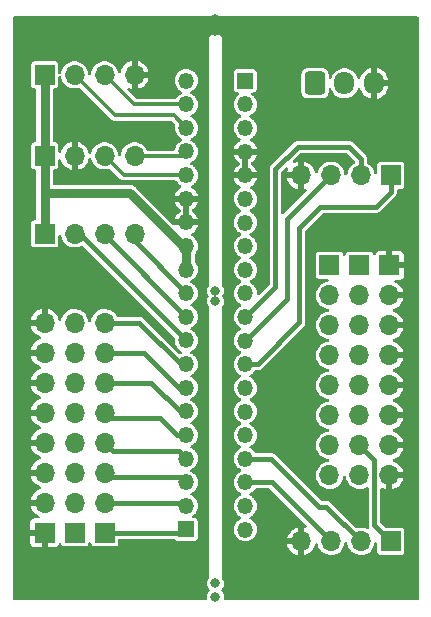
<source format=gbr>
%TF.GenerationSoftware,KiCad,Pcbnew,(6.0.2)*%
%TF.CreationDate,2022-10-19T14:49:45+05:30*%
%TF.ProjectId,header1,68656164-6572-4312-9e6b-696361645f70,rev?*%
%TF.SameCoordinates,Original*%
%TF.FileFunction,Copper,L2,Bot*%
%TF.FilePolarity,Positive*%
%FSLAX46Y46*%
G04 Gerber Fmt 4.6, Leading zero omitted, Abs format (unit mm)*
G04 Created by KiCad (PCBNEW (6.0.2)) date 2022-10-19 14:49:45*
%MOMM*%
%LPD*%
G01*
G04 APERTURE LIST*
G04 Aperture macros list*
%AMRoundRect*
0 Rectangle with rounded corners*
0 $1 Rounding radius*
0 $2 $3 $4 $5 $6 $7 $8 $9 X,Y pos of 4 corners*
0 Add a 4 corners polygon primitive as box body*
4,1,4,$2,$3,$4,$5,$6,$7,$8,$9,$2,$3,0*
0 Add four circle primitives for the rounded corners*
1,1,$1+$1,$2,$3*
1,1,$1+$1,$4,$5*
1,1,$1+$1,$6,$7*
1,1,$1+$1,$8,$9*
0 Add four rect primitives between the rounded corners*
20,1,$1+$1,$2,$3,$4,$5,0*
20,1,$1+$1,$4,$5,$6,$7,0*
20,1,$1+$1,$6,$7,$8,$9,0*
20,1,$1+$1,$8,$9,$2,$3,0*%
G04 Aperture macros list end*
%TA.AperFunction,ComponentPad*%
%ADD10R,1.700000X1.700000*%
%TD*%
%TA.AperFunction,ComponentPad*%
%ADD11O,1.700000X1.700000*%
%TD*%
%TA.AperFunction,ComponentPad*%
%ADD12RoundRect,0.250000X-0.600000X-0.725000X0.600000X-0.725000X0.600000X0.725000X-0.600000X0.725000X0*%
%TD*%
%TA.AperFunction,ComponentPad*%
%ADD13O,1.700000X1.950000*%
%TD*%
%TA.AperFunction,ComponentPad*%
%ADD14R,1.350000X1.350000*%
%TD*%
%TA.AperFunction,ComponentPad*%
%ADD15O,1.350000X1.350000*%
%TD*%
%TA.AperFunction,ViaPad*%
%ADD16C,0.800000*%
%TD*%
%TA.AperFunction,Conductor*%
%ADD17C,0.400000*%
%TD*%
%TA.AperFunction,Conductor*%
%ADD18C,0.800000*%
%TD*%
%TA.AperFunction,Conductor*%
%ADD19C,0.300000*%
%TD*%
G04 APERTURE END LIST*
D10*
%TO.P,J13,1,Pin_1*%
%TO.N,/5V*%
X132324000Y-94742000D03*
D11*
%TO.P,J13,2,Pin_2*%
%TO.N,/CAN1_RX*%
X129784000Y-94742000D03*
%TO.P,J13,3,Pin_3*%
%TO.N,/CAN1_TX*%
X127244000Y-94742000D03*
%TO.P,J13,4,Pin_4*%
%TO.N,GND*%
X124704000Y-94742000D03*
%TD*%
D10*
%TO.P,J7,1,Pin_1*%
%TO.N,/5VA*%
X103000000Y-68707000D03*
D11*
%TO.P,J7,2,Pin_2*%
%TO.N,/R_LEDn*%
X105540000Y-68707000D03*
%TO.P,J7,3,Pin_3*%
%TO.N,/G_LEDn*%
X108080000Y-68707000D03*
%TO.P,J7,4,Pin_4*%
%TO.N,/B_LEDn*%
X110620000Y-68707000D03*
%TD*%
D10*
%TO.P,J11,1,Pin_1*%
%TO.N,unconnected-(J11-Pad1)*%
X129667000Y-71374000D03*
D11*
%TO.P,J11,2,Pin_2*%
%TO.N,/GPS_TX*%
X129667000Y-73914000D03*
%TO.P,J11,3,Pin_3*%
%TO.N,/5V*%
X129667000Y-76454000D03*
%TO.P,J11,4,Pin_4*%
X129667000Y-78994000D03*
%TO.P,J11,5,Pin_5*%
X129667000Y-81534000D03*
%TO.P,J11,6,Pin_6*%
X129667000Y-84074000D03*
%TO.P,J11,7,Pin_7*%
X129667000Y-86614000D03*
%TO.P,J11,8,Pin_8*%
%TO.N,/MAVLINK_TX*%
X129667000Y-89154000D03*
%TD*%
D10*
%TO.P,J12,1,Pin_1*%
%TO.N,/USB_VCC*%
X132324000Y-63754000D03*
D11*
%TO.P,J12,2,Pin_2*%
%TO.N,/USB_DM*%
X129784000Y-63754000D03*
%TO.P,J12,3,Pin_3*%
%TO.N,/USB_DP*%
X127244000Y-63754000D03*
%TO.P,J12,4,Pin_4*%
%TO.N,GND*%
X124704000Y-63754000D03*
%TD*%
D10*
%TO.P,J3,1,Pin_1*%
%TO.N,/5VA*%
X103000000Y-55245000D03*
D11*
%TO.P,J3,2,Pin_2*%
%TO.N,/TRIGGER*%
X105540000Y-55245000D03*
%TO.P,J3,3,Pin_3*%
%TO.N,/ECO*%
X108080000Y-55245000D03*
%TO.P,J3,4,Pin_4*%
%TO.N,GND*%
X110620000Y-55245000D03*
%TD*%
D12*
%TO.P,J10,1,Pin_1*%
%TO.N,/BAT*%
X125897000Y-55961000D03*
D13*
%TO.P,J10,2,Pin_2*%
%TO.N,/5V*%
X128397000Y-55961000D03*
%TO.P,J10,3,Pin_3*%
%TO.N,GND*%
X130897000Y-55961000D03*
%TD*%
D10*
%TO.P,J2,1,Pin_1*%
%TO.N,/ESC1*%
X108080000Y-94000000D03*
D11*
%TO.P,J2,2,Pin_2*%
%TO.N,/ESC2*%
X108080000Y-91460000D03*
%TO.P,J2,3,Pin_3*%
%TO.N,/ESC3*%
X108080000Y-88920000D03*
%TO.P,J2,4,Pin_4*%
%TO.N,/ESC4*%
X108080000Y-86380000D03*
%TO.P,J2,5,Pin_5*%
%TO.N,/ESC5*%
X108080000Y-83840000D03*
%TO.P,J2,6,Pin_6*%
%TO.N,/ESC6*%
X108080000Y-81300000D03*
%TO.P,J2,7,Pin_7*%
%TO.N,/ESC7*%
X108080000Y-78760000D03*
%TO.P,J2,8,Pin_8*%
%TO.N,/ESC8*%
X108080000Y-76220000D03*
%TD*%
D10*
%TO.P,J6,1,Pin_1*%
%TO.N,GND*%
X103000000Y-94000000D03*
D11*
%TO.P,J6,2,Pin_2*%
X103000000Y-91460000D03*
%TO.P,J6,3,Pin_3*%
X103000000Y-88920000D03*
%TO.P,J6,4,Pin_4*%
X103000000Y-86380000D03*
%TO.P,J6,5,Pin_5*%
X103000000Y-83840000D03*
%TO.P,J6,6,Pin_6*%
X103000000Y-81300000D03*
%TO.P,J6,7,Pin_7*%
X103000000Y-78760000D03*
%TO.P,J6,8,Pin_8*%
X103000000Y-76220000D03*
%TD*%
D10*
%TO.P,J14,1,Pin_1*%
%TO.N,unconnected-(J14-Pad1)*%
X127127000Y-71374000D03*
D11*
%TO.P,J14,2,Pin_2*%
%TO.N,/GPS_RX*%
X127127000Y-73914000D03*
%TO.P,J14,3,Pin_3*%
%TO.N,/SWITCH1*%
X127127000Y-76454000D03*
%TO.P,J14,4,Pin_4*%
%TO.N,/SWITCH2*%
X127127000Y-78994000D03*
%TO.P,J14,5,Pin_5*%
%TO.N,/WATER_PUMP*%
X127127000Y-81534000D03*
%TO.P,J14,6,Pin_6*%
%TO.N,/FLOW_METER*%
X127127000Y-84074000D03*
%TO.P,J14,7,Pin_7*%
%TO.N,/SPARE_IO1*%
X127127000Y-86614000D03*
%TO.P,J14,8,Pin_8*%
%TO.N,/MAVLINK_RX*%
X127127000Y-89154000D03*
%TD*%
D10*
%TO.P,J4,1,Pin_1*%
%TO.N,/5VA*%
X103000000Y-62103000D03*
D11*
%TO.P,J4,2,Pin_2*%
%TO.N,GND*%
X105540000Y-62103000D03*
%TO.P,J4,3,Pin_3*%
%TO.N,/SCL*%
X108080000Y-62103000D03*
%TO.P,J4,4,Pin_4*%
%TO.N,/SDA*%
X110620000Y-62103000D03*
%TD*%
D10*
%TO.P,J5,1,Pin_1*%
%TO.N,unconnected-(J5-Pad1)*%
X105540000Y-94000000D03*
D11*
%TO.P,J5,2,Pin_2*%
%TO.N,unconnected-(J5-Pad2)*%
X105540000Y-91460000D03*
%TO.P,J5,3,Pin_3*%
%TO.N,unconnected-(J5-Pad3)*%
X105540000Y-88920000D03*
%TO.P,J5,4,Pin_4*%
%TO.N,unconnected-(J5-Pad4)*%
X105540000Y-86380000D03*
%TO.P,J5,5,Pin_5*%
%TO.N,unconnected-(J5-Pad5)*%
X105540000Y-83840000D03*
%TO.P,J5,6,Pin_6*%
%TO.N,unconnected-(J5-Pad6)*%
X105540000Y-81300000D03*
%TO.P,J5,7,Pin_7*%
%TO.N,unconnected-(J5-Pad7)*%
X105540000Y-78760000D03*
%TO.P,J5,8,Pin_8*%
%TO.N,unconnected-(J5-Pad8)*%
X105540000Y-76220000D03*
%TD*%
D10*
%TO.P,J9,1,Pin_1*%
%TO.N,GND*%
X132207000Y-71374000D03*
D11*
%TO.P,J9,2,Pin_2*%
X132207000Y-73914000D03*
%TO.P,J9,3,Pin_3*%
X132207000Y-76454000D03*
%TO.P,J9,4,Pin_4*%
X132207000Y-78994000D03*
%TO.P,J9,5,Pin_5*%
X132207000Y-81534000D03*
%TO.P,J9,6,Pin_6*%
X132207000Y-84074000D03*
%TO.P,J9,7,Pin_7*%
X132207000Y-86614000D03*
%TO.P,J9,8,Pin_8*%
X132207000Y-89154000D03*
%TD*%
D14*
%TO.P,J8,1,Pin_1*%
%TO.N,/BAT*%
X120000000Y-55753000D03*
D15*
%TO.P,J8,2,Pin_2*%
%TO.N,/5V*%
X120000000Y-57753000D03*
%TO.P,J8,3,Pin_3*%
X120000000Y-59753000D03*
%TO.P,J8,4,Pin_4*%
%TO.N,GND*%
X120000000Y-61753000D03*
%TO.P,J8,5,Pin_5*%
X120000000Y-63753000D03*
%TO.P,J8,6,Pin_6*%
%TO.N,/BUZZERn*%
X120000000Y-65753000D03*
%TO.P,J8,7,Pin_7*%
%TO.N,/GPS_RX*%
X120000000Y-67753000D03*
%TO.P,J8,8,Pin_8*%
%TO.N,/GPS_TX*%
X120000000Y-69753000D03*
%TO.P,J8,9,Pin_9*%
%TO.N,/SWITCH1*%
X120000000Y-71753000D03*
%TO.P,J8,10,Pin_10*%
%TO.N,/SWITCH2*%
X120000000Y-73753000D03*
%TO.P,J8,11,Pin_11*%
%TO.N,/USB_DM*%
X120000000Y-75753000D03*
%TO.P,J8,12,Pin_12*%
%TO.N,/USB_DP*%
X120000000Y-77753000D03*
%TO.P,J8,13,Pin_13*%
%TO.N,/USB_VCC*%
X120000000Y-79753000D03*
%TO.P,J8,14,Pin_14*%
%TO.N,/WATER_PUMP*%
X120000000Y-81753000D03*
%TO.P,J8,15,Pin_15*%
%TO.N,/FLOW_METER*%
X120000000Y-83753000D03*
%TO.P,J8,16,Pin_16*%
%TO.N,/SPARE_IO1*%
X120000000Y-85753000D03*
%TO.P,J8,17,Pin_17*%
%TO.N,/CAN1_RX*%
X120000000Y-87753000D03*
%TO.P,J8,18,Pin_18*%
%TO.N,/CAN1_TX*%
X120000000Y-89753000D03*
%TO.P,J8,19,Pin_19*%
%TO.N,/MAVLINK_RX*%
X120000000Y-91753000D03*
%TO.P,J8,20,Pin_20*%
%TO.N,/MAVLINK_TX*%
X120000000Y-93753000D03*
%TD*%
D14*
%TO.P,J1,1,Pin_1*%
%TO.N,/ESC1*%
X115000000Y-93730000D03*
D15*
%TO.P,J1,2,Pin_2*%
%TO.N,/ESC2*%
X115000000Y-91730000D03*
%TO.P,J1,3,Pin_3*%
%TO.N,/ESC3*%
X115000000Y-89730000D03*
%TO.P,J1,4,Pin_4*%
%TO.N,/ESC4*%
X115000000Y-87730000D03*
%TO.P,J1,5,Pin_5*%
%TO.N,/ESC5*%
X115000000Y-85730000D03*
%TO.P,J1,6,Pin_6*%
%TO.N,/ESC6*%
X115000000Y-83730000D03*
%TO.P,J1,7,Pin_7*%
%TO.N,/ESC7*%
X115000000Y-81730000D03*
%TO.P,J1,8,Pin_8*%
%TO.N,/ESC8*%
X115000000Y-79730000D03*
%TO.P,J1,9,Pin_9*%
%TO.N,/R_LEDn*%
X115000000Y-77730000D03*
%TO.P,J1,10,Pin_10*%
%TO.N,/G_LEDn*%
X115000000Y-75730000D03*
%TO.P,J1,11,Pin_11*%
%TO.N,/B_LEDn*%
X115000000Y-73730000D03*
%TO.P,J1,12,Pin_12*%
%TO.N,/5VA*%
X115000000Y-71730000D03*
%TO.P,J1,13,Pin_13*%
X115000000Y-69730000D03*
%TO.P,J1,14,Pin_14*%
%TO.N,GND*%
X115000000Y-67730000D03*
%TO.P,J1,15,Pin_15*%
X115000000Y-65730000D03*
%TO.P,J1,16,Pin_16*%
%TO.N,/SCL*%
X115000000Y-63730000D03*
%TO.P,J1,17,Pin_17*%
%TO.N,/SDA*%
X115000000Y-61730000D03*
%TO.P,J1,18,Pin_18*%
%TO.N,/TRIGGER*%
X115000000Y-59730000D03*
%TO.P,J1,19,Pin_19*%
%TO.N,/ECO*%
X115000000Y-57730000D03*
%TO.P,J1,20,Pin_20*%
%TO.N,unconnected-(J1-Pad20)*%
X115000000Y-55730000D03*
%TD*%
D16*
%TO.N,*%
X117475000Y-74422000D03*
X117475000Y-73533000D03*
X117475000Y-99441000D03*
X117475000Y-98298000D03*
%TO.N,GND*%
X117475000Y-51562000D03*
X117475000Y-50546000D03*
%TD*%
D17*
%TO.N,/ESC1*%
X114730000Y-94000000D02*
X115000000Y-93730000D01*
X108080000Y-94000000D02*
X114730000Y-94000000D01*
%TO.N,/ESC2*%
X114730000Y-91460000D02*
X115000000Y-91730000D01*
X108080000Y-91460000D02*
X114730000Y-91460000D01*
%TO.N,/ESC3*%
X108080000Y-88920000D02*
X108441000Y-89281000D01*
X114551000Y-89281000D02*
X115000000Y-89730000D01*
X108441000Y-89281000D02*
X114551000Y-89281000D01*
%TO.N,/ESC4*%
X114392000Y-87122000D02*
X115000000Y-87730000D01*
X108822000Y-87122000D02*
X114392000Y-87122000D01*
X108080000Y-86380000D02*
X108822000Y-87122000D01*
%TO.N,/ESC5*%
X108568000Y-84328000D02*
X112776000Y-84328000D01*
X112776000Y-84328000D02*
X114178000Y-85730000D01*
X114178000Y-85730000D02*
X115000000Y-85730000D01*
X108080000Y-83840000D02*
X108568000Y-84328000D01*
%TO.N,/ESC6*%
X108080000Y-81300000D02*
X112034000Y-81300000D01*
X112034000Y-81300000D02*
X114464000Y-83730000D01*
X114464000Y-83730000D02*
X115000000Y-83730000D01*
%TO.N,/ESC7*%
X114369000Y-81730000D02*
X115000000Y-81730000D01*
X108080000Y-78760000D02*
X111399000Y-78760000D01*
X111399000Y-78760000D02*
X114369000Y-81730000D01*
%TO.N,/ESC8*%
X111018000Y-76220000D02*
X114528000Y-79730000D01*
X108080000Y-76220000D02*
X111018000Y-76220000D01*
X114528000Y-79730000D02*
X115000000Y-79730000D01*
%TO.N,/R_LEDn*%
X105977000Y-68707000D02*
X105540000Y-68707000D01*
X115000000Y-77730000D02*
X105977000Y-68707000D01*
%TO.N,/G_LEDn*%
X115000000Y-75730000D02*
X108080000Y-68810000D01*
X108080000Y-68810000D02*
X108080000Y-68707000D01*
%TO.N,/B_LEDn*%
X110620000Y-69350000D02*
X110620000Y-68707000D01*
X115000000Y-73730000D02*
X110620000Y-69350000D01*
%TO.N,/5V*%
X129667000Y-86614000D02*
X130937000Y-87884000D01*
X130937000Y-93355000D02*
X132324000Y-94742000D01*
X130937000Y-87884000D02*
X130937000Y-93355000D01*
D18*
%TO.N,/5VA*%
X115000000Y-69730000D02*
X114688000Y-69730000D01*
X114688000Y-69730000D02*
X110239000Y-65281000D01*
X115000000Y-71730000D02*
X115000000Y-69730000D01*
X103000000Y-65281000D02*
X103000000Y-55245000D01*
X103000000Y-68707000D02*
X103000000Y-65281000D01*
X110239000Y-65281000D02*
X103000000Y-65281000D01*
D19*
%TO.N,/SCL*%
X108080000Y-62103000D02*
X109707000Y-63730000D01*
X109707000Y-63730000D02*
X115000000Y-63730000D01*
%TO.N,/SDA*%
X114627000Y-62103000D02*
X115000000Y-61730000D01*
X110620000Y-62103000D02*
X114627000Y-62103000D01*
%TO.N,/TRIGGER*%
X115000000Y-59730000D02*
X113944000Y-58674000D01*
X108969000Y-58674000D02*
X105540000Y-55245000D01*
X113944000Y-58674000D02*
X108969000Y-58674000D01*
%TO.N,/ECO*%
X110565000Y-57730000D02*
X108080000Y-55245000D01*
X115000000Y-57730000D02*
X110565000Y-57730000D01*
D17*
%TO.N,/USB_DM*%
X122555000Y-73198000D02*
X120000000Y-75753000D01*
X129784000Y-63754000D02*
X129784000Y-62347000D01*
X122555000Y-63246000D02*
X122555000Y-73198000D01*
X129784000Y-62347000D02*
X128778000Y-61341000D01*
X124460000Y-61341000D02*
X122555000Y-63246000D01*
X128778000Y-61341000D02*
X124460000Y-61341000D01*
%TO.N,/USB_DP*%
X120000000Y-77753000D02*
X123571000Y-74182000D01*
X123571000Y-67427000D02*
X127244000Y-63754000D01*
X123571000Y-74182000D02*
X123571000Y-67427000D01*
%TO.N,/USB_VCC*%
X124587000Y-76200000D02*
X124587000Y-68199000D01*
X132324000Y-65161000D02*
X132324000Y-63754000D01*
X131064000Y-66421000D02*
X132324000Y-65161000D01*
X120000000Y-79753000D02*
X121034000Y-79753000D01*
X126365000Y-66421000D02*
X131064000Y-66421000D01*
X124587000Y-68199000D02*
X126365000Y-66421000D01*
X121034000Y-79753000D02*
X124587000Y-76200000D01*
%TO.N,/CAN1_RX*%
X122170000Y-87753000D02*
X126238000Y-91821000D01*
X120000000Y-87753000D02*
X122170000Y-87753000D01*
X126863000Y-91821000D02*
X129784000Y-94742000D01*
X126238000Y-91821000D02*
X126863000Y-91821000D01*
%TO.N,/CAN1_TX*%
X120000000Y-89753000D02*
X122255000Y-89753000D01*
X122255000Y-89753000D02*
X127244000Y-94742000D01*
%TD*%
%TA.AperFunction,Conductor*%
%TO.N,GND*%
G36*
X134642121Y-50320002D02*
G01*
X134688614Y-50373658D01*
X134700000Y-50426000D01*
X134700000Y-99574000D01*
X134679998Y-99642121D01*
X134626342Y-99688614D01*
X134574000Y-99700000D01*
X118290934Y-99700000D01*
X118222813Y-99679998D01*
X118176320Y-99626342D01*
X118166191Y-99556248D01*
X118180490Y-99455778D01*
X118180645Y-99441000D01*
X118178840Y-99426080D01*
X118161188Y-99280220D01*
X118160276Y-99272680D01*
X118100345Y-99114077D01*
X118004312Y-98974349D01*
X117993321Y-98964556D01*
X117955766Y-98904305D01*
X117956747Y-98833316D01*
X117984391Y-98785196D01*
X117988648Y-98780566D01*
X117994423Y-98775634D01*
X118093361Y-98637947D01*
X118101237Y-98618356D01*
X118153766Y-98487687D01*
X118153767Y-98487685D01*
X118156601Y-98480634D01*
X118180490Y-98312778D01*
X118180645Y-98298000D01*
X118178840Y-98283080D01*
X118161188Y-98137220D01*
X118160276Y-98129680D01*
X118100345Y-97971077D01*
X118052371Y-97901274D01*
X118030271Y-97833804D01*
X118030479Y-97827591D01*
X118032740Y-97819782D01*
X118029470Y-97782025D01*
X118029000Y-97771153D01*
X118029000Y-95008962D01*
X123533616Y-95008962D01*
X123566563Y-95138689D01*
X123570401Y-95149527D01*
X123657898Y-95339324D01*
X123663649Y-95349285D01*
X123784272Y-95519962D01*
X123791740Y-95528705D01*
X123941446Y-95674543D01*
X123950380Y-95681777D01*
X124124152Y-95797889D01*
X124134265Y-95803380D01*
X124326288Y-95885879D01*
X124337221Y-95889431D01*
X124432331Y-95910952D01*
X124446405Y-95910063D01*
X124450000Y-95900664D01*
X124450000Y-95014115D01*
X124445525Y-94998876D01*
X124444135Y-94997671D01*
X124436452Y-94996000D01*
X123548439Y-94996000D01*
X123534908Y-94999973D01*
X123533616Y-95008962D01*
X118029000Y-95008962D01*
X118029000Y-74982256D01*
X118029562Y-74970756D01*
X118032740Y-74959782D01*
X118029470Y-74922025D01*
X118029000Y-74911153D01*
X118029000Y-74902095D01*
X118029249Y-74902095D01*
X118042366Y-74835149D01*
X118051859Y-74819703D01*
X118057440Y-74811937D01*
X118077966Y-74783371D01*
X118088929Y-74768115D01*
X118088929Y-74768114D01*
X118093361Y-74761947D01*
X118096194Y-74754900D01*
X118153766Y-74611687D01*
X118153767Y-74611685D01*
X118156601Y-74604634D01*
X118171739Y-74498270D01*
X118179909Y-74440862D01*
X118179909Y-74440859D01*
X118180490Y-74436778D01*
X118180645Y-74422000D01*
X118178840Y-74407080D01*
X118168486Y-74321527D01*
X118160276Y-74253680D01*
X118100345Y-74095077D01*
X118096041Y-74088814D01*
X118069057Y-74049551D01*
X118046957Y-73982082D01*
X118064843Y-73913375D01*
X118070574Y-73904660D01*
X118088928Y-73879118D01*
X118088932Y-73879111D01*
X118093361Y-73872947D01*
X118102909Y-73849197D01*
X118153766Y-73722687D01*
X118153767Y-73722685D01*
X118156601Y-73715634D01*
X118177507Y-73568741D01*
X118179909Y-73551862D01*
X118179909Y-73551859D01*
X118180490Y-73547778D01*
X118180645Y-73533000D01*
X118178840Y-73518080D01*
X118161407Y-73374026D01*
X118160276Y-73364680D01*
X118100345Y-73206077D01*
X118071157Y-73163608D01*
X118052371Y-73136274D01*
X118030271Y-73068804D01*
X118030479Y-73062591D01*
X118032740Y-73054782D01*
X118031400Y-73039303D01*
X118029470Y-73017025D01*
X118029000Y-73006153D01*
X118029000Y-64018975D01*
X119009914Y-64018975D01*
X119040667Y-64126227D01*
X119045186Y-64137639D01*
X119131432Y-64305456D01*
X119138079Y-64315769D01*
X119255280Y-64463639D01*
X119263803Y-64472465D01*
X119407496Y-64594758D01*
X119417568Y-64601758D01*
X119542272Y-64671452D01*
X119591978Y-64722145D01*
X119606386Y-64791664D01*
X119580923Y-64857937D01*
X119539178Y-64893101D01*
X119468732Y-64929930D01*
X119468728Y-64929932D01*
X119463268Y-64932787D01*
X119458468Y-64936647D01*
X119458467Y-64936647D01*
X119318983Y-65048795D01*
X119314176Y-65052660D01*
X119191207Y-65199208D01*
X119099045Y-65366850D01*
X119097184Y-65372717D01*
X119097183Y-65372719D01*
X119055703Y-65503481D01*
X119041200Y-65549201D01*
X119019876Y-65739314D01*
X119020392Y-65745458D01*
X119035299Y-65922978D01*
X119035884Y-65929948D01*
X119037583Y-65935872D01*
X119085959Y-66104582D01*
X119088614Y-66113843D01*
X119091433Y-66119328D01*
X119173242Y-66278511D01*
X119173245Y-66278516D01*
X119176060Y-66283993D01*
X119294889Y-66433918D01*
X119299583Y-66437913D01*
X119333334Y-66466637D01*
X119440575Y-66557907D01*
X119445953Y-66560913D01*
X119445955Y-66560914D01*
X119594700Y-66644044D01*
X119644406Y-66694737D01*
X119658814Y-66764256D01*
X119633351Y-66830529D01*
X119591605Y-66865694D01*
X119463268Y-66932787D01*
X119458468Y-66936647D01*
X119458467Y-66936647D01*
X119338102Y-67033423D01*
X119314176Y-67052660D01*
X119191207Y-67199208D01*
X119099045Y-67366850D01*
X119097184Y-67372717D01*
X119097183Y-67372719D01*
X119068718Y-67462452D01*
X119041200Y-67549201D01*
X119019876Y-67739314D01*
X119020392Y-67745458D01*
X119030893Y-67870506D01*
X119035884Y-67929948D01*
X119037583Y-67935872D01*
X119081898Y-68090420D01*
X119088614Y-68113843D01*
X119091433Y-68119328D01*
X119173242Y-68278511D01*
X119173245Y-68278516D01*
X119176060Y-68283993D01*
X119294889Y-68433918D01*
X119299583Y-68437913D01*
X119414829Y-68535995D01*
X119440575Y-68557907D01*
X119592707Y-68642930D01*
X119594700Y-68644044D01*
X119644406Y-68694737D01*
X119658814Y-68764256D01*
X119633351Y-68830529D01*
X119591605Y-68865694D01*
X119463268Y-68932787D01*
X119458468Y-68936647D01*
X119458467Y-68936647D01*
X119335675Y-69035374D01*
X119314176Y-69052660D01*
X119191207Y-69199208D01*
X119099045Y-69366850D01*
X119097184Y-69372717D01*
X119097183Y-69372719D01*
X119078642Y-69431169D01*
X119041200Y-69549201D01*
X119019876Y-69739314D01*
X119020392Y-69745458D01*
X119029539Y-69854382D01*
X119035884Y-69929948D01*
X119088614Y-70113843D01*
X119091433Y-70119328D01*
X119173242Y-70278511D01*
X119173245Y-70278516D01*
X119176060Y-70283993D01*
X119294889Y-70433918D01*
X119299583Y-70437913D01*
X119333334Y-70466637D01*
X119440575Y-70557907D01*
X119445953Y-70560913D01*
X119445955Y-70560914D01*
X119594700Y-70644044D01*
X119644406Y-70694737D01*
X119658814Y-70764256D01*
X119633351Y-70830529D01*
X119591605Y-70865694D01*
X119463268Y-70932787D01*
X119314176Y-71052660D01*
X119191207Y-71199208D01*
X119099045Y-71366850D01*
X119097184Y-71372717D01*
X119097183Y-71372719D01*
X119093171Y-71385367D01*
X119041200Y-71549201D01*
X119019876Y-71739314D01*
X119020392Y-71745458D01*
X119033953Y-71906948D01*
X119035884Y-71929948D01*
X119088614Y-72113843D01*
X119091433Y-72119328D01*
X119173242Y-72278511D01*
X119173245Y-72278516D01*
X119176060Y-72283993D01*
X119294889Y-72433918D01*
X119299583Y-72437913D01*
X119432455Y-72550996D01*
X119440575Y-72557907D01*
X119445953Y-72560913D01*
X119445955Y-72560914D01*
X119594700Y-72644044D01*
X119644406Y-72694737D01*
X119658814Y-72764256D01*
X119633351Y-72830529D01*
X119591605Y-72865694D01*
X119463268Y-72932787D01*
X119458468Y-72936647D01*
X119458467Y-72936647D01*
X119338659Y-73032975D01*
X119314176Y-73052660D01*
X119191207Y-73199208D01*
X119188237Y-73204611D01*
X119188236Y-73204612D01*
X119133730Y-73303759D01*
X119099045Y-73366850D01*
X119097184Y-73372717D01*
X119097183Y-73372719D01*
X119044243Y-73539608D01*
X119041200Y-73549201D01*
X119019876Y-73739314D01*
X119020392Y-73745458D01*
X119033953Y-73906948D01*
X119035884Y-73929948D01*
X119040821Y-73947166D01*
X119085270Y-74102180D01*
X119088614Y-74113843D01*
X119091433Y-74119328D01*
X119173242Y-74278511D01*
X119173245Y-74278516D01*
X119176060Y-74283993D01*
X119294889Y-74433918D01*
X119440575Y-74557907D01*
X119445953Y-74560913D01*
X119445955Y-74560914D01*
X119456970Y-74567070D01*
X119592036Y-74642555D01*
X119594700Y-74644044D01*
X119644406Y-74694737D01*
X119658814Y-74764256D01*
X119633351Y-74830529D01*
X119591605Y-74865694D01*
X119463268Y-74932787D01*
X119458468Y-74936647D01*
X119458467Y-74936647D01*
X119417560Y-74969537D01*
X119314176Y-75052660D01*
X119191207Y-75199208D01*
X119099045Y-75366850D01*
X119097184Y-75372717D01*
X119097183Y-75372719D01*
X119084063Y-75414079D01*
X119041200Y-75549201D01*
X119019876Y-75739314D01*
X119020392Y-75745458D01*
X119033953Y-75906948D01*
X119035884Y-75929948D01*
X119055491Y-75998326D01*
X119070436Y-76050446D01*
X119088614Y-76113843D01*
X119091433Y-76119328D01*
X119173242Y-76278511D01*
X119173245Y-76278516D01*
X119176060Y-76283993D01*
X119294889Y-76433918D01*
X119299583Y-76437913D01*
X119422450Y-76542481D01*
X119440575Y-76557907D01*
X119445953Y-76560913D01*
X119445955Y-76560914D01*
X119508856Y-76596068D01*
X119592036Y-76642555D01*
X119594700Y-76644044D01*
X119644406Y-76694737D01*
X119658814Y-76764256D01*
X119633351Y-76830529D01*
X119591605Y-76865694D01*
X119463268Y-76932787D01*
X119458468Y-76936647D01*
X119458467Y-76936647D01*
X119324850Y-77044078D01*
X119314176Y-77052660D01*
X119191207Y-77199208D01*
X119099045Y-77366850D01*
X119097184Y-77372717D01*
X119097183Y-77372719D01*
X119068607Y-77462803D01*
X119041200Y-77549201D01*
X119019876Y-77739314D01*
X119020392Y-77745458D01*
X119034887Y-77918072D01*
X119035884Y-77929948D01*
X119043993Y-77958227D01*
X119083592Y-78096328D01*
X119088614Y-78113843D01*
X119091433Y-78119328D01*
X119173242Y-78278511D01*
X119173245Y-78278516D01*
X119176060Y-78283993D01*
X119294889Y-78433918D01*
X119299583Y-78437913D01*
X119433442Y-78551836D01*
X119440575Y-78557907D01*
X119445953Y-78560913D01*
X119445955Y-78560914D01*
X119489940Y-78585496D01*
X119573150Y-78632000D01*
X119594700Y-78644044D01*
X119644406Y-78694737D01*
X119658814Y-78764256D01*
X119633351Y-78830529D01*
X119591605Y-78865694D01*
X119463268Y-78932787D01*
X119458468Y-78936647D01*
X119458467Y-78936647D01*
X119349803Y-79024015D01*
X119314176Y-79052660D01*
X119191207Y-79199208D01*
X119188237Y-79204611D01*
X119188236Y-79204612D01*
X119174304Y-79229955D01*
X119099045Y-79366850D01*
X119097184Y-79372717D01*
X119097183Y-79372719D01*
X119066642Y-79468998D01*
X119041200Y-79549201D01*
X119019876Y-79739314D01*
X119020731Y-79749490D01*
X119034715Y-79916024D01*
X119035884Y-79929948D01*
X119051237Y-79983490D01*
X119084977Y-80101158D01*
X119088614Y-80113843D01*
X119091433Y-80119328D01*
X119173242Y-80278511D01*
X119173245Y-80278516D01*
X119176060Y-80283993D01*
X119294889Y-80433918D01*
X119299583Y-80437913D01*
X119373534Y-80500850D01*
X119440575Y-80557907D01*
X119585845Y-80639095D01*
X119594700Y-80644044D01*
X119644406Y-80694737D01*
X119658814Y-80764256D01*
X119633351Y-80830529D01*
X119591605Y-80865694D01*
X119463268Y-80932787D01*
X119458468Y-80936647D01*
X119458467Y-80936647D01*
X119397379Y-80985763D01*
X119314176Y-81052660D01*
X119191207Y-81199208D01*
X119099045Y-81366850D01*
X119097184Y-81372717D01*
X119097183Y-81372719D01*
X119043062Y-81543331D01*
X119041200Y-81549201D01*
X119019876Y-81739314D01*
X119020392Y-81745458D01*
X119035023Y-81919690D01*
X119035884Y-81929948D01*
X119044182Y-81958888D01*
X119086500Y-82106469D01*
X119088614Y-82113843D01*
X119091433Y-82119328D01*
X119173242Y-82278511D01*
X119173245Y-82278516D01*
X119176060Y-82283993D01*
X119294889Y-82433918D01*
X119299583Y-82437913D01*
X119426821Y-82546201D01*
X119440575Y-82557907D01*
X119574721Y-82632878D01*
X119594700Y-82644044D01*
X119644406Y-82694737D01*
X119658814Y-82764256D01*
X119633351Y-82830529D01*
X119591605Y-82865694D01*
X119463268Y-82932787D01*
X119314176Y-83052660D01*
X119191207Y-83199208D01*
X119099045Y-83366850D01*
X119097184Y-83372717D01*
X119097183Y-83372719D01*
X119087598Y-83402936D01*
X119041200Y-83549201D01*
X119019876Y-83739314D01*
X119020392Y-83745458D01*
X119034320Y-83911318D01*
X119035884Y-83929948D01*
X119043996Y-83958239D01*
X119086641Y-84106962D01*
X119088614Y-84113843D01*
X119091433Y-84119328D01*
X119173242Y-84278511D01*
X119173245Y-84278516D01*
X119176060Y-84283993D01*
X119294889Y-84433918D01*
X119299583Y-84437913D01*
X119424182Y-84543955D01*
X119440575Y-84557907D01*
X119445953Y-84560913D01*
X119445955Y-84560914D01*
X119594700Y-84644044D01*
X119644406Y-84694737D01*
X119658814Y-84764256D01*
X119633351Y-84830529D01*
X119591605Y-84865694D01*
X119463268Y-84932787D01*
X119458468Y-84936647D01*
X119458467Y-84936647D01*
X119393806Y-84988636D01*
X119314176Y-85052660D01*
X119191207Y-85199208D01*
X119188237Y-85204611D01*
X119188236Y-85204612D01*
X119180728Y-85218269D01*
X119099045Y-85366850D01*
X119097184Y-85372717D01*
X119097183Y-85372719D01*
X119046115Y-85533706D01*
X119041200Y-85549201D01*
X119019876Y-85739314D01*
X119035884Y-85929948D01*
X119049094Y-85976018D01*
X119086407Y-86106146D01*
X119088614Y-86113843D01*
X119091433Y-86119328D01*
X119173242Y-86278511D01*
X119173245Y-86278516D01*
X119176060Y-86283993D01*
X119294889Y-86433918D01*
X119299583Y-86437913D01*
X119434194Y-86552476D01*
X119440575Y-86557907D01*
X119445953Y-86560913D01*
X119445955Y-86560914D01*
X119455682Y-86566350D01*
X119559417Y-86624325D01*
X119594700Y-86644044D01*
X119644406Y-86694737D01*
X119658814Y-86764256D01*
X119633351Y-86830529D01*
X119591605Y-86865694D01*
X119463268Y-86932787D01*
X119458468Y-86936647D01*
X119458467Y-86936647D01*
X119421841Y-86966095D01*
X119314176Y-87052660D01*
X119191207Y-87199208D01*
X119099045Y-87366850D01*
X119097184Y-87372717D01*
X119097183Y-87372719D01*
X119047724Y-87528636D01*
X119041200Y-87549201D01*
X119019876Y-87739314D01*
X119020392Y-87745458D01*
X119034309Y-87911186D01*
X119035884Y-87929948D01*
X119040821Y-87947166D01*
X119083592Y-88096328D01*
X119088614Y-88113843D01*
X119091433Y-88119328D01*
X119173242Y-88278511D01*
X119173245Y-88278516D01*
X119176060Y-88283993D01*
X119294889Y-88433918D01*
X119299583Y-88437913D01*
X119396236Y-88520171D01*
X119440575Y-88557907D01*
X119445953Y-88560913D01*
X119445955Y-88560914D01*
X119594700Y-88644044D01*
X119644406Y-88694737D01*
X119658814Y-88764256D01*
X119633351Y-88830529D01*
X119591605Y-88865694D01*
X119463268Y-88932787D01*
X119458468Y-88936647D01*
X119458467Y-88936647D01*
X119456676Y-88938087D01*
X119314176Y-89052660D01*
X119191207Y-89199208D01*
X119099045Y-89366850D01*
X119097184Y-89372717D01*
X119097183Y-89372719D01*
X119051312Y-89517324D01*
X119041200Y-89549201D01*
X119019876Y-89739314D01*
X119020392Y-89745458D01*
X119033953Y-89906948D01*
X119035884Y-89929948D01*
X119048717Y-89974703D01*
X119086428Y-90106219D01*
X119088614Y-90113843D01*
X119091433Y-90119328D01*
X119173242Y-90278511D01*
X119173245Y-90278516D01*
X119176060Y-90283993D01*
X119294889Y-90433918D01*
X119299583Y-90437913D01*
X119381719Y-90507816D01*
X119440575Y-90557907D01*
X119445953Y-90560913D01*
X119445955Y-90560914D01*
X119594700Y-90644044D01*
X119644406Y-90694737D01*
X119658814Y-90764256D01*
X119633351Y-90830529D01*
X119591605Y-90865694D01*
X119463268Y-90932787D01*
X119458468Y-90936647D01*
X119458467Y-90936647D01*
X119335675Y-91035374D01*
X119314176Y-91052660D01*
X119191207Y-91199208D01*
X119188237Y-91204611D01*
X119188236Y-91204612D01*
X119147200Y-91279256D01*
X119099045Y-91366850D01*
X119097184Y-91372717D01*
X119097183Y-91372719D01*
X119050314Y-91520470D01*
X119041200Y-91549201D01*
X119019876Y-91739314D01*
X119035884Y-91929948D01*
X119045661Y-91964046D01*
X119083592Y-92096328D01*
X119088614Y-92113843D01*
X119091433Y-92119328D01*
X119173242Y-92278511D01*
X119173245Y-92278516D01*
X119176060Y-92283993D01*
X119294889Y-92433918D01*
X119299583Y-92437913D01*
X119390791Y-92515537D01*
X119440575Y-92557907D01*
X119445953Y-92560913D01*
X119445955Y-92560914D01*
X119487859Y-92584333D01*
X119540667Y-92613846D01*
X119594700Y-92644044D01*
X119644406Y-92694737D01*
X119658814Y-92764256D01*
X119633351Y-92830529D01*
X119591605Y-92865694D01*
X119463268Y-92932787D01*
X119458468Y-92936647D01*
X119458467Y-92936647D01*
X119366794Y-93010354D01*
X119314176Y-93052660D01*
X119191207Y-93199208D01*
X119099045Y-93366850D01*
X119097184Y-93372717D01*
X119097183Y-93372719D01*
X119075996Y-93439510D01*
X119041200Y-93549201D01*
X119019876Y-93739314D01*
X119020471Y-93746396D01*
X119027537Y-93830541D01*
X119035884Y-93929948D01*
X119037583Y-93935872D01*
X119081993Y-94090751D01*
X119088614Y-94113843D01*
X119091433Y-94119328D01*
X119173242Y-94278511D01*
X119173245Y-94278516D01*
X119176060Y-94283993D01*
X119294889Y-94433918D01*
X119299583Y-94437913D01*
X119424182Y-94543955D01*
X119440575Y-94557907D01*
X119445953Y-94560913D01*
X119445955Y-94560914D01*
X119524072Y-94604572D01*
X119607570Y-94651237D01*
X119789512Y-94710354D01*
X119979472Y-94733005D01*
X119985607Y-94732533D01*
X119985609Y-94732533D01*
X120164071Y-94718801D01*
X120164075Y-94718800D01*
X120170213Y-94718328D01*
X120354472Y-94666882D01*
X120525228Y-94580627D01*
X120535700Y-94572446D01*
X120647883Y-94484799D01*
X123531415Y-94484799D01*
X123538147Y-94488000D01*
X124431885Y-94488000D01*
X124447124Y-94483525D01*
X124448329Y-94482135D01*
X124450000Y-94474452D01*
X124450000Y-93586087D01*
X124446194Y-93573125D01*
X124431278Y-93571189D01*
X124397787Y-93576944D01*
X124386661Y-93579925D01*
X124190592Y-93652258D01*
X124180210Y-93657210D01*
X124000604Y-93764064D01*
X123991292Y-93770829D01*
X123834163Y-93908629D01*
X123826246Y-93916972D01*
X123696862Y-94081095D01*
X123690591Y-94090751D01*
X123593287Y-94275696D01*
X123588881Y-94286333D01*
X123531634Y-94470698D01*
X123531415Y-94484799D01*
X120647883Y-94484799D01*
X120648916Y-94483992D01*
X120675979Y-94462848D01*
X120690537Y-94445983D01*
X120796958Y-94322692D01*
X120796959Y-94322691D01*
X120800982Y-94318030D01*
X120806118Y-94308990D01*
X120892429Y-94157054D01*
X120895476Y-94151691D01*
X120955861Y-93970166D01*
X120968262Y-93872000D01*
X120979396Y-93783872D01*
X120979397Y-93783863D01*
X120979838Y-93780369D01*
X120980220Y-93753000D01*
X120961552Y-93562608D01*
X120906259Y-93379467D01*
X120901844Y-93371164D01*
X120819342Y-93216001D01*
X120819341Y-93215999D01*
X120816446Y-93210555D01*
X120766125Y-93148855D01*
X120699430Y-93067078D01*
X120699427Y-93067075D01*
X120695535Y-93062303D01*
X120690704Y-93058306D01*
X120552879Y-92944288D01*
X120548132Y-92940361D01*
X120405107Y-92863027D01*
X120354701Y-92813035D01*
X120339324Y-92743724D01*
X120363860Y-92677102D01*
X120408228Y-92639728D01*
X120440889Y-92623230D01*
X120525228Y-92580627D01*
X120550048Y-92561236D01*
X120659899Y-92475411D01*
X120675979Y-92462848D01*
X120687510Y-92449490D01*
X120796958Y-92322692D01*
X120796959Y-92322691D01*
X120800982Y-92318030D01*
X120806856Y-92307691D01*
X120860743Y-92212832D01*
X120895476Y-92151691D01*
X120955861Y-91970166D01*
X120961718Y-91923807D01*
X120979396Y-91783872D01*
X120979397Y-91783863D01*
X120979838Y-91780369D01*
X120980220Y-91753000D01*
X120961552Y-91562608D01*
X120906259Y-91379467D01*
X120878087Y-91326484D01*
X120819342Y-91216001D01*
X120819341Y-91215999D01*
X120816446Y-91210555D01*
X120771248Y-91155137D01*
X120699430Y-91067078D01*
X120699427Y-91067075D01*
X120695535Y-91062303D01*
X120662984Y-91035374D01*
X120552879Y-90944288D01*
X120548132Y-90940361D01*
X120405107Y-90863027D01*
X120354701Y-90813035D01*
X120339324Y-90743724D01*
X120363860Y-90677102D01*
X120408228Y-90639728D01*
X120519734Y-90583402D01*
X120525228Y-90580627D01*
X120554309Y-90557907D01*
X120642725Y-90488829D01*
X120675979Y-90462848D01*
X120692562Y-90443637D01*
X120796957Y-90322693D01*
X120800982Y-90318030D01*
X120804027Y-90312669D01*
X120807574Y-90307641D01*
X120809771Y-90309191D01*
X120852440Y-90267921D01*
X120910973Y-90253500D01*
X121995496Y-90253500D01*
X122063617Y-90273502D01*
X122084591Y-90290405D01*
X125171384Y-93377198D01*
X125205410Y-93439510D01*
X125200345Y-93510325D01*
X125157798Y-93567161D01*
X125091278Y-93591972D01*
X125046504Y-93587105D01*
X125040612Y-93585360D01*
X124975770Y-93572462D01*
X124962894Y-93573614D01*
X124958000Y-93588770D01*
X124958000Y-95899691D01*
X124961966Y-95913197D01*
X124975966Y-95915201D01*
X124979618Y-95914672D01*
X124990803Y-95911987D01*
X125188707Y-95844807D01*
X125199216Y-95840128D01*
X125381552Y-95738015D01*
X125391045Y-95731490D01*
X125551725Y-95597854D01*
X125559854Y-95589725D01*
X125693490Y-95429045D01*
X125700015Y-95419552D01*
X125802128Y-95237216D01*
X125806807Y-95226707D01*
X125873985Y-95028809D01*
X125876671Y-95017619D01*
X125876712Y-95017338D01*
X125876768Y-95017215D01*
X125878020Y-95012001D01*
X125879044Y-95012247D01*
X125906279Y-94952791D01*
X125966050Y-94914476D01*
X126037046Y-94914558D01*
X126096728Y-94953010D01*
X126123532Y-95004397D01*
X126148305Y-95101939D01*
X126154845Y-95127690D01*
X126157262Y-95132933D01*
X126184245Y-95191463D01*
X126243369Y-95319714D01*
X126365405Y-95492391D01*
X126402682Y-95528705D01*
X126509727Y-95632983D01*
X126516865Y-95639937D01*
X126521661Y-95643142D01*
X126521664Y-95643144D01*
X126663649Y-95738015D01*
X126692677Y-95757411D01*
X126697985Y-95759692D01*
X126697986Y-95759692D01*
X126881650Y-95838600D01*
X126881653Y-95838601D01*
X126886953Y-95840878D01*
X126892582Y-95842152D01*
X126892583Y-95842152D01*
X127087550Y-95886269D01*
X127087553Y-95886269D01*
X127093186Y-95887544D01*
X127098957Y-95887771D01*
X127098959Y-95887771D01*
X127160989Y-95890208D01*
X127304470Y-95895846D01*
X127310179Y-95895018D01*
X127310183Y-95895018D01*
X127508015Y-95866333D01*
X127508019Y-95866332D01*
X127513730Y-95865504D01*
X127600579Y-95836023D01*
X127708483Y-95799395D01*
X127708488Y-95799393D01*
X127713955Y-95797537D01*
X127757103Y-95773373D01*
X127893395Y-95697046D01*
X127893399Y-95697043D01*
X127898442Y-95694219D01*
X128061012Y-95559012D01*
X128196219Y-95396442D01*
X128199043Y-95391399D01*
X128199046Y-95391395D01*
X128296713Y-95216998D01*
X128296714Y-95216996D01*
X128299537Y-95211955D01*
X128301393Y-95206488D01*
X128301395Y-95206483D01*
X128365647Y-95017200D01*
X128367504Y-95011730D01*
X128368333Y-95006013D01*
X128389090Y-94862860D01*
X128418660Y-94798315D01*
X128478432Y-94760003D01*
X128549429Y-94760087D01*
X128609109Y-94798542D01*
X128638525Y-94863158D01*
X128639515Y-94872695D01*
X128642796Y-94922749D01*
X128644217Y-94928345D01*
X128644218Y-94928350D01*
X128688305Y-95101939D01*
X128694845Y-95127690D01*
X128697262Y-95132933D01*
X128724245Y-95191463D01*
X128783369Y-95319714D01*
X128905405Y-95492391D01*
X128942682Y-95528705D01*
X129049727Y-95632983D01*
X129056865Y-95639937D01*
X129061661Y-95643142D01*
X129061664Y-95643144D01*
X129203649Y-95738015D01*
X129232677Y-95757411D01*
X129237985Y-95759692D01*
X129237986Y-95759692D01*
X129421650Y-95838600D01*
X129421653Y-95838601D01*
X129426953Y-95840878D01*
X129432582Y-95842152D01*
X129432583Y-95842152D01*
X129627550Y-95886269D01*
X129627553Y-95886269D01*
X129633186Y-95887544D01*
X129638957Y-95887771D01*
X129638959Y-95887771D01*
X129700989Y-95890208D01*
X129844470Y-95895846D01*
X129850179Y-95895018D01*
X129850183Y-95895018D01*
X130048015Y-95866333D01*
X130048019Y-95866332D01*
X130053730Y-95865504D01*
X130140579Y-95836023D01*
X130248483Y-95799395D01*
X130248488Y-95799393D01*
X130253955Y-95797537D01*
X130297103Y-95773373D01*
X130433395Y-95697046D01*
X130433399Y-95697043D01*
X130438442Y-95694219D01*
X130601012Y-95559012D01*
X130736219Y-95396442D01*
X130739043Y-95391399D01*
X130739046Y-95391395D01*
X130836713Y-95216998D01*
X130836714Y-95216996D01*
X130839537Y-95211955D01*
X130841393Y-95206488D01*
X130841395Y-95206483D01*
X130905647Y-95017200D01*
X130907504Y-95011730D01*
X130922804Y-94906211D01*
X130952374Y-94841665D01*
X131012146Y-94803353D01*
X131083143Y-94803437D01*
X131142823Y-94841892D01*
X131172239Y-94906508D01*
X131173500Y-94924291D01*
X131173500Y-95636646D01*
X131176618Y-95662846D01*
X131180456Y-95671486D01*
X131180456Y-95671487D01*
X131185027Y-95681777D01*
X131222061Y-95765153D01*
X131230294Y-95773372D01*
X131230295Y-95773373D01*
X131254854Y-95797889D01*
X131301287Y-95844241D01*
X131311924Y-95848944D01*
X131311926Y-95848945D01*
X131349382Y-95865504D01*
X131403673Y-95889506D01*
X131429354Y-95892500D01*
X133218646Y-95892500D01*
X133222350Y-95892059D01*
X133222353Y-95892059D01*
X133229746Y-95891179D01*
X133244846Y-95889382D01*
X133347153Y-95843939D01*
X133426241Y-95764713D01*
X133438045Y-95738015D01*
X133457265Y-95694538D01*
X133471506Y-95662327D01*
X133474500Y-95636646D01*
X133474500Y-93847354D01*
X133471382Y-93821154D01*
X133446885Y-93766002D01*
X133430663Y-93729482D01*
X133425939Y-93718847D01*
X133346713Y-93639759D01*
X133336076Y-93635056D01*
X133336074Y-93635055D01*
X133252992Y-93598325D01*
X133252993Y-93598325D01*
X133244327Y-93594494D01*
X133218646Y-93591500D01*
X131933504Y-93591500D01*
X131865383Y-93571498D01*
X131844409Y-93554595D01*
X131474405Y-93184591D01*
X131440379Y-93122279D01*
X131437500Y-93095496D01*
X131437500Y-90318703D01*
X131457502Y-90250582D01*
X131511158Y-90204089D01*
X131581432Y-90193985D01*
X131623624Y-90207973D01*
X131637266Y-90215380D01*
X131829288Y-90297879D01*
X131840221Y-90301431D01*
X131935331Y-90322952D01*
X131949405Y-90322063D01*
X131953000Y-90312664D01*
X131953000Y-90311691D01*
X132461000Y-90311691D01*
X132464966Y-90325197D01*
X132478966Y-90327201D01*
X132482618Y-90326672D01*
X132493803Y-90323987D01*
X132691707Y-90256807D01*
X132702216Y-90252128D01*
X132884552Y-90150015D01*
X132894045Y-90143490D01*
X133054725Y-90009854D01*
X133062854Y-90001725D01*
X133196490Y-89841045D01*
X133203015Y-89831552D01*
X133305128Y-89649216D01*
X133309807Y-89638707D01*
X133376987Y-89440803D01*
X133379672Y-89429618D01*
X133380206Y-89425931D01*
X133378219Y-89411992D01*
X133364653Y-89408000D01*
X132479115Y-89408000D01*
X132463876Y-89412475D01*
X132462671Y-89413865D01*
X132461000Y-89421548D01*
X132461000Y-90311691D01*
X131953000Y-90311691D01*
X131953000Y-89026000D01*
X131973002Y-88957879D01*
X132026658Y-88911386D01*
X132079000Y-88900000D01*
X133364150Y-88900000D01*
X133377681Y-88896027D01*
X133378850Y-88887892D01*
X133333664Y-88727675D01*
X133329542Y-88716936D01*
X133237107Y-88529497D01*
X133231097Y-88519689D01*
X133106047Y-88352227D01*
X133098357Y-88343687D01*
X132944883Y-88201816D01*
X132935758Y-88194815D01*
X132759006Y-88083293D01*
X132748759Y-88078072D01*
X132550512Y-87998979D01*
X132494652Y-87955158D01*
X132471352Y-87888094D01*
X132488008Y-87819079D01*
X132539332Y-87770024D01*
X132556701Y-87762636D01*
X132691704Y-87716809D01*
X132702216Y-87712128D01*
X132884552Y-87610015D01*
X132894045Y-87603490D01*
X133054725Y-87469854D01*
X133062854Y-87461725D01*
X133196490Y-87301045D01*
X133203015Y-87291552D01*
X133305128Y-87109216D01*
X133309807Y-87098707D01*
X133376987Y-86900803D01*
X133379672Y-86889618D01*
X133380206Y-86885931D01*
X133378219Y-86871992D01*
X133364653Y-86868000D01*
X132079000Y-86868000D01*
X132010879Y-86847998D01*
X131964386Y-86794342D01*
X131953000Y-86742000D01*
X131953000Y-86486000D01*
X131973002Y-86417879D01*
X132026658Y-86371386D01*
X132079000Y-86360000D01*
X133364150Y-86360000D01*
X133377681Y-86356027D01*
X133378850Y-86347892D01*
X133333664Y-86187675D01*
X133329542Y-86176936D01*
X133237107Y-85989497D01*
X133231097Y-85979689D01*
X133106047Y-85812227D01*
X133098357Y-85803687D01*
X132944883Y-85661816D01*
X132935758Y-85654815D01*
X132759006Y-85543293D01*
X132748759Y-85538072D01*
X132550512Y-85458979D01*
X132494652Y-85415158D01*
X132471352Y-85348094D01*
X132488008Y-85279079D01*
X132539332Y-85230024D01*
X132556701Y-85222636D01*
X132691704Y-85176809D01*
X132702216Y-85172128D01*
X132884552Y-85070015D01*
X132894045Y-85063490D01*
X133054725Y-84929854D01*
X133062854Y-84921725D01*
X133196490Y-84761045D01*
X133203015Y-84751552D01*
X133305128Y-84569216D01*
X133309807Y-84558707D01*
X133376987Y-84360803D01*
X133379672Y-84349618D01*
X133380206Y-84345931D01*
X133378219Y-84331992D01*
X133364653Y-84328000D01*
X132079000Y-84328000D01*
X132010879Y-84307998D01*
X131964386Y-84254342D01*
X131953000Y-84202000D01*
X131953000Y-83946000D01*
X131973002Y-83877879D01*
X132026658Y-83831386D01*
X132079000Y-83820000D01*
X133364150Y-83820000D01*
X133377681Y-83816027D01*
X133378850Y-83807892D01*
X133333664Y-83647675D01*
X133329542Y-83636936D01*
X133237107Y-83449497D01*
X133231097Y-83439689D01*
X133106047Y-83272227D01*
X133098357Y-83263687D01*
X132944883Y-83121816D01*
X132935758Y-83114815D01*
X132759006Y-83003293D01*
X132748759Y-82998072D01*
X132550512Y-82918979D01*
X132494652Y-82875158D01*
X132471352Y-82808094D01*
X132488008Y-82739079D01*
X132539332Y-82690024D01*
X132556701Y-82682636D01*
X132691704Y-82636809D01*
X132702216Y-82632128D01*
X132884552Y-82530015D01*
X132894045Y-82523490D01*
X133054725Y-82389854D01*
X133062854Y-82381725D01*
X133196490Y-82221045D01*
X133203015Y-82211552D01*
X133305128Y-82029216D01*
X133309807Y-82018707D01*
X133376987Y-81820803D01*
X133379672Y-81809618D01*
X133380206Y-81805931D01*
X133378219Y-81791992D01*
X133364653Y-81788000D01*
X132079000Y-81788000D01*
X132010879Y-81767998D01*
X131964386Y-81714342D01*
X131953000Y-81662000D01*
X131953000Y-81406000D01*
X131973002Y-81337879D01*
X132026658Y-81291386D01*
X132079000Y-81280000D01*
X133364150Y-81280000D01*
X133377681Y-81276027D01*
X133378850Y-81267892D01*
X133333664Y-81107675D01*
X133329542Y-81096936D01*
X133237107Y-80909497D01*
X133231097Y-80899689D01*
X133106047Y-80732227D01*
X133098357Y-80723687D01*
X132944883Y-80581816D01*
X132935758Y-80574815D01*
X132759006Y-80463293D01*
X132748759Y-80458072D01*
X132550512Y-80378979D01*
X132494652Y-80335158D01*
X132471352Y-80268094D01*
X132488008Y-80199079D01*
X132539332Y-80150024D01*
X132556701Y-80142636D01*
X132691704Y-80096809D01*
X132702216Y-80092128D01*
X132884552Y-79990015D01*
X132894045Y-79983490D01*
X133054725Y-79849854D01*
X133062854Y-79841725D01*
X133196490Y-79681045D01*
X133203015Y-79671552D01*
X133305128Y-79489216D01*
X133309807Y-79478707D01*
X133376987Y-79280803D01*
X133379672Y-79269618D01*
X133380206Y-79265931D01*
X133378219Y-79251992D01*
X133364653Y-79248000D01*
X132079000Y-79248000D01*
X132010879Y-79227998D01*
X131964386Y-79174342D01*
X131953000Y-79122000D01*
X131953000Y-78866000D01*
X131973002Y-78797879D01*
X132026658Y-78751386D01*
X132079000Y-78740000D01*
X133364150Y-78740000D01*
X133377681Y-78736027D01*
X133378850Y-78727892D01*
X133333664Y-78567675D01*
X133329542Y-78556936D01*
X133237107Y-78369497D01*
X133231097Y-78359689D01*
X133106047Y-78192227D01*
X133098357Y-78183687D01*
X132944883Y-78041816D01*
X132935758Y-78034815D01*
X132759006Y-77923293D01*
X132748759Y-77918072D01*
X132550512Y-77838979D01*
X132494652Y-77795158D01*
X132471352Y-77728094D01*
X132488008Y-77659079D01*
X132539332Y-77610024D01*
X132556701Y-77602636D01*
X132691704Y-77556809D01*
X132702216Y-77552128D01*
X132884552Y-77450015D01*
X132894045Y-77443490D01*
X133054725Y-77309854D01*
X133062854Y-77301725D01*
X133196490Y-77141045D01*
X133203015Y-77131552D01*
X133305128Y-76949216D01*
X133309807Y-76938707D01*
X133376987Y-76740803D01*
X133379672Y-76729618D01*
X133380206Y-76725931D01*
X133378219Y-76711992D01*
X133364653Y-76708000D01*
X132079000Y-76708000D01*
X132010879Y-76687998D01*
X131964386Y-76634342D01*
X131953000Y-76582000D01*
X131953000Y-76326000D01*
X131973002Y-76257879D01*
X132026658Y-76211386D01*
X132079000Y-76200000D01*
X133364150Y-76200000D01*
X133377681Y-76196027D01*
X133378850Y-76187892D01*
X133333664Y-76027675D01*
X133329542Y-76016936D01*
X133237107Y-75829497D01*
X133231097Y-75819689D01*
X133106047Y-75652227D01*
X133098357Y-75643687D01*
X132944883Y-75501816D01*
X132935758Y-75494815D01*
X132759006Y-75383293D01*
X132748759Y-75378072D01*
X132550512Y-75298979D01*
X132494652Y-75255158D01*
X132471352Y-75188094D01*
X132488008Y-75119079D01*
X132539332Y-75070024D01*
X132556701Y-75062636D01*
X132691704Y-75016809D01*
X132702216Y-75012128D01*
X132884552Y-74910015D01*
X132894045Y-74903490D01*
X133054725Y-74769854D01*
X133062854Y-74761725D01*
X133196490Y-74601045D01*
X133203015Y-74591552D01*
X133305128Y-74409216D01*
X133309807Y-74398707D01*
X133376987Y-74200803D01*
X133379672Y-74189618D01*
X133380206Y-74185931D01*
X133378219Y-74171992D01*
X133364653Y-74168000D01*
X132079000Y-74168000D01*
X132010879Y-74147998D01*
X131964386Y-74094342D01*
X131953000Y-74042000D01*
X131953000Y-73786000D01*
X131973002Y-73717879D01*
X132026658Y-73671386D01*
X132079000Y-73660000D01*
X133364150Y-73660000D01*
X133377681Y-73656027D01*
X133378850Y-73647892D01*
X133333664Y-73487675D01*
X133329542Y-73476936D01*
X133237107Y-73289497D01*
X133231097Y-73279689D01*
X133106047Y-73112227D01*
X133098357Y-73103687D01*
X132944883Y-72961816D01*
X132935758Y-72954815D01*
X132759006Y-72843293D01*
X132748762Y-72838074D01*
X132696014Y-72817029D01*
X132640155Y-72773208D01*
X132616855Y-72706144D01*
X132633511Y-72637128D01*
X132684836Y-72588074D01*
X132742705Y-72573999D01*
X133085568Y-72573999D01*
X133094734Y-72573328D01*
X133149278Y-72565300D01*
X133167759Y-72559557D01*
X133254213Y-72517111D01*
X133270918Y-72505151D01*
X133338523Y-72437428D01*
X133350455Y-72420700D01*
X133392755Y-72334162D01*
X133398463Y-72315694D01*
X133406340Y-72261703D01*
X133407000Y-72252604D01*
X133407000Y-71646115D01*
X133402525Y-71630876D01*
X133401135Y-71629671D01*
X133393452Y-71628000D01*
X132079000Y-71628000D01*
X132010879Y-71607998D01*
X131964386Y-71554342D01*
X131953000Y-71502000D01*
X131953000Y-71101885D01*
X132461000Y-71101885D01*
X132465475Y-71117124D01*
X132466865Y-71118329D01*
X132474548Y-71120000D01*
X133388884Y-71120000D01*
X133404123Y-71115525D01*
X133405328Y-71114135D01*
X133406999Y-71106452D01*
X133406999Y-70495432D01*
X133406328Y-70486266D01*
X133398300Y-70431722D01*
X133392557Y-70413241D01*
X133350111Y-70326787D01*
X133338151Y-70310082D01*
X133270428Y-70242477D01*
X133253700Y-70230545D01*
X133167162Y-70188245D01*
X133148694Y-70182537D01*
X133094703Y-70174660D01*
X133085604Y-70174000D01*
X132479115Y-70174000D01*
X132463876Y-70178475D01*
X132462671Y-70179865D01*
X132461000Y-70187548D01*
X132461000Y-71101885D01*
X131953000Y-71101885D01*
X131953000Y-70192116D01*
X131948525Y-70176877D01*
X131947135Y-70175672D01*
X131939452Y-70174001D01*
X131328432Y-70174001D01*
X131319266Y-70174672D01*
X131264722Y-70182700D01*
X131246241Y-70188443D01*
X131159787Y-70230889D01*
X131143082Y-70242849D01*
X131075477Y-70310572D01*
X131063547Y-70327298D01*
X131022379Y-70411517D01*
X130974493Y-70463933D01*
X130905870Y-70482140D01*
X130838298Y-70460356D01*
X130794030Y-70407334D01*
X130768939Y-70350847D01*
X130689713Y-70271759D01*
X130679076Y-70267056D01*
X130679074Y-70267055D01*
X130596490Y-70230545D01*
X130587327Y-70226494D01*
X130561646Y-70223500D01*
X128772354Y-70223500D01*
X128768650Y-70223941D01*
X128768647Y-70223941D01*
X128761254Y-70224821D01*
X128746154Y-70226618D01*
X128737514Y-70230456D01*
X128737513Y-70230456D01*
X128655117Y-70267055D01*
X128643847Y-70272061D01*
X128635628Y-70280294D01*
X128635627Y-70280295D01*
X128620918Y-70295030D01*
X128564759Y-70351287D01*
X128560056Y-70361924D01*
X128560055Y-70361926D01*
X128523544Y-70444512D01*
X128519494Y-70453673D01*
X128518452Y-70462610D01*
X128481370Y-70522855D01*
X128417375Y-70553597D01*
X128346918Y-70544861D01*
X128292368Y-70499420D01*
X128275528Y-70462647D01*
X128275499Y-70462543D01*
X128274382Y-70453154D01*
X128228939Y-70350847D01*
X128149713Y-70271759D01*
X128139076Y-70267056D01*
X128139074Y-70267055D01*
X128056490Y-70230545D01*
X128047327Y-70226494D01*
X128021646Y-70223500D01*
X126232354Y-70223500D01*
X126228650Y-70223941D01*
X126228647Y-70223941D01*
X126221254Y-70224821D01*
X126206154Y-70226618D01*
X126197514Y-70230456D01*
X126197513Y-70230456D01*
X126115117Y-70267055D01*
X126103847Y-70272061D01*
X126095628Y-70280294D01*
X126095627Y-70280295D01*
X126080918Y-70295030D01*
X126024759Y-70351287D01*
X125979494Y-70453673D01*
X125976500Y-70479354D01*
X125976500Y-72268646D01*
X125979618Y-72294846D01*
X125983456Y-72303486D01*
X125983456Y-72303487D01*
X126000099Y-72340955D01*
X126025061Y-72397153D01*
X126104287Y-72476241D01*
X126114924Y-72480944D01*
X126114926Y-72480945D01*
X126169679Y-72505151D01*
X126206673Y-72521506D01*
X126232354Y-72524500D01*
X126941988Y-72524500D01*
X127010109Y-72544502D01*
X127056602Y-72598158D01*
X127066706Y-72668432D01*
X127037212Y-72733012D01*
X126977486Y-72771396D01*
X126963326Y-72774680D01*
X126833650Y-72796962D01*
X126833649Y-72796962D01*
X126827953Y-72797941D01*
X126629575Y-72871127D01*
X126624614Y-72874079D01*
X126624613Y-72874079D01*
X126488908Y-72954815D01*
X126447856Y-72979238D01*
X126288881Y-73118655D01*
X126157976Y-73284708D01*
X126155287Y-73289819D01*
X126155285Y-73289822D01*
X126114759Y-73366850D01*
X126059523Y-73471836D01*
X125996820Y-73673773D01*
X125971967Y-73883754D01*
X125973487Y-73906948D01*
X125985390Y-74088547D01*
X125985796Y-74094749D01*
X125987217Y-74100345D01*
X125987218Y-74100350D01*
X126024356Y-74246577D01*
X126037845Y-74299690D01*
X126040262Y-74304933D01*
X126102926Y-74440862D01*
X126126369Y-74491714D01*
X126248405Y-74664391D01*
X126279556Y-74694737D01*
X126354881Y-74768115D01*
X126399865Y-74811937D01*
X126404661Y-74815142D01*
X126404664Y-74815144D01*
X126543493Y-74907906D01*
X126575677Y-74929411D01*
X126580985Y-74931692D01*
X126580986Y-74931692D01*
X126764650Y-75010600D01*
X126764653Y-75010601D01*
X126769953Y-75012878D01*
X126775582Y-75014152D01*
X126775583Y-75014152D01*
X126970550Y-75058269D01*
X126970553Y-75058269D01*
X126976186Y-75059544D01*
X126981958Y-75059771D01*
X126987687Y-75060525D01*
X126987327Y-75063257D01*
X127043604Y-75082216D01*
X127087950Y-75137659D01*
X127095282Y-75208276D01*
X127063271Y-75271647D01*
X127002081Y-75307651D01*
X126992704Y-75309632D01*
X126833650Y-75336962D01*
X126833649Y-75336962D01*
X126827953Y-75337941D01*
X126629575Y-75411127D01*
X126624614Y-75414079D01*
X126624613Y-75414079D01*
X126488908Y-75494815D01*
X126447856Y-75519238D01*
X126288881Y-75658655D01*
X126157976Y-75824708D01*
X126155287Y-75829819D01*
X126155285Y-75829822D01*
X126115331Y-75905763D01*
X126059523Y-76011836D01*
X125996820Y-76213773D01*
X125971967Y-76423754D01*
X125985796Y-76634749D01*
X125987217Y-76640345D01*
X125987218Y-76640350D01*
X126027184Y-76797714D01*
X126037845Y-76839690D01*
X126126369Y-77031714D01*
X126248405Y-77204391D01*
X126399865Y-77351937D01*
X126404661Y-77355142D01*
X126404664Y-77355144D01*
X126546649Y-77450015D01*
X126575677Y-77469411D01*
X126580985Y-77471692D01*
X126580986Y-77471692D01*
X126764650Y-77550600D01*
X126764653Y-77550601D01*
X126769953Y-77552878D01*
X126775582Y-77554152D01*
X126775583Y-77554152D01*
X126970550Y-77598269D01*
X126970553Y-77598269D01*
X126976186Y-77599544D01*
X126981958Y-77599771D01*
X126987687Y-77600525D01*
X126987327Y-77603257D01*
X127043604Y-77622216D01*
X127087950Y-77677659D01*
X127095282Y-77748276D01*
X127063271Y-77811647D01*
X127002081Y-77847651D01*
X126992704Y-77849632D01*
X126833650Y-77876962D01*
X126833649Y-77876962D01*
X126827953Y-77877941D01*
X126629575Y-77951127D01*
X126624614Y-77954079D01*
X126624613Y-77954079D01*
X126488908Y-78034815D01*
X126447856Y-78059238D01*
X126288881Y-78198655D01*
X126157976Y-78364708D01*
X126155287Y-78369819D01*
X126155285Y-78369822D01*
X126119461Y-78437913D01*
X126059523Y-78551836D01*
X125996820Y-78753773D01*
X125971967Y-78963754D01*
X125985796Y-79174749D01*
X125987217Y-79180345D01*
X125987218Y-79180350D01*
X126025852Y-79332469D01*
X126037845Y-79379690D01*
X126126369Y-79571714D01*
X126248405Y-79744391D01*
X126399865Y-79891937D01*
X126404661Y-79895142D01*
X126404664Y-79895144D01*
X126546649Y-79990015D01*
X126575677Y-80009411D01*
X126580985Y-80011692D01*
X126580986Y-80011692D01*
X126764650Y-80090600D01*
X126764653Y-80090601D01*
X126769953Y-80092878D01*
X126775582Y-80094152D01*
X126775583Y-80094152D01*
X126970550Y-80138269D01*
X126970553Y-80138269D01*
X126976186Y-80139544D01*
X126981958Y-80139771D01*
X126987687Y-80140525D01*
X126987327Y-80143257D01*
X127043604Y-80162216D01*
X127087950Y-80217659D01*
X127095282Y-80288276D01*
X127063271Y-80351647D01*
X127002081Y-80387651D01*
X126992704Y-80389632D01*
X126833650Y-80416962D01*
X126833649Y-80416962D01*
X126827953Y-80417941D01*
X126629575Y-80491127D01*
X126624614Y-80494079D01*
X126624613Y-80494079D01*
X126488908Y-80574815D01*
X126447856Y-80599238D01*
X126288881Y-80738655D01*
X126157976Y-80904708D01*
X126155287Y-80909819D01*
X126155285Y-80909822D01*
X126115331Y-80985763D01*
X126059523Y-81091836D01*
X125996820Y-81293773D01*
X125971967Y-81503754D01*
X125985796Y-81714749D01*
X125987217Y-81720345D01*
X125987218Y-81720350D01*
X126025852Y-81872469D01*
X126037845Y-81919690D01*
X126040262Y-81924933D01*
X126104217Y-82063663D01*
X126126369Y-82111714D01*
X126248405Y-82284391D01*
X126399865Y-82431937D01*
X126404661Y-82435142D01*
X126404664Y-82435144D01*
X126546649Y-82530015D01*
X126575677Y-82549411D01*
X126580985Y-82551692D01*
X126580986Y-82551692D01*
X126764650Y-82630600D01*
X126764653Y-82630601D01*
X126769953Y-82632878D01*
X126775582Y-82634152D01*
X126775583Y-82634152D01*
X126970550Y-82678269D01*
X126970553Y-82678269D01*
X126976186Y-82679544D01*
X126981958Y-82679771D01*
X126987687Y-82680525D01*
X126987327Y-82683257D01*
X127043604Y-82702216D01*
X127087950Y-82757659D01*
X127095282Y-82828276D01*
X127063271Y-82891647D01*
X127002081Y-82927651D01*
X126992704Y-82929632D01*
X126833650Y-82956962D01*
X126833649Y-82956962D01*
X126827953Y-82957941D01*
X126629575Y-83031127D01*
X126624614Y-83034079D01*
X126624613Y-83034079D01*
X126488908Y-83114815D01*
X126447856Y-83139238D01*
X126288881Y-83278655D01*
X126157976Y-83444708D01*
X126155287Y-83449819D01*
X126155285Y-83449822D01*
X126141792Y-83475469D01*
X126059523Y-83631836D01*
X125996820Y-83833773D01*
X125971967Y-84043754D01*
X125985796Y-84254749D01*
X125987217Y-84260345D01*
X125987218Y-84260350D01*
X126024231Y-84406087D01*
X126037845Y-84459690D01*
X126040262Y-84464933D01*
X126083492Y-84558707D01*
X126126369Y-84651714D01*
X126248405Y-84824391D01*
X126276953Y-84852201D01*
X126371483Y-84944288D01*
X126399865Y-84971937D01*
X126404661Y-84975142D01*
X126404664Y-84975144D01*
X126542253Y-85067078D01*
X126575677Y-85089411D01*
X126580985Y-85091692D01*
X126580986Y-85091692D01*
X126764650Y-85170600D01*
X126764653Y-85170601D01*
X126769953Y-85172878D01*
X126775582Y-85174152D01*
X126775583Y-85174152D01*
X126970550Y-85218269D01*
X126970553Y-85218269D01*
X126976186Y-85219544D01*
X126981958Y-85219771D01*
X126987687Y-85220525D01*
X126987327Y-85223257D01*
X127043604Y-85242216D01*
X127087950Y-85297659D01*
X127095282Y-85368276D01*
X127063271Y-85431647D01*
X127002081Y-85467651D01*
X126992704Y-85469632D01*
X126833650Y-85496962D01*
X126833649Y-85496962D01*
X126827953Y-85497941D01*
X126629575Y-85571127D01*
X126624614Y-85574079D01*
X126624613Y-85574079D01*
X126488908Y-85654815D01*
X126447856Y-85679238D01*
X126288881Y-85818655D01*
X126157976Y-85984708D01*
X126155287Y-85989819D01*
X126155285Y-85989822D01*
X126141792Y-86015469D01*
X126059523Y-86171836D01*
X125996820Y-86373773D01*
X125971967Y-86583754D01*
X125985796Y-86794749D01*
X125987217Y-86800345D01*
X125987218Y-86800350D01*
X126025852Y-86952469D01*
X126037845Y-86999690D01*
X126126369Y-87191714D01*
X126248405Y-87364391D01*
X126399865Y-87511937D01*
X126404661Y-87515142D01*
X126404664Y-87515144D01*
X126543696Y-87608042D01*
X126575677Y-87629411D01*
X126580985Y-87631692D01*
X126580986Y-87631692D01*
X126764650Y-87710600D01*
X126764653Y-87710601D01*
X126769953Y-87712878D01*
X126775582Y-87714152D01*
X126775583Y-87714152D01*
X126970550Y-87758269D01*
X126970553Y-87758269D01*
X126976186Y-87759544D01*
X126981958Y-87759771D01*
X126987687Y-87760525D01*
X126987327Y-87763257D01*
X127043604Y-87782216D01*
X127087950Y-87837659D01*
X127095282Y-87908276D01*
X127063271Y-87971647D01*
X127002081Y-88007651D01*
X126992704Y-88009632D01*
X126833650Y-88036962D01*
X126833649Y-88036962D01*
X126827953Y-88037941D01*
X126629575Y-88111127D01*
X126624614Y-88114079D01*
X126624613Y-88114079D01*
X126488908Y-88194815D01*
X126447856Y-88219238D01*
X126288881Y-88358655D01*
X126157976Y-88524708D01*
X126155287Y-88529819D01*
X126155285Y-88529822D01*
X126120885Y-88595206D01*
X126059523Y-88711836D01*
X125996820Y-88913773D01*
X125971967Y-89123754D01*
X125985796Y-89334749D01*
X125987217Y-89340345D01*
X125987218Y-89340350D01*
X126014741Y-89448720D01*
X126037845Y-89539690D01*
X126040262Y-89544933D01*
X126042230Y-89549201D01*
X126126369Y-89731714D01*
X126248405Y-89904391D01*
X126268336Y-89923807D01*
X126357357Y-90010527D01*
X126399865Y-90051937D01*
X126404661Y-90055142D01*
X126404664Y-90055144D01*
X126541875Y-90146825D01*
X126575677Y-90169411D01*
X126580985Y-90171692D01*
X126580986Y-90171692D01*
X126764650Y-90250600D01*
X126764653Y-90250601D01*
X126769953Y-90252878D01*
X126775582Y-90254152D01*
X126775583Y-90254152D01*
X126970550Y-90298269D01*
X126970553Y-90298269D01*
X126976186Y-90299544D01*
X126981957Y-90299771D01*
X126981959Y-90299771D01*
X127043989Y-90302208D01*
X127187470Y-90307846D01*
X127193179Y-90307018D01*
X127193183Y-90307018D01*
X127391015Y-90278333D01*
X127391019Y-90278332D01*
X127396730Y-90277504D01*
X127518921Y-90236026D01*
X127591483Y-90211395D01*
X127591488Y-90211393D01*
X127596955Y-90209537D01*
X127606683Y-90204089D01*
X127776395Y-90109046D01*
X127776399Y-90109043D01*
X127781442Y-90106219D01*
X127944012Y-89971012D01*
X128079219Y-89808442D01*
X128082043Y-89803399D01*
X128082046Y-89803395D01*
X128179713Y-89628998D01*
X128179714Y-89628996D01*
X128182537Y-89623955D01*
X128184393Y-89618488D01*
X128184395Y-89618483D01*
X128242021Y-89448720D01*
X128250504Y-89423730D01*
X128251739Y-89415216D01*
X128272090Y-89274860D01*
X128301660Y-89210315D01*
X128361432Y-89172003D01*
X128432429Y-89172087D01*
X128492109Y-89210542D01*
X128521525Y-89275158D01*
X128522515Y-89284695D01*
X128525796Y-89334749D01*
X128527217Y-89340345D01*
X128527218Y-89340350D01*
X128554741Y-89448720D01*
X128577845Y-89539690D01*
X128580262Y-89544933D01*
X128582230Y-89549201D01*
X128666369Y-89731714D01*
X128788405Y-89904391D01*
X128808336Y-89923807D01*
X128897357Y-90010527D01*
X128939865Y-90051937D01*
X128944661Y-90055142D01*
X128944664Y-90055144D01*
X129081875Y-90146825D01*
X129115677Y-90169411D01*
X129120985Y-90171692D01*
X129120986Y-90171692D01*
X129304650Y-90250600D01*
X129304653Y-90250601D01*
X129309953Y-90252878D01*
X129315582Y-90254152D01*
X129315583Y-90254152D01*
X129510550Y-90298269D01*
X129510553Y-90298269D01*
X129516186Y-90299544D01*
X129521957Y-90299771D01*
X129521959Y-90299771D01*
X129583989Y-90302208D01*
X129727470Y-90307846D01*
X129733179Y-90307018D01*
X129733183Y-90307018D01*
X129931015Y-90278333D01*
X129931019Y-90278332D01*
X129936730Y-90277504D01*
X130058921Y-90236026D01*
X130131483Y-90211395D01*
X130131488Y-90211393D01*
X130136955Y-90209537D01*
X130248936Y-90146825D01*
X130318142Y-90130992D01*
X130384925Y-90155089D01*
X130428077Y-90211466D01*
X130436500Y-90256760D01*
X130436500Y-93284819D01*
X130435172Y-93296704D01*
X130435682Y-93296745D01*
X130434962Y-93305691D01*
X130432981Y-93314447D01*
X130433537Y-93323407D01*
X130436258Y-93367264D01*
X130436500Y-93375067D01*
X130436500Y-93390940D01*
X130437135Y-93395374D01*
X130437948Y-93401050D01*
X130438978Y-93411106D01*
X130440715Y-93439097D01*
X130441859Y-93457538D01*
X130444907Y-93465982D01*
X130445676Y-93469694D01*
X130449343Y-93484399D01*
X130450404Y-93488027D01*
X130451677Y-93496918D01*
X130470939Y-93539282D01*
X130474750Y-93548647D01*
X130476766Y-93554233D01*
X130481076Y-93625098D01*
X130446390Y-93687045D01*
X130383719Y-93720405D01*
X130312961Y-93714586D01*
X130309177Y-93712898D01*
X130308554Y-93712505D01*
X130306106Y-93711528D01*
X130306094Y-93711523D01*
X130117524Y-93636292D01*
X130112160Y-93634152D01*
X130106503Y-93633027D01*
X130106497Y-93633025D01*
X129910442Y-93594028D01*
X129910440Y-93594028D01*
X129904775Y-93592901D01*
X129899000Y-93592825D01*
X129898996Y-93592825D01*
X129792976Y-93591437D01*
X129693346Y-93590133D01*
X129687649Y-93591112D01*
X129687648Y-93591112D01*
X129645607Y-93598336D01*
X129484953Y-93625941D01*
X129479534Y-93627940D01*
X129473951Y-93629436D01*
X129473553Y-93627951D01*
X129410009Y-93632261D01*
X129348149Y-93598335D01*
X127266534Y-91516720D01*
X127259068Y-91507376D01*
X127258678Y-91507708D01*
X127252860Y-91500872D01*
X127248070Y-91493280D01*
X127208399Y-91458244D01*
X127202712Y-91452898D01*
X127191494Y-91441680D01*
X127187905Y-91438990D01*
X127183316Y-91435550D01*
X127175477Y-91429168D01*
X127147339Y-91404318D01*
X127140612Y-91398377D01*
X127132489Y-91394563D01*
X127129336Y-91392492D01*
X127116324Y-91384673D01*
X127113005Y-91382856D01*
X127105824Y-91377474D01*
X127093141Y-91372719D01*
X127077485Y-91366850D01*
X127062261Y-91361143D01*
X127052947Y-91357217D01*
X127018966Y-91341263D01*
X127018963Y-91341262D01*
X127010837Y-91337447D01*
X127001963Y-91336065D01*
X126998350Y-91334961D01*
X126983693Y-91331115D01*
X126979990Y-91330301D01*
X126971580Y-91327148D01*
X126925157Y-91323698D01*
X126915144Y-91322548D01*
X126901991Y-91320500D01*
X126886796Y-91320500D01*
X126877459Y-91320154D01*
X126862036Y-91319008D01*
X126828608Y-91316524D01*
X126819832Y-91318397D01*
X126810875Y-91319008D01*
X126810875Y-91319002D01*
X126796682Y-91320500D01*
X126497504Y-91320500D01*
X126429383Y-91300498D01*
X126408409Y-91283595D01*
X122573534Y-87448720D01*
X122566068Y-87439376D01*
X122565678Y-87439708D01*
X122559860Y-87432872D01*
X122555070Y-87425280D01*
X122515399Y-87390244D01*
X122509712Y-87384898D01*
X122498494Y-87373680D01*
X122494905Y-87370990D01*
X122490316Y-87367550D01*
X122482477Y-87361168D01*
X122454339Y-87336318D01*
X122447612Y-87330377D01*
X122439489Y-87326563D01*
X122436336Y-87324492D01*
X122423324Y-87316673D01*
X122420005Y-87314856D01*
X122412824Y-87309474D01*
X122369261Y-87293143D01*
X122359947Y-87289217D01*
X122325966Y-87273263D01*
X122325963Y-87273262D01*
X122317837Y-87269447D01*
X122308963Y-87268065D01*
X122305350Y-87266961D01*
X122290693Y-87263115D01*
X122286990Y-87262301D01*
X122278580Y-87259148D01*
X122232157Y-87255698D01*
X122222144Y-87254548D01*
X122208991Y-87252500D01*
X122193796Y-87252500D01*
X122184459Y-87252154D01*
X122169036Y-87251008D01*
X122135608Y-87248524D01*
X122126832Y-87250397D01*
X122117875Y-87251008D01*
X122117875Y-87251002D01*
X122103682Y-87252500D01*
X120910485Y-87252500D01*
X120842364Y-87232498D01*
X120812842Y-87206136D01*
X120699430Y-87067078D01*
X120699427Y-87067075D01*
X120695535Y-87062303D01*
X120662984Y-87035374D01*
X120552879Y-86944288D01*
X120548132Y-86940361D01*
X120405107Y-86863027D01*
X120354701Y-86813035D01*
X120339324Y-86743724D01*
X120363860Y-86677102D01*
X120408228Y-86639728D01*
X120483910Y-86601498D01*
X120525228Y-86580627D01*
X120530996Y-86576121D01*
X120634880Y-86494958D01*
X120675979Y-86462848D01*
X120692562Y-86443637D01*
X120796958Y-86322692D01*
X120796959Y-86322691D01*
X120800982Y-86318030D01*
X120811400Y-86299692D01*
X120868455Y-86199256D01*
X120895476Y-86151691D01*
X120955861Y-85970166D01*
X120971611Y-85845491D01*
X120979396Y-85783872D01*
X120979397Y-85783863D01*
X120979838Y-85780369D01*
X120980220Y-85753000D01*
X120961552Y-85562608D01*
X120906259Y-85379467D01*
X120891137Y-85351026D01*
X120819342Y-85216001D01*
X120819341Y-85215999D01*
X120816446Y-85210555D01*
X120750370Y-85129537D01*
X120699430Y-85067078D01*
X120699427Y-85067075D01*
X120695535Y-85062303D01*
X120662984Y-85035374D01*
X120552879Y-84944288D01*
X120548132Y-84940361D01*
X120405107Y-84863027D01*
X120354701Y-84813035D01*
X120339324Y-84743724D01*
X120363860Y-84677102D01*
X120408228Y-84639728D01*
X120497926Y-84594418D01*
X120525228Y-84580627D01*
X120539834Y-84569216D01*
X120671129Y-84466637D01*
X120675979Y-84462848D01*
X120683535Y-84454095D01*
X120796958Y-84322692D01*
X120796959Y-84322691D01*
X120800982Y-84318030D01*
X120808679Y-84304482D01*
X120850460Y-84230933D01*
X120895476Y-84151691D01*
X120955861Y-83970166D01*
X120965777Y-83891673D01*
X120979396Y-83783872D01*
X120979397Y-83783863D01*
X120979838Y-83780369D01*
X120980220Y-83753000D01*
X120961552Y-83562608D01*
X120906259Y-83379467D01*
X120903366Y-83374026D01*
X120819342Y-83216001D01*
X120819341Y-83215999D01*
X120816446Y-83210555D01*
X120761389Y-83143048D01*
X120699430Y-83067078D01*
X120699427Y-83067075D01*
X120695535Y-83062303D01*
X120671436Y-83042366D01*
X120552879Y-82944288D01*
X120548132Y-82940361D01*
X120405107Y-82863027D01*
X120354701Y-82813035D01*
X120339324Y-82743724D01*
X120363860Y-82677102D01*
X120408228Y-82639728D01*
X120455150Y-82616026D01*
X120525228Y-82580627D01*
X120554309Y-82557907D01*
X120600604Y-82521737D01*
X120675979Y-82462848D01*
X120681870Y-82456024D01*
X120796958Y-82322692D01*
X120796959Y-82322691D01*
X120800982Y-82318030D01*
X120804294Y-82312201D01*
X120845436Y-82239777D01*
X120895476Y-82151691D01*
X120955861Y-81970166D01*
X120966945Y-81882430D01*
X120979396Y-81783872D01*
X120979397Y-81783863D01*
X120979838Y-81780369D01*
X120980220Y-81753000D01*
X120961552Y-81562608D01*
X120906259Y-81379467D01*
X120896158Y-81360470D01*
X120819342Y-81216001D01*
X120819341Y-81215999D01*
X120816446Y-81210555D01*
X120747074Y-81125496D01*
X120699430Y-81067078D01*
X120699427Y-81067075D01*
X120695535Y-81062303D01*
X120662984Y-81035374D01*
X120552879Y-80944288D01*
X120548132Y-80940361D01*
X120405107Y-80863027D01*
X120354701Y-80813035D01*
X120339324Y-80743724D01*
X120363860Y-80677102D01*
X120408228Y-80639728D01*
X120519734Y-80583402D01*
X120525228Y-80580627D01*
X120554309Y-80557907D01*
X120671129Y-80466637D01*
X120675979Y-80462848D01*
X120692026Y-80444258D01*
X120796957Y-80322693D01*
X120800982Y-80318030D01*
X120804027Y-80312669D01*
X120807574Y-80307641D01*
X120809771Y-80309191D01*
X120852440Y-80267921D01*
X120910973Y-80253500D01*
X120963819Y-80253500D01*
X120975704Y-80254828D01*
X120975745Y-80254318D01*
X120984691Y-80255038D01*
X120993447Y-80257019D01*
X121046263Y-80253742D01*
X121054067Y-80253500D01*
X121069940Y-80253500D01*
X121080052Y-80252052D01*
X121090106Y-80251022D01*
X121118097Y-80249285D01*
X121136538Y-80248141D01*
X121144982Y-80245093D01*
X121148694Y-80244324D01*
X121163399Y-80240657D01*
X121167027Y-80239596D01*
X121175918Y-80238323D01*
X121218282Y-80219061D01*
X121227637Y-80215254D01*
X121262943Y-80202509D01*
X121262947Y-80202507D01*
X121271387Y-80199460D01*
X121278635Y-80194165D01*
X121281975Y-80192389D01*
X121295089Y-80184726D01*
X121298261Y-80182697D01*
X121306428Y-80178984D01*
X121313223Y-80173129D01*
X121313226Y-80173127D01*
X121341675Y-80148613D01*
X121349596Y-80142324D01*
X121356402Y-80137352D01*
X121360336Y-80134478D01*
X121371079Y-80123735D01*
X121377926Y-80117377D01*
X121406358Y-80092878D01*
X121415037Y-80085400D01*
X121419920Y-80077866D01*
X121425819Y-80071104D01*
X121425824Y-80071108D01*
X121434800Y-80060014D01*
X124891280Y-76603534D01*
X124900624Y-76596068D01*
X124900292Y-76595678D01*
X124907128Y-76589860D01*
X124914720Y-76585070D01*
X124949756Y-76545399D01*
X124955102Y-76539712D01*
X124966321Y-76528493D01*
X124972450Y-76520316D01*
X124978832Y-76512477D01*
X125003684Y-76484337D01*
X125003685Y-76484336D01*
X125009623Y-76477612D01*
X125013434Y-76469494D01*
X125015506Y-76466341D01*
X125023329Y-76453320D01*
X125025141Y-76450011D01*
X125030527Y-76442824D01*
X125035515Y-76429520D01*
X125046857Y-76399263D01*
X125050784Y-76389943D01*
X125066737Y-76355964D01*
X125070553Y-76347837D01*
X125071934Y-76338965D01*
X125073042Y-76335342D01*
X125076888Y-76320683D01*
X125077701Y-76316986D01*
X125080852Y-76308580D01*
X125084302Y-76262157D01*
X125085453Y-76252139D01*
X125085911Y-76249197D01*
X125087500Y-76238991D01*
X125087500Y-76223796D01*
X125087846Y-76214459D01*
X125090811Y-76174556D01*
X125091476Y-76165608D01*
X125089603Y-76156832D01*
X125088992Y-76147875D01*
X125088998Y-76147875D01*
X125087500Y-76133682D01*
X125087500Y-68458504D01*
X125107502Y-68390383D01*
X125124405Y-68369409D01*
X126535409Y-66958405D01*
X126597721Y-66924379D01*
X126624504Y-66921500D01*
X130993819Y-66921500D01*
X131005704Y-66922828D01*
X131005745Y-66922318D01*
X131014691Y-66923038D01*
X131023447Y-66925019D01*
X131076263Y-66921742D01*
X131084067Y-66921500D01*
X131099940Y-66921500D01*
X131110052Y-66920052D01*
X131120106Y-66919022D01*
X131148097Y-66917285D01*
X131166538Y-66916141D01*
X131174982Y-66913093D01*
X131178694Y-66912324D01*
X131193399Y-66908657D01*
X131197027Y-66907596D01*
X131205918Y-66906323D01*
X131248282Y-66887061D01*
X131257637Y-66883254D01*
X131292943Y-66870509D01*
X131292947Y-66870507D01*
X131301387Y-66867460D01*
X131308635Y-66862165D01*
X131311975Y-66860389D01*
X131325089Y-66852726D01*
X131328261Y-66850697D01*
X131336428Y-66846984D01*
X131343223Y-66841129D01*
X131343226Y-66841127D01*
X131371675Y-66816613D01*
X131379596Y-66810324D01*
X131386402Y-66805352D01*
X131390336Y-66802478D01*
X131401079Y-66791735D01*
X131407926Y-66785377D01*
X131445037Y-66753400D01*
X131449920Y-66745866D01*
X131455819Y-66739104D01*
X131455824Y-66739108D01*
X131464800Y-66728014D01*
X132628280Y-65564534D01*
X132637624Y-65557068D01*
X132637292Y-65556678D01*
X132644128Y-65550860D01*
X132651720Y-65546070D01*
X132686756Y-65506399D01*
X132692102Y-65500712D01*
X132703320Y-65489494D01*
X132706010Y-65485905D01*
X132709450Y-65481316D01*
X132715832Y-65473477D01*
X132740682Y-65445339D01*
X132746623Y-65438612D01*
X132750437Y-65430489D01*
X132752508Y-65427336D01*
X132760327Y-65414324D01*
X132762143Y-65411006D01*
X132767526Y-65403824D01*
X132783858Y-65360259D01*
X132787783Y-65350944D01*
X132791319Y-65343413D01*
X132807553Y-65308837D01*
X132808935Y-65299964D01*
X132810042Y-65296342D01*
X132813891Y-65281672D01*
X132814702Y-65277983D01*
X132817852Y-65269581D01*
X132818517Y-65260636D01*
X132818519Y-65260626D01*
X132821302Y-65223172D01*
X132822452Y-65213145D01*
X132824500Y-65199991D01*
X132824500Y-65184797D01*
X132824846Y-65175460D01*
X132825588Y-65165470D01*
X132828476Y-65126609D01*
X132826603Y-65117833D01*
X132825992Y-65108876D01*
X132825998Y-65108876D01*
X132824500Y-65094683D01*
X132824500Y-65030500D01*
X132844502Y-64962379D01*
X132898158Y-64915886D01*
X132950500Y-64904500D01*
X133218646Y-64904500D01*
X133222350Y-64904059D01*
X133222353Y-64904059D01*
X133229746Y-64903179D01*
X133244846Y-64901382D01*
X133257562Y-64895734D01*
X133336518Y-64860663D01*
X133347153Y-64855939D01*
X133358916Y-64844156D01*
X133397080Y-64805925D01*
X133426241Y-64776713D01*
X133432600Y-64762331D01*
X133457265Y-64706538D01*
X133471506Y-64674327D01*
X133474500Y-64648646D01*
X133474500Y-62859354D01*
X133471382Y-62833154D01*
X133454353Y-62794815D01*
X133430663Y-62741482D01*
X133425939Y-62730847D01*
X133417444Y-62722366D01*
X133378302Y-62683293D01*
X133346713Y-62651759D01*
X133336076Y-62647056D01*
X133336074Y-62647055D01*
X133276538Y-62620735D01*
X133244327Y-62606494D01*
X133218646Y-62603500D01*
X131429354Y-62603500D01*
X131425650Y-62603941D01*
X131425647Y-62603941D01*
X131418254Y-62604821D01*
X131403154Y-62606618D01*
X131394514Y-62610456D01*
X131394513Y-62610456D01*
X131312117Y-62647055D01*
X131300847Y-62652061D01*
X131292628Y-62660294D01*
X131292627Y-62660295D01*
X131281205Y-62671737D01*
X131221759Y-62731287D01*
X131217056Y-62741924D01*
X131217055Y-62741926D01*
X131205907Y-62767142D01*
X131176494Y-62833673D01*
X131173500Y-62859354D01*
X131173500Y-63553111D01*
X131153498Y-63621232D01*
X131099842Y-63667725D01*
X131029568Y-63677829D01*
X130964988Y-63648335D01*
X130926604Y-63588609D01*
X130922029Y-63564640D01*
X130920610Y-63549197D01*
X130920081Y-63543440D01*
X130907077Y-63497329D01*
X130884255Y-63416409D01*
X130862686Y-63339931D01*
X130851553Y-63317354D01*
X130771719Y-63155469D01*
X130769165Y-63150290D01*
X130657638Y-63000937D01*
X130646104Y-62985491D01*
X130646103Y-62985490D01*
X130642651Y-62980867D01*
X130520183Y-62867659D01*
X130491622Y-62841257D01*
X130491620Y-62841255D01*
X130487381Y-62837337D01*
X130482503Y-62834259D01*
X130482491Y-62834250D01*
X130343264Y-62746404D01*
X130296326Y-62693138D01*
X130284500Y-62639843D01*
X130284500Y-62417181D01*
X130285828Y-62405296D01*
X130285318Y-62405255D01*
X130286038Y-62396309D01*
X130288019Y-62387553D01*
X130284742Y-62334736D01*
X130284500Y-62326933D01*
X130284500Y-62311060D01*
X130283052Y-62300948D01*
X130282022Y-62290894D01*
X130279697Y-62253425D01*
X130279141Y-62244462D01*
X130276093Y-62236018D01*
X130275324Y-62232306D01*
X130271657Y-62217601D01*
X130270596Y-62213973D01*
X130269323Y-62205082D01*
X130250061Y-62162718D01*
X130246254Y-62153363D01*
X130233509Y-62118057D01*
X130233507Y-62118053D01*
X130230460Y-62109613D01*
X130225165Y-62102365D01*
X130223389Y-62099025D01*
X130215726Y-62085911D01*
X130213697Y-62082739D01*
X130209984Y-62074572D01*
X130204129Y-62067777D01*
X130204127Y-62067774D01*
X130179613Y-62039325D01*
X130173324Y-62031404D01*
X130168352Y-62024598D01*
X130165478Y-62020664D01*
X130154735Y-62009921D01*
X130148377Y-62003074D01*
X130116400Y-61965963D01*
X130108866Y-61961080D01*
X130102104Y-61955181D01*
X130102108Y-61955176D01*
X130091014Y-61946200D01*
X129181534Y-61036720D01*
X129174068Y-61027376D01*
X129173678Y-61027708D01*
X129167860Y-61020872D01*
X129163070Y-61013280D01*
X129149235Y-61001061D01*
X129123400Y-60978245D01*
X129117712Y-60972898D01*
X129106494Y-60961680D01*
X129102905Y-60958990D01*
X129098316Y-60955550D01*
X129090477Y-60949168D01*
X129062339Y-60924318D01*
X129055612Y-60918377D01*
X129047489Y-60914563D01*
X129044336Y-60912492D01*
X129031324Y-60904673D01*
X129028005Y-60902856D01*
X129020824Y-60897474D01*
X128977261Y-60881143D01*
X128967947Y-60877217D01*
X128933966Y-60861263D01*
X128933963Y-60861262D01*
X128925837Y-60857447D01*
X128916963Y-60856065D01*
X128913350Y-60854961D01*
X128898693Y-60851115D01*
X128894990Y-60850301D01*
X128886580Y-60847148D01*
X128840157Y-60843698D01*
X128830144Y-60842548D01*
X128816991Y-60840500D01*
X128801796Y-60840500D01*
X128792459Y-60840154D01*
X128777036Y-60839008D01*
X128743608Y-60836524D01*
X128734832Y-60838397D01*
X128725875Y-60839008D01*
X128725875Y-60839002D01*
X128711682Y-60840500D01*
X124530181Y-60840500D01*
X124518296Y-60839172D01*
X124518255Y-60839682D01*
X124509309Y-60838962D01*
X124500553Y-60836981D01*
X124467980Y-60839002D01*
X124447736Y-60840258D01*
X124439933Y-60840500D01*
X124424060Y-60840500D01*
X124413948Y-60841948D01*
X124403894Y-60842978D01*
X124375903Y-60844715D01*
X124357462Y-60845859D01*
X124349018Y-60848907D01*
X124345306Y-60849676D01*
X124330601Y-60853343D01*
X124326973Y-60854404D01*
X124318082Y-60855677D01*
X124275718Y-60874939D01*
X124266363Y-60878746D01*
X124231057Y-60891491D01*
X124231053Y-60891493D01*
X124222613Y-60894540D01*
X124215365Y-60899835D01*
X124212025Y-60901611D01*
X124198911Y-60909274D01*
X124195739Y-60911303D01*
X124187572Y-60915016D01*
X124180777Y-60920871D01*
X124180774Y-60920873D01*
X124152325Y-60945387D01*
X124144405Y-60951675D01*
X124133664Y-60959522D01*
X124122921Y-60970265D01*
X124116075Y-60976623D01*
X124078963Y-61008600D01*
X124074080Y-61016134D01*
X124068181Y-61022896D01*
X124068176Y-61022892D01*
X124059200Y-61033986D01*
X122250720Y-62842466D01*
X122241376Y-62849932D01*
X122241708Y-62850322D01*
X122234872Y-62856140D01*
X122227280Y-62860930D01*
X122221338Y-62867658D01*
X122221337Y-62867659D01*
X122192245Y-62900600D01*
X122186898Y-62906288D01*
X122175680Y-62917506D01*
X122172991Y-62921094D01*
X122172990Y-62921095D01*
X122169550Y-62925684D01*
X122163168Y-62933523D01*
X122132377Y-62968388D01*
X122128563Y-62976511D01*
X122126492Y-62979664D01*
X122118673Y-62992676D01*
X122116856Y-62995995D01*
X122111474Y-63003176D01*
X122108325Y-63011577D01*
X122108324Y-63011578D01*
X122095144Y-63046736D01*
X122091217Y-63056053D01*
X122075263Y-63090034D01*
X122075262Y-63090037D01*
X122071447Y-63098163D01*
X122070065Y-63107037D01*
X122068961Y-63110650D01*
X122065115Y-63125307D01*
X122064301Y-63129010D01*
X122061148Y-63137420D01*
X122057698Y-63183843D01*
X122056548Y-63193856D01*
X122054500Y-63207009D01*
X122054500Y-63222204D01*
X122054154Y-63231541D01*
X122050524Y-63280392D01*
X122052397Y-63289168D01*
X122053008Y-63298125D01*
X122053002Y-63298125D01*
X122054500Y-63312318D01*
X122054500Y-72938496D01*
X122034498Y-73006617D01*
X122017595Y-73027591D01*
X121195218Y-73849968D01*
X121132906Y-73883994D01*
X121062091Y-73878929D01*
X121005255Y-73836382D01*
X120980444Y-73769862D01*
X120980135Y-73759122D01*
X120980171Y-73756510D01*
X120980220Y-73753000D01*
X120961552Y-73562608D01*
X120906259Y-73379467D01*
X120890822Y-73350434D01*
X120819342Y-73216001D01*
X120819341Y-73215999D01*
X120816446Y-73210555D01*
X120755864Y-73136274D01*
X120699430Y-73067078D01*
X120699427Y-73067075D01*
X120695535Y-73062303D01*
X120681076Y-73050341D01*
X120552879Y-72944288D01*
X120548132Y-72940361D01*
X120405107Y-72863027D01*
X120354701Y-72813035D01*
X120339324Y-72743724D01*
X120363860Y-72677102D01*
X120408228Y-72639728D01*
X120519734Y-72583402D01*
X120525228Y-72580627D01*
X120533712Y-72573999D01*
X120653177Y-72480663D01*
X120675979Y-72462848D01*
X120692562Y-72443637D01*
X120796958Y-72322692D01*
X120796959Y-72322691D01*
X120800982Y-72318030D01*
X120811400Y-72299692D01*
X120892429Y-72157054D01*
X120895476Y-72151691D01*
X120955861Y-71970166D01*
X120963847Y-71906948D01*
X120979396Y-71783872D01*
X120979397Y-71783863D01*
X120979838Y-71780369D01*
X120980220Y-71753000D01*
X120961552Y-71562608D01*
X120906259Y-71379467D01*
X120816446Y-71210555D01*
X120771248Y-71155137D01*
X120699430Y-71067078D01*
X120699427Y-71067075D01*
X120695535Y-71062303D01*
X120548132Y-70940361D01*
X120405107Y-70863027D01*
X120354701Y-70813035D01*
X120339324Y-70743724D01*
X120363860Y-70677102D01*
X120408228Y-70639728D01*
X120519734Y-70583402D01*
X120525228Y-70580627D01*
X120554309Y-70557907D01*
X120671129Y-70466637D01*
X120675979Y-70462848D01*
X120697503Y-70437913D01*
X120796958Y-70322692D01*
X120796959Y-70322691D01*
X120800982Y-70318030D01*
X120811400Y-70299692D01*
X120850485Y-70230889D01*
X120895476Y-70151691D01*
X120955861Y-69970166D01*
X120969478Y-69862377D01*
X120979396Y-69783872D01*
X120979397Y-69783863D01*
X120979838Y-69780369D01*
X120980220Y-69753000D01*
X120961552Y-69562608D01*
X120906259Y-69379467D01*
X120858385Y-69289430D01*
X120819342Y-69216001D01*
X120819341Y-69215999D01*
X120816446Y-69210555D01*
X120720318Y-69092690D01*
X120699430Y-69067078D01*
X120699427Y-69067075D01*
X120695535Y-69062303D01*
X120662984Y-69035374D01*
X120552879Y-68944288D01*
X120548132Y-68940361D01*
X120405107Y-68863027D01*
X120354701Y-68813035D01*
X120339324Y-68743724D01*
X120363860Y-68677102D01*
X120408228Y-68639728D01*
X120484318Y-68601292D01*
X120525228Y-68580627D01*
X120554309Y-68557907D01*
X120632983Y-68496440D01*
X120675979Y-68462848D01*
X120697503Y-68437913D01*
X120796958Y-68322692D01*
X120796959Y-68322691D01*
X120800982Y-68318030D01*
X120831201Y-68264836D01*
X120849063Y-68233392D01*
X120895476Y-68151691D01*
X120955861Y-67970166D01*
X120975335Y-67816017D01*
X120979396Y-67783872D01*
X120979397Y-67783863D01*
X120979838Y-67780369D01*
X120980220Y-67753000D01*
X120961552Y-67562608D01*
X120906259Y-67379467D01*
X120887089Y-67343413D01*
X120819342Y-67216001D01*
X120819341Y-67215999D01*
X120816446Y-67210555D01*
X120761667Y-67143389D01*
X120699430Y-67067078D01*
X120699427Y-67067075D01*
X120695535Y-67062303D01*
X120685036Y-67053617D01*
X120552879Y-66944288D01*
X120548132Y-66940361D01*
X120405107Y-66863027D01*
X120354701Y-66813035D01*
X120339324Y-66743724D01*
X120363860Y-66677102D01*
X120408228Y-66639728D01*
X120519734Y-66583402D01*
X120525228Y-66580627D01*
X120554309Y-66557907D01*
X120671129Y-66466637D01*
X120675979Y-66462848D01*
X120695150Y-66440639D01*
X120796958Y-66322692D01*
X120796959Y-66322691D01*
X120800982Y-66318030D01*
X120895476Y-66151691D01*
X120955861Y-65970166D01*
X120962580Y-65916981D01*
X120979396Y-65783872D01*
X120979397Y-65783863D01*
X120979838Y-65780369D01*
X120980220Y-65753000D01*
X120961552Y-65562608D01*
X120906259Y-65379467D01*
X120899550Y-65366850D01*
X120819342Y-65216001D01*
X120819341Y-65215999D01*
X120816446Y-65210555D01*
X120742261Y-65119595D01*
X120699430Y-65067078D01*
X120699427Y-65067075D01*
X120695535Y-65062303D01*
X120620618Y-65000326D01*
X120552879Y-64944288D01*
X120548132Y-64940361D01*
X120458136Y-64891700D01*
X120407731Y-64841708D01*
X120392353Y-64772397D01*
X120416889Y-64705775D01*
X120461257Y-64668401D01*
X120546380Y-64625402D01*
X120556739Y-64618828D01*
X120705425Y-64502662D01*
X120714307Y-64494204D01*
X120837600Y-64351367D01*
X120844670Y-64341345D01*
X120937872Y-64177279D01*
X120942861Y-64166073D01*
X120990060Y-64024189D01*
X120990561Y-64010097D01*
X120984372Y-64007000D01*
X119024595Y-64007000D01*
X119011064Y-64010973D01*
X119009914Y-64018975D01*
X118029000Y-64018975D01*
X118029000Y-62018975D01*
X119009914Y-62018975D01*
X119040667Y-62126227D01*
X119045186Y-62137639D01*
X119131432Y-62305456D01*
X119138079Y-62315769D01*
X119255280Y-62463639D01*
X119263803Y-62472465D01*
X119407496Y-62594758D01*
X119417564Y-62601755D01*
X119490631Y-62642591D01*
X119540336Y-62693285D01*
X119554744Y-62762804D01*
X119529280Y-62829077D01*
X119487535Y-62864241D01*
X119441491Y-62888312D01*
X119431229Y-62895028D01*
X119284180Y-63013259D01*
X119275414Y-63021843D01*
X119154125Y-63166389D01*
X119147199Y-63176503D01*
X119056293Y-63341861D01*
X119051465Y-63353125D01*
X119010669Y-63481731D01*
X119010365Y-63495831D01*
X119016926Y-63499000D01*
X119727885Y-63499000D01*
X119743124Y-63494525D01*
X119744329Y-63493135D01*
X119746000Y-63485452D01*
X119746000Y-62759238D01*
X119747063Y-62759238D01*
X119745769Y-62746331D01*
X120253075Y-62746331D01*
X120254372Y-62758827D01*
X120254000Y-62763547D01*
X120254000Y-63480885D01*
X120258475Y-63496124D01*
X120259865Y-63497329D01*
X120267548Y-63499000D01*
X120975942Y-63499000D01*
X120989473Y-63495027D01*
X120990565Y-63487433D01*
X120954026Y-63366413D01*
X120949353Y-63355074D01*
X120860769Y-63188470D01*
X120853981Y-63178253D01*
X120734724Y-63032030D01*
X120726080Y-63023326D01*
X120580695Y-62903053D01*
X120570519Y-62896189D01*
X120511950Y-62864520D01*
X120461541Y-62814525D01*
X120446164Y-62745214D01*
X120470701Y-62678592D01*
X120515069Y-62641219D01*
X120546376Y-62625405D01*
X120556739Y-62618828D01*
X120705425Y-62502662D01*
X120714307Y-62494204D01*
X120837600Y-62351367D01*
X120844670Y-62341345D01*
X120937872Y-62177279D01*
X120942861Y-62166073D01*
X120990060Y-62024189D01*
X120990561Y-62010097D01*
X120984372Y-62007000D01*
X120272115Y-62007000D01*
X120256876Y-62011475D01*
X120255671Y-62012865D01*
X120254000Y-62020548D01*
X120254000Y-62746331D01*
X120253075Y-62746331D01*
X119745769Y-62746331D01*
X119745733Y-62745974D01*
X119746000Y-62742865D01*
X119746000Y-62025115D01*
X119741525Y-62009876D01*
X119740135Y-62008671D01*
X119732452Y-62007000D01*
X119024595Y-62007000D01*
X119011064Y-62010973D01*
X119009914Y-62018975D01*
X118029000Y-62018975D01*
X118029000Y-61495831D01*
X119010365Y-61495831D01*
X119016926Y-61499000D01*
X120975942Y-61499000D01*
X120989473Y-61495027D01*
X120990565Y-61487433D01*
X120954026Y-61366413D01*
X120949353Y-61355074D01*
X120860769Y-61188470D01*
X120853981Y-61178253D01*
X120734724Y-61032030D01*
X120726080Y-61023326D01*
X120580695Y-60903053D01*
X120570527Y-60896194D01*
X120458920Y-60835848D01*
X120408511Y-60785853D01*
X120393134Y-60716542D01*
X120417670Y-60649920D01*
X120462039Y-60612546D01*
X120519731Y-60583404D01*
X120519733Y-60583403D01*
X120525228Y-60580627D01*
X120554309Y-60557907D01*
X120671129Y-60466637D01*
X120675979Y-60462848D01*
X120692562Y-60443637D01*
X120796958Y-60322692D01*
X120796959Y-60322691D01*
X120800982Y-60318030D01*
X120811400Y-60299692D01*
X120892429Y-60157054D01*
X120895476Y-60151691D01*
X120955861Y-59970166D01*
X120964623Y-59900807D01*
X120979396Y-59783872D01*
X120979397Y-59783863D01*
X120979838Y-59780369D01*
X120980220Y-59753000D01*
X120961552Y-59562608D01*
X120906259Y-59379467D01*
X120816446Y-59210555D01*
X120746341Y-59124597D01*
X120699430Y-59067078D01*
X120699427Y-59067075D01*
X120695535Y-59062303D01*
X120667917Y-59039455D01*
X120552879Y-58944288D01*
X120548132Y-58940361D01*
X120405107Y-58863027D01*
X120354701Y-58813035D01*
X120339324Y-58743724D01*
X120363860Y-58677102D01*
X120408228Y-58639728D01*
X120519734Y-58583402D01*
X120525228Y-58580627D01*
X120554309Y-58557907D01*
X120671129Y-58466637D01*
X120675979Y-58462848D01*
X120692562Y-58443637D01*
X120796958Y-58322692D01*
X120796959Y-58322691D01*
X120800982Y-58318030D01*
X120811400Y-58299692D01*
X120866045Y-58203498D01*
X120895476Y-58151691D01*
X120955861Y-57970166D01*
X120961718Y-57923807D01*
X120979396Y-57783872D01*
X120979397Y-57783863D01*
X120979838Y-57780369D01*
X120980220Y-57753000D01*
X120961552Y-57562608D01*
X120906259Y-57379467D01*
X120830448Y-57236888D01*
X120819342Y-57216001D01*
X120819341Y-57215999D01*
X120816446Y-57210555D01*
X120749828Y-57128873D01*
X120699430Y-57067078D01*
X120699427Y-57067075D01*
X120695535Y-57062303D01*
X120689594Y-57057388D01*
X120561700Y-56951585D01*
X120521961Y-56892751D01*
X120520339Y-56821773D01*
X120557349Y-56761185D01*
X120621239Y-56730225D01*
X120638739Y-56728772D01*
X124746500Y-56728772D01*
X124757364Y-56818547D01*
X124760344Y-56826075D01*
X124760345Y-56826077D01*
X124766924Y-56842694D01*
X124812887Y-56958783D01*
X124904078Y-57078922D01*
X125024217Y-57170113D01*
X125068271Y-57187555D01*
X125156923Y-57222655D01*
X125156925Y-57222656D01*
X125164453Y-57225636D01*
X125254228Y-57236500D01*
X126539772Y-57236500D01*
X126629547Y-57225636D01*
X126637075Y-57222656D01*
X126637077Y-57222655D01*
X126725729Y-57187555D01*
X126769783Y-57170113D01*
X126889922Y-57078922D01*
X126981113Y-56958783D01*
X127027076Y-56842694D01*
X127033655Y-56826077D01*
X127033656Y-56826075D01*
X127036636Y-56818547D01*
X127047500Y-56728772D01*
X127047500Y-56450785D01*
X127067502Y-56382664D01*
X127121158Y-56336171D01*
X127191432Y-56326067D01*
X127256012Y-56355561D01*
X127294769Y-56416584D01*
X127318314Y-56500069D01*
X127320867Y-56505247D01*
X127320869Y-56505251D01*
X127381520Y-56628237D01*
X127411835Y-56689710D01*
X127455737Y-56748502D01*
X127502038Y-56810506D01*
X127538349Y-56859133D01*
X127693619Y-57002663D01*
X127698502Y-57005744D01*
X127780009Y-57057171D01*
X127872446Y-57115495D01*
X128068840Y-57193848D01*
X128074497Y-57194973D01*
X128074503Y-57194975D01*
X128270558Y-57233972D01*
X128270560Y-57233972D01*
X128276225Y-57235099D01*
X128282000Y-57235175D01*
X128282004Y-57235175D01*
X128388024Y-57236563D01*
X128487654Y-57237867D01*
X128495610Y-57236500D01*
X128690350Y-57203038D01*
X128690351Y-57203038D01*
X128696047Y-57202059D01*
X128894425Y-57128873D01*
X128913316Y-57117634D01*
X129071179Y-57023716D01*
X129071180Y-57023715D01*
X129076144Y-57020762D01*
X129235119Y-56881345D01*
X129366024Y-56715292D01*
X129377049Y-56694338D01*
X129421976Y-56608945D01*
X129464477Y-56528164D01*
X129500958Y-56410676D01*
X129540261Y-56351551D01*
X129605291Y-56323060D01*
X129675400Y-56334250D01*
X129728330Y-56381567D01*
X129742560Y-56413839D01*
X129770335Y-56512323D01*
X129774458Y-56523064D01*
X129866893Y-56710503D01*
X129872903Y-56720311D01*
X129997953Y-56887773D01*
X130005643Y-56896313D01*
X130159117Y-57038184D01*
X130168242Y-57045185D01*
X130344994Y-57156707D01*
X130355241Y-57161928D01*
X130549353Y-57239371D01*
X130560389Y-57242640D01*
X130625230Y-57255538D01*
X130638106Y-57254386D01*
X130642134Y-57241913D01*
X131151000Y-57241913D01*
X131154806Y-57254875D01*
X131169722Y-57256811D01*
X131203213Y-57251056D01*
X131214339Y-57248075D01*
X131410408Y-57175742D01*
X131420790Y-57170790D01*
X131600396Y-57063936D01*
X131609708Y-57057171D01*
X131766837Y-56919371D01*
X131774754Y-56911028D01*
X131904138Y-56746905D01*
X131910409Y-56737249D01*
X132007713Y-56552304D01*
X132012119Y-56541667D01*
X132074092Y-56342084D01*
X132076485Y-56330826D01*
X132088065Y-56232988D01*
X132085623Y-56218569D01*
X132072881Y-56215000D01*
X131169115Y-56215000D01*
X131153876Y-56219475D01*
X131152671Y-56220865D01*
X131151000Y-56228548D01*
X131151000Y-57241913D01*
X130642134Y-57241913D01*
X130643000Y-57239230D01*
X130643000Y-55688885D01*
X131151000Y-55688885D01*
X131155475Y-55704124D01*
X131156865Y-55705329D01*
X131164548Y-55707000D01*
X132072173Y-55707000D01*
X132086718Y-55702729D01*
X132088781Y-55690595D01*
X132082490Y-55622134D01*
X132080393Y-55610820D01*
X132023664Y-55409675D01*
X132019542Y-55398936D01*
X131927107Y-55211497D01*
X131921097Y-55201689D01*
X131796047Y-55034227D01*
X131788357Y-55025687D01*
X131634883Y-54883816D01*
X131625758Y-54876815D01*
X131449006Y-54765293D01*
X131438759Y-54760072D01*
X131244647Y-54682629D01*
X131233611Y-54679360D01*
X131168770Y-54666462D01*
X131155894Y-54667614D01*
X131151000Y-54682770D01*
X131151000Y-55688885D01*
X130643000Y-55688885D01*
X130643000Y-54680087D01*
X130639194Y-54667125D01*
X130624278Y-54665189D01*
X130590787Y-54670944D01*
X130579661Y-54673925D01*
X130383592Y-54746258D01*
X130373210Y-54751210D01*
X130193604Y-54858064D01*
X130184292Y-54864829D01*
X130027163Y-55002629D01*
X130019246Y-55010972D01*
X129889862Y-55175095D01*
X129883591Y-55184751D01*
X129786287Y-55369696D01*
X129781880Y-55380335D01*
X129741416Y-55510650D01*
X129702113Y-55569776D01*
X129637084Y-55598266D01*
X129566975Y-55587076D01*
X129514045Y-55539759D01*
X129499815Y-55507487D01*
X129499076Y-55504865D01*
X129475686Y-55421931D01*
X129464553Y-55399354D01*
X129384719Y-55237469D01*
X129382165Y-55232290D01*
X129302763Y-55125958D01*
X129259104Y-55067491D01*
X129259103Y-55067490D01*
X129255651Y-55062867D01*
X129100381Y-54919337D01*
X129032988Y-54876815D01*
X128926434Y-54809584D01*
X128926433Y-54809584D01*
X128921554Y-54806505D01*
X128725160Y-54728152D01*
X128719503Y-54727027D01*
X128719497Y-54727025D01*
X128523442Y-54688028D01*
X128523440Y-54688028D01*
X128517775Y-54686901D01*
X128512000Y-54686825D01*
X128511996Y-54686825D01*
X128405976Y-54685437D01*
X128306346Y-54684133D01*
X128300649Y-54685112D01*
X128300648Y-54685112D01*
X128103650Y-54718962D01*
X128103649Y-54718962D01*
X128097953Y-54719941D01*
X127899575Y-54793127D01*
X127894614Y-54796079D01*
X127894613Y-54796079D01*
X127758908Y-54876815D01*
X127717856Y-54901238D01*
X127558881Y-55040655D01*
X127427976Y-55206708D01*
X127425287Y-55211819D01*
X127425285Y-55211822D01*
X127378201Y-55301315D01*
X127329523Y-55393836D01*
X127293934Y-55508452D01*
X127293833Y-55508777D01*
X127254530Y-55567902D01*
X127189500Y-55596393D01*
X127119391Y-55585203D01*
X127066461Y-55537886D01*
X127047500Y-55471413D01*
X127047500Y-55193228D01*
X127036636Y-55103453D01*
X127025281Y-55074772D01*
X127000020Y-55010972D01*
X126981113Y-54963217D01*
X126889922Y-54843078D01*
X126769783Y-54751887D01*
X126689096Y-54719941D01*
X126637077Y-54699345D01*
X126637075Y-54699344D01*
X126629547Y-54696364D01*
X126539772Y-54685500D01*
X125254228Y-54685500D01*
X125164453Y-54696364D01*
X125156925Y-54699344D01*
X125156923Y-54699345D01*
X125104904Y-54719941D01*
X125024217Y-54751887D01*
X124904078Y-54843078D01*
X124812887Y-54963217D01*
X124793980Y-55010972D01*
X124768720Y-55074772D01*
X124757364Y-55103453D01*
X124746500Y-55193228D01*
X124746500Y-56728772D01*
X120638739Y-56728772D01*
X120642015Y-56728500D01*
X120719646Y-56728500D01*
X120723350Y-56728059D01*
X120723353Y-56728059D01*
X120730746Y-56727179D01*
X120745846Y-56725382D01*
X120757263Y-56720311D01*
X120837518Y-56684663D01*
X120848153Y-56679939D01*
X120927241Y-56600713D01*
X120946290Y-56557627D01*
X120961570Y-56523064D01*
X120972506Y-56498327D01*
X120975500Y-56472646D01*
X120975500Y-55033354D01*
X120972382Y-55007154D01*
X120964465Y-54989329D01*
X120931663Y-54915482D01*
X120926939Y-54904847D01*
X120905872Y-54883816D01*
X120859865Y-54837890D01*
X120847713Y-54825759D01*
X120837076Y-54821056D01*
X120837074Y-54821055D01*
X120773902Y-54793127D01*
X120745327Y-54780494D01*
X120719646Y-54777500D01*
X119280354Y-54777500D01*
X119276650Y-54777941D01*
X119276647Y-54777941D01*
X119270304Y-54778696D01*
X119254154Y-54780618D01*
X119245514Y-54784456D01*
X119245513Y-54784456D01*
X119162482Y-54821337D01*
X119151847Y-54826061D01*
X119143628Y-54834294D01*
X119143627Y-54834295D01*
X119119900Y-54858064D01*
X119072759Y-54905287D01*
X119068056Y-54915924D01*
X119068055Y-54915926D01*
X119064814Y-54923257D01*
X119027494Y-55007673D01*
X119024500Y-55033354D01*
X119024500Y-56472646D01*
X119027618Y-56498846D01*
X119031456Y-56507486D01*
X119031456Y-56507487D01*
X119054960Y-56560402D01*
X119073061Y-56601153D01*
X119081294Y-56609372D01*
X119081295Y-56609373D01*
X119100192Y-56628237D01*
X119152287Y-56680241D01*
X119162924Y-56684944D01*
X119162926Y-56684945D01*
X119219611Y-56710005D01*
X119254673Y-56725506D01*
X119280354Y-56728500D01*
X119359553Y-56728500D01*
X119427674Y-56748502D01*
X119474167Y-56802158D01*
X119484271Y-56872432D01*
X119454777Y-56937012D01*
X119438505Y-56952697D01*
X119422428Y-56965623D01*
X119332181Y-57038184D01*
X119314176Y-57052660D01*
X119191207Y-57199208D01*
X119188237Y-57204611D01*
X119188236Y-57204612D01*
X119170492Y-57236888D01*
X119099045Y-57366850D01*
X119097184Y-57372717D01*
X119097183Y-57372719D01*
X119093171Y-57385367D01*
X119041200Y-57549201D01*
X119019876Y-57739314D01*
X119035884Y-57929948D01*
X119088614Y-58113843D01*
X119091433Y-58119328D01*
X119173242Y-58278511D01*
X119173245Y-58278516D01*
X119176060Y-58283993D01*
X119294889Y-58433918D01*
X119299583Y-58437913D01*
X119333334Y-58466637D01*
X119440575Y-58557907D01*
X119445953Y-58560913D01*
X119445955Y-58560914D01*
X119594700Y-58644044D01*
X119644406Y-58694737D01*
X119658814Y-58764256D01*
X119633351Y-58830529D01*
X119591605Y-58865694D01*
X119463268Y-58932787D01*
X119458468Y-58936647D01*
X119458467Y-58936647D01*
X119327737Y-59041757D01*
X119314176Y-59052660D01*
X119191207Y-59199208D01*
X119099045Y-59366850D01*
X119097184Y-59372717D01*
X119097183Y-59372719D01*
X119074306Y-59444837D01*
X119041200Y-59549201D01*
X119019876Y-59739314D01*
X119020392Y-59745458D01*
X119033953Y-59906948D01*
X119035884Y-59929948D01*
X119040821Y-59947166D01*
X119083592Y-60096328D01*
X119088614Y-60113843D01*
X119091433Y-60119328D01*
X119173242Y-60278511D01*
X119173245Y-60278516D01*
X119176060Y-60283993D01*
X119294889Y-60433918D01*
X119299583Y-60437913D01*
X119333334Y-60466637D01*
X119440575Y-60557907D01*
X119543061Y-60615185D01*
X119592764Y-60665875D01*
X119607173Y-60735394D01*
X119581709Y-60801667D01*
X119539963Y-60836832D01*
X119441491Y-60888312D01*
X119431229Y-60895028D01*
X119284180Y-61013259D01*
X119275414Y-61021843D01*
X119154125Y-61166389D01*
X119147199Y-61176503D01*
X119056293Y-61341861D01*
X119051465Y-61353125D01*
X119010669Y-61481731D01*
X119010365Y-61495831D01*
X118029000Y-61495831D01*
X118029000Y-52249256D01*
X118029562Y-52237756D01*
X118032740Y-52226782D01*
X118029470Y-52189025D01*
X118029000Y-52178153D01*
X118029000Y-52169095D01*
X118027779Y-52162538D01*
X118026121Y-52150352D01*
X118024101Y-52127033D01*
X118023097Y-52115440D01*
X118017988Y-52104989D01*
X118017080Y-52101714D01*
X118015864Y-52098563D01*
X118013735Y-52087130D01*
X117995338Y-52057284D01*
X117989412Y-52046528D01*
X117974017Y-52015034D01*
X117965485Y-52007120D01*
X117963467Y-52004403D01*
X117961197Y-52001900D01*
X117955091Y-51991993D01*
X117927195Y-51970781D01*
X117917784Y-51962871D01*
X117892083Y-51939029D01*
X117881277Y-51934717D01*
X117878410Y-51932905D01*
X117875389Y-51931386D01*
X117866131Y-51924346D01*
X117854963Y-51921112D01*
X117854957Y-51921109D01*
X117832475Y-51914599D01*
X117820833Y-51910602D01*
X117796541Y-51900910D01*
X117796535Y-51900909D01*
X117788280Y-51897615D01*
X117782007Y-51897000D01*
X117778918Y-51897000D01*
X117775855Y-51896850D01*
X117775861Y-51896736D01*
X117769756Y-51896438D01*
X117758782Y-51893260D01*
X117747189Y-51894264D01*
X117747188Y-51894264D01*
X117723482Y-51896317D01*
X117722538Y-51896399D01*
X117721025Y-51896530D01*
X117710153Y-51897000D01*
X117273256Y-51897000D01*
X117261756Y-51896438D01*
X117250782Y-51893260D01*
X117239189Y-51894264D01*
X117239188Y-51894264D01*
X117215482Y-51896317D01*
X117214538Y-51896399D01*
X117213025Y-51896530D01*
X117202153Y-51897000D01*
X117193095Y-51897000D01*
X117187394Y-51898062D01*
X117187391Y-51898062D01*
X117186539Y-51898221D01*
X117174352Y-51899879D01*
X117153860Y-51901654D01*
X117139440Y-51902903D01*
X117128989Y-51908012D01*
X117125714Y-51908920D01*
X117122563Y-51910136D01*
X117111130Y-51912265D01*
X117081284Y-51930662D01*
X117070528Y-51936588D01*
X117039034Y-51951983D01*
X117031120Y-51960515D01*
X117028403Y-51962533D01*
X117025900Y-51964803D01*
X117015993Y-51970909D01*
X116994782Y-51998803D01*
X116986871Y-52008216D01*
X116963029Y-52033917D01*
X116958717Y-52044723D01*
X116956905Y-52047590D01*
X116955386Y-52050611D01*
X116948346Y-52059869D01*
X116945112Y-52071037D01*
X116945109Y-52071043D01*
X116938599Y-52093525D01*
X116934602Y-52105167D01*
X116924910Y-52129459D01*
X116924909Y-52129465D01*
X116921615Y-52137720D01*
X116921000Y-52143993D01*
X116921000Y-52147082D01*
X116920850Y-52150145D01*
X116920736Y-52150139D01*
X116920438Y-52156244D01*
X116917260Y-52167218D01*
X116918264Y-52178811D01*
X116918264Y-52178812D01*
X116920530Y-52204975D01*
X116921000Y-52215847D01*
X116921000Y-72972744D01*
X116920438Y-72984244D01*
X116917260Y-72995218D01*
X116918264Y-73006811D01*
X116918264Y-73006812D01*
X116920530Y-73032975D01*
X116921000Y-73043847D01*
X116921000Y-73052905D01*
X116920796Y-73052905D01*
X116907642Y-73120011D01*
X116898920Y-73134369D01*
X116878371Y-73163608D01*
X116853113Y-73199547D01*
X116850354Y-73206622D01*
X116850353Y-73206625D01*
X116796076Y-73345837D01*
X116791524Y-73357513D01*
X116790532Y-73365046D01*
X116790532Y-73365047D01*
X116772043Y-73505493D01*
X116769394Y-73525611D01*
X116787999Y-73694135D01*
X116815711Y-73769862D01*
X116828377Y-73804471D01*
X116846266Y-73853356D01*
X116850502Y-73859659D01*
X116850502Y-73859660D01*
X116882107Y-73906693D01*
X116903499Y-73974390D01*
X116884895Y-74042906D01*
X116880614Y-74049417D01*
X116853113Y-74088547D01*
X116791524Y-74246513D01*
X116790532Y-74254046D01*
X116790532Y-74254047D01*
X116771488Y-74398707D01*
X116769394Y-74414611D01*
X116787999Y-74583135D01*
X116846266Y-74742356D01*
X116850504Y-74748663D01*
X116898364Y-74819887D01*
X116919756Y-74887584D01*
X116919577Y-74892217D01*
X116917260Y-74900218D01*
X116918264Y-74911810D01*
X116920530Y-74937975D01*
X116921000Y-74948847D01*
X116921000Y-97737744D01*
X116920438Y-97749244D01*
X116917260Y-97760218D01*
X116918264Y-97771811D01*
X116918264Y-97771812D01*
X116920530Y-97797975D01*
X116921000Y-97808847D01*
X116921000Y-97817905D01*
X116920796Y-97817905D01*
X116907642Y-97885011D01*
X116898920Y-97899369D01*
X116863258Y-97950112D01*
X116853113Y-97964547D01*
X116850354Y-97971622D01*
X116850353Y-97971625D01*
X116794284Y-98115434D01*
X116791524Y-98122513D01*
X116769394Y-98290611D01*
X116787999Y-98459135D01*
X116846266Y-98618356D01*
X116850502Y-98624659D01*
X116850502Y-98624660D01*
X116859431Y-98637947D01*
X116940830Y-98759083D01*
X116946450Y-98764197D01*
X116946451Y-98764198D01*
X116958702Y-98775346D01*
X116995624Y-98835987D01*
X116993899Y-98906962D01*
X116960657Y-98957516D01*
X116961410Y-98958194D01*
X116956963Y-98963133D01*
X116956730Y-98963487D01*
X116950604Y-98968831D01*
X116853113Y-99107547D01*
X116791524Y-99265513D01*
X116769394Y-99433611D01*
X116783367Y-99560175D01*
X116770961Y-99630077D01*
X116722732Y-99682178D01*
X116658128Y-99700000D01*
X100426000Y-99700000D01*
X100357879Y-99679998D01*
X100311386Y-99626342D01*
X100300000Y-99574000D01*
X100300000Y-94878568D01*
X101800001Y-94878568D01*
X101800672Y-94887734D01*
X101808700Y-94942278D01*
X101814443Y-94960759D01*
X101856889Y-95047213D01*
X101868849Y-95063918D01*
X101936572Y-95131523D01*
X101953300Y-95143455D01*
X102039838Y-95185755D01*
X102058306Y-95191463D01*
X102112297Y-95199340D01*
X102121396Y-95200000D01*
X102727885Y-95200000D01*
X102743124Y-95195525D01*
X102744329Y-95194135D01*
X102746000Y-95186452D01*
X102746000Y-94272115D01*
X102741525Y-94256876D01*
X102740135Y-94255671D01*
X102732452Y-94254000D01*
X101818116Y-94254000D01*
X101802877Y-94258475D01*
X101801672Y-94259865D01*
X101800001Y-94267548D01*
X101800001Y-94878568D01*
X100300000Y-94878568D01*
X100300000Y-93727885D01*
X101800000Y-93727885D01*
X101804475Y-93743124D01*
X101805865Y-93744329D01*
X101813548Y-93746000D01*
X103128000Y-93746000D01*
X103196121Y-93766002D01*
X103242614Y-93819658D01*
X103254000Y-93872000D01*
X103254000Y-95181884D01*
X103258475Y-95197123D01*
X103259865Y-95198328D01*
X103267548Y-95199999D01*
X103878568Y-95199999D01*
X103887734Y-95199328D01*
X103942278Y-95191300D01*
X103960759Y-95185557D01*
X104047213Y-95143111D01*
X104063918Y-95131151D01*
X104131523Y-95063428D01*
X104143453Y-95046702D01*
X104184621Y-94962483D01*
X104232507Y-94910067D01*
X104301130Y-94891860D01*
X104368702Y-94913644D01*
X104412970Y-94966666D01*
X104438061Y-95023153D01*
X104517287Y-95102241D01*
X104527924Y-95106944D01*
X104527926Y-95106945D01*
X104582679Y-95131151D01*
X104619673Y-95147506D01*
X104645354Y-95150500D01*
X106434646Y-95150500D01*
X106438350Y-95150059D01*
X106438353Y-95150059D01*
X106445746Y-95149179D01*
X106460846Y-95147382D01*
X106470462Y-95143111D01*
X106552518Y-95106663D01*
X106563153Y-95101939D01*
X106642241Y-95022713D01*
X106648321Y-95008962D01*
X106683675Y-94928993D01*
X106683675Y-94928992D01*
X106687506Y-94920327D01*
X106688548Y-94911390D01*
X106725630Y-94851145D01*
X106789625Y-94820403D01*
X106860082Y-94829139D01*
X106914632Y-94874580D01*
X106931472Y-94911353D01*
X106931501Y-94911457D01*
X106932618Y-94920846D01*
X106978061Y-95023153D01*
X107057287Y-95102241D01*
X107067924Y-95106944D01*
X107067926Y-95106945D01*
X107122679Y-95131151D01*
X107159673Y-95147506D01*
X107185354Y-95150500D01*
X108974646Y-95150500D01*
X108978350Y-95150059D01*
X108978353Y-95150059D01*
X108985746Y-95149179D01*
X109000846Y-95147382D01*
X109010462Y-95143111D01*
X109092518Y-95106663D01*
X109103153Y-95101939D01*
X109182241Y-95022713D01*
X109188321Y-95008962D01*
X109223675Y-94928992D01*
X109227506Y-94920327D01*
X109230500Y-94894646D01*
X109230500Y-94626500D01*
X109250502Y-94558379D01*
X109304158Y-94511886D01*
X109356500Y-94500500D01*
X113956665Y-94500500D01*
X114024786Y-94520502D01*
X114058686Y-94560039D01*
X114061749Y-94557934D01*
X114068340Y-94567523D01*
X114073061Y-94578153D01*
X114152287Y-94657241D01*
X114162924Y-94661944D01*
X114162926Y-94661945D01*
X114222462Y-94688265D01*
X114254673Y-94702506D01*
X114280354Y-94705500D01*
X115719646Y-94705500D01*
X115723350Y-94705059D01*
X115723353Y-94705059D01*
X115730746Y-94704179D01*
X115745846Y-94702382D01*
X115848153Y-94656939D01*
X115872579Y-94632471D01*
X115919023Y-94585945D01*
X115927241Y-94577713D01*
X115935986Y-94557934D01*
X115968675Y-94483992D01*
X115972506Y-94475327D01*
X115975500Y-94449646D01*
X115975500Y-93010354D01*
X115972382Y-92984154D01*
X115937799Y-92906295D01*
X115931663Y-92892482D01*
X115926939Y-92881847D01*
X115913919Y-92868849D01*
X115855945Y-92810977D01*
X115847713Y-92802759D01*
X115837076Y-92798056D01*
X115837074Y-92798055D01*
X115760622Y-92764256D01*
X115745327Y-92757494D01*
X115719646Y-92754500D01*
X115639173Y-92754500D01*
X115571052Y-92734498D01*
X115524559Y-92680842D01*
X115514455Y-92610568D01*
X115543949Y-92545988D01*
X115561600Y-92529210D01*
X115582716Y-92512713D01*
X115675979Y-92439848D01*
X115697388Y-92415046D01*
X115796958Y-92299692D01*
X115796959Y-92299691D01*
X115800982Y-92295030D01*
X115808024Y-92282635D01*
X115856587Y-92197148D01*
X115895476Y-92128691D01*
X115955861Y-91947166D01*
X115968018Y-91850933D01*
X115979396Y-91760872D01*
X115979397Y-91760863D01*
X115979838Y-91757369D01*
X115980220Y-91730000D01*
X115961552Y-91539608D01*
X115906259Y-91356467D01*
X115886951Y-91320154D01*
X115819342Y-91193001D01*
X115819341Y-91192999D01*
X115816446Y-91187555D01*
X115718188Y-91067078D01*
X115699430Y-91044078D01*
X115699427Y-91044075D01*
X115695535Y-91039303D01*
X115653264Y-91004333D01*
X115552879Y-90921288D01*
X115548132Y-90917361D01*
X115405107Y-90840027D01*
X115354701Y-90790035D01*
X115339324Y-90720724D01*
X115363860Y-90654102D01*
X115408228Y-90616728D01*
X115474202Y-90583402D01*
X115525228Y-90557627D01*
X115543519Y-90543337D01*
X115671129Y-90443637D01*
X115675979Y-90439848D01*
X115697503Y-90414913D01*
X115796958Y-90299692D01*
X115796959Y-90299691D01*
X115800982Y-90295030D01*
X115822723Y-90256760D01*
X115874167Y-90166201D01*
X115895476Y-90128691D01*
X115955861Y-89947166D01*
X115966901Y-89859777D01*
X115979396Y-89760872D01*
X115979397Y-89760863D01*
X115979838Y-89757369D01*
X115980220Y-89730000D01*
X115961552Y-89539608D01*
X115906259Y-89356467D01*
X115897689Y-89340350D01*
X115819342Y-89193001D01*
X115819341Y-89192999D01*
X115816446Y-89187555D01*
X115718188Y-89067078D01*
X115699430Y-89044078D01*
X115699427Y-89044075D01*
X115695535Y-89039303D01*
X115679455Y-89026000D01*
X115552879Y-88921288D01*
X115548132Y-88917361D01*
X115405107Y-88840027D01*
X115354701Y-88790035D01*
X115339324Y-88720724D01*
X115363860Y-88654102D01*
X115408228Y-88616728D01*
X115474202Y-88583402D01*
X115525228Y-88557627D01*
X115550464Y-88537911D01*
X115627356Y-88477836D01*
X115675979Y-88439848D01*
X115697503Y-88414913D01*
X115796958Y-88299692D01*
X115796959Y-88299691D01*
X115800982Y-88295030D01*
X115806289Y-88285689D01*
X115857912Y-88194815D01*
X115895476Y-88128691D01*
X115955861Y-87947166D01*
X115964845Y-87876049D01*
X115979396Y-87760872D01*
X115979397Y-87760863D01*
X115979838Y-87757369D01*
X115980220Y-87730000D01*
X115961552Y-87539608D01*
X115906259Y-87356467D01*
X115903366Y-87351026D01*
X115819342Y-87193001D01*
X115819341Y-87192999D01*
X115816446Y-87187555D01*
X115763310Y-87122404D01*
X115699430Y-87044078D01*
X115699427Y-87044075D01*
X115695535Y-87039303D01*
X115683559Y-87029395D01*
X115552879Y-86921288D01*
X115548132Y-86917361D01*
X115405107Y-86840027D01*
X115354701Y-86790035D01*
X115339324Y-86720724D01*
X115363860Y-86654102D01*
X115408228Y-86616728D01*
X115459574Y-86590791D01*
X115525228Y-86557627D01*
X115537753Y-86547842D01*
X115671129Y-86443637D01*
X115675979Y-86439848D01*
X115700726Y-86411179D01*
X115796958Y-86299692D01*
X115796959Y-86299691D01*
X115800982Y-86295030D01*
X115814934Y-86270471D01*
X115845854Y-86216042D01*
X115895476Y-86128691D01*
X115955861Y-85947166D01*
X115969290Y-85840867D01*
X115979396Y-85760872D01*
X115979397Y-85760863D01*
X115979838Y-85757369D01*
X115980220Y-85730000D01*
X115961552Y-85539608D01*
X115906259Y-85356467D01*
X115878400Y-85304072D01*
X115819342Y-85193001D01*
X115819341Y-85192999D01*
X115816446Y-85187555D01*
X115756533Y-85114094D01*
X115699430Y-85044078D01*
X115699427Y-85044075D01*
X115695535Y-85039303D01*
X115683137Y-85029046D01*
X115552879Y-84921288D01*
X115548132Y-84917361D01*
X115405107Y-84840027D01*
X115354701Y-84790035D01*
X115339324Y-84720724D01*
X115363860Y-84654102D01*
X115408228Y-84616728D01*
X115474202Y-84583402D01*
X115525228Y-84557627D01*
X115542728Y-84543955D01*
X115600604Y-84498737D01*
X115675979Y-84439848D01*
X115695085Y-84417714D01*
X115796958Y-84299692D01*
X115796959Y-84299691D01*
X115800982Y-84295030D01*
X115895476Y-84128691D01*
X115955861Y-83947166D01*
X115967141Y-83857876D01*
X115979396Y-83760872D01*
X115979397Y-83760863D01*
X115979838Y-83757369D01*
X115980220Y-83730000D01*
X115961552Y-83539608D01*
X115906259Y-83356467D01*
X115876696Y-83300867D01*
X115819342Y-83193001D01*
X115819341Y-83192999D01*
X115816446Y-83187555D01*
X115757121Y-83114815D01*
X115699430Y-83044078D01*
X115699427Y-83044075D01*
X115695535Y-83039303D01*
X115689221Y-83034079D01*
X115552879Y-82921288D01*
X115548132Y-82917361D01*
X115405107Y-82840027D01*
X115354701Y-82790035D01*
X115339324Y-82720724D01*
X115363860Y-82654102D01*
X115408228Y-82616728D01*
X115474202Y-82583402D01*
X115525228Y-82557627D01*
X115532825Y-82551692D01*
X115613008Y-82489046D01*
X115675979Y-82439848D01*
X115680040Y-82435144D01*
X115796958Y-82299692D01*
X115796959Y-82299691D01*
X115800982Y-82295030D01*
X115895476Y-82128691D01*
X115955861Y-81947166D01*
X115964635Y-81877714D01*
X115979396Y-81760872D01*
X115979397Y-81760863D01*
X115979838Y-81757369D01*
X115980220Y-81730000D01*
X115961552Y-81539608D01*
X115906259Y-81356467D01*
X115903366Y-81351026D01*
X115819342Y-81193001D01*
X115819341Y-81192999D01*
X115816446Y-81187555D01*
X115736426Y-81089440D01*
X115699430Y-81044078D01*
X115699427Y-81044075D01*
X115695535Y-81039303D01*
X115650317Y-81001895D01*
X115552879Y-80921288D01*
X115548132Y-80917361D01*
X115405107Y-80840027D01*
X115354701Y-80790035D01*
X115339324Y-80720724D01*
X115363860Y-80654102D01*
X115408228Y-80616728D01*
X115477342Y-80581816D01*
X115525228Y-80557627D01*
X115554309Y-80534907D01*
X115641701Y-80466629D01*
X115675979Y-80439848D01*
X115693162Y-80419942D01*
X115796958Y-80299692D01*
X115796959Y-80299691D01*
X115800982Y-80295030D01*
X115895476Y-80128691D01*
X115955861Y-79947166D01*
X115966518Y-79862809D01*
X115979396Y-79760872D01*
X115979397Y-79760863D01*
X115979838Y-79757369D01*
X115980220Y-79730000D01*
X115961552Y-79539608D01*
X115906259Y-79356467D01*
X115893499Y-79332469D01*
X115819342Y-79193001D01*
X115819341Y-79192999D01*
X115816446Y-79187555D01*
X115718192Y-79067083D01*
X115699430Y-79044078D01*
X115699427Y-79044075D01*
X115695535Y-79039303D01*
X115690594Y-79035215D01*
X115552879Y-78921288D01*
X115548132Y-78917361D01*
X115405107Y-78840027D01*
X115354701Y-78790035D01*
X115339324Y-78720724D01*
X115363860Y-78654102D01*
X115408228Y-78616728D01*
X115470057Y-78585496D01*
X115525228Y-78557627D01*
X115539189Y-78546720D01*
X115600603Y-78498738D01*
X115675979Y-78439848D01*
X115682512Y-78432280D01*
X115796958Y-78299692D01*
X115796959Y-78299691D01*
X115800982Y-78295030D01*
X115819348Y-78262701D01*
X115859382Y-78192227D01*
X115895476Y-78128691D01*
X115955861Y-77947166D01*
X115964730Y-77876962D01*
X115979396Y-77760872D01*
X115979397Y-77760863D01*
X115979838Y-77757369D01*
X115980220Y-77730000D01*
X115961552Y-77539608D01*
X115906259Y-77356467D01*
X115864215Y-77277395D01*
X115819342Y-77193001D01*
X115819341Y-77192999D01*
X115816446Y-77187555D01*
X115747807Y-77103395D01*
X115699430Y-77044078D01*
X115699427Y-77044075D01*
X115695535Y-77039303D01*
X115686362Y-77031714D01*
X115552879Y-76921288D01*
X115548132Y-76917361D01*
X115405107Y-76840027D01*
X115354701Y-76790035D01*
X115339324Y-76720724D01*
X115363860Y-76654102D01*
X115408228Y-76616728D01*
X115470900Y-76585070D01*
X115525228Y-76557627D01*
X115675979Y-76439848D01*
X115694822Y-76418019D01*
X115796958Y-76299692D01*
X115796959Y-76299691D01*
X115800982Y-76295030D01*
X115807378Y-76283772D01*
X115846753Y-76214459D01*
X115895476Y-76128691D01*
X115955861Y-75947166D01*
X115967445Y-75855469D01*
X115979396Y-75760872D01*
X115979397Y-75760863D01*
X115979838Y-75757369D01*
X115980220Y-75730000D01*
X115961552Y-75539608D01*
X115906259Y-75356467D01*
X115897472Y-75339942D01*
X115819342Y-75193001D01*
X115819341Y-75192999D01*
X115816446Y-75187555D01*
X115721244Y-75070825D01*
X115699430Y-75044078D01*
X115699427Y-75044075D01*
X115695535Y-75039303D01*
X115668345Y-75016809D01*
X115552879Y-74921288D01*
X115548132Y-74917361D01*
X115405107Y-74840027D01*
X115354701Y-74790035D01*
X115339324Y-74720724D01*
X115363860Y-74654102D01*
X115408228Y-74616728D01*
X115513809Y-74563395D01*
X115525228Y-74557627D01*
X115675979Y-74439848D01*
X115688948Y-74424824D01*
X115796958Y-74299692D01*
X115796959Y-74299691D01*
X115800982Y-74295030D01*
X115895476Y-74128691D01*
X115955861Y-73947166D01*
X115963872Y-73883754D01*
X115979396Y-73760872D01*
X115979397Y-73760863D01*
X115979838Y-73757369D01*
X115980220Y-73730000D01*
X115961552Y-73539608D01*
X115906259Y-73356467D01*
X115842732Y-73236991D01*
X115819342Y-73193001D01*
X115819341Y-73192999D01*
X115816446Y-73187555D01*
X115760253Y-73118655D01*
X115699430Y-73044078D01*
X115699427Y-73044075D01*
X115695535Y-73039303D01*
X115668606Y-73017025D01*
X115552879Y-72921288D01*
X115548132Y-72917361D01*
X115405107Y-72840027D01*
X115354701Y-72790035D01*
X115339324Y-72720724D01*
X115363860Y-72654102D01*
X115408228Y-72616728D01*
X115474202Y-72583402D01*
X115525228Y-72557627D01*
X115533716Y-72550996D01*
X115671129Y-72443637D01*
X115675979Y-72439848D01*
X115706107Y-72404945D01*
X115796958Y-72299692D01*
X115796959Y-72299691D01*
X115800982Y-72295030D01*
X115806480Y-72285353D01*
X115840682Y-72225145D01*
X115895476Y-72128691D01*
X115955861Y-71947166D01*
X115976490Y-71783872D01*
X115979396Y-71760872D01*
X115979397Y-71760863D01*
X115979838Y-71757369D01*
X115980220Y-71730000D01*
X115961552Y-71539608D01*
X115906259Y-71356467D01*
X115831571Y-71216001D01*
X115819342Y-71193001D01*
X115819341Y-71192999D01*
X115816446Y-71187555D01*
X115728857Y-71080160D01*
X115701303Y-71014728D01*
X115700500Y-71000524D01*
X115700500Y-70458300D01*
X115720502Y-70390179D01*
X115731118Y-70375969D01*
X115796958Y-70299692D01*
X115796959Y-70299691D01*
X115800982Y-70295030D01*
X115809534Y-70279977D01*
X115861532Y-70188443D01*
X115895476Y-70128691D01*
X115955861Y-69947166D01*
X115965644Y-69869729D01*
X115979396Y-69760872D01*
X115979397Y-69760863D01*
X115979838Y-69757369D01*
X115980220Y-69730000D01*
X115961552Y-69539608D01*
X115906259Y-69356467D01*
X115870618Y-69289436D01*
X115819342Y-69193001D01*
X115819341Y-69192999D01*
X115816446Y-69187555D01*
X115771248Y-69132137D01*
X115699430Y-69044078D01*
X115699427Y-69044075D01*
X115695535Y-69039303D01*
X115630998Y-68985913D01*
X115552879Y-68921288D01*
X115548132Y-68917361D01*
X115458136Y-68868700D01*
X115407731Y-68818708D01*
X115392353Y-68749397D01*
X115416889Y-68682775D01*
X115461257Y-68645401D01*
X115546380Y-68602402D01*
X115556739Y-68595828D01*
X115705425Y-68479662D01*
X115714307Y-68471204D01*
X115837600Y-68328367D01*
X115844670Y-68318345D01*
X115937872Y-68154279D01*
X115942861Y-68143073D01*
X115990060Y-68001189D01*
X115990561Y-67987097D01*
X115984372Y-67984000D01*
X114006480Y-67984000D01*
X114006480Y-67983806D01*
X113954257Y-67983805D01*
X113900662Y-67952005D01*
X111944632Y-65995975D01*
X114009914Y-65995975D01*
X114040667Y-66103227D01*
X114045186Y-66114639D01*
X114131432Y-66282456D01*
X114138079Y-66292769D01*
X114255280Y-66440639D01*
X114263803Y-66449465D01*
X114407496Y-66571758D01*
X114417564Y-66578755D01*
X114490631Y-66619591D01*
X114540336Y-66670285D01*
X114554744Y-66739804D01*
X114529280Y-66806077D01*
X114487535Y-66841241D01*
X114441491Y-66865312D01*
X114431229Y-66872028D01*
X114284180Y-66990259D01*
X114275414Y-66998843D01*
X114154125Y-67143389D01*
X114147199Y-67153503D01*
X114056293Y-67318861D01*
X114051465Y-67330125D01*
X114010669Y-67458731D01*
X114010365Y-67472831D01*
X114016926Y-67476000D01*
X114727885Y-67476000D01*
X114743124Y-67471525D01*
X114744329Y-67470135D01*
X114746000Y-67462452D01*
X114746000Y-66736238D01*
X114747063Y-66736238D01*
X114745769Y-66723331D01*
X115253075Y-66723331D01*
X115254372Y-66735827D01*
X115254000Y-66740547D01*
X115254000Y-67457885D01*
X115258475Y-67473124D01*
X115259865Y-67474329D01*
X115267548Y-67476000D01*
X115975942Y-67476000D01*
X115989473Y-67472027D01*
X115990565Y-67464433D01*
X115954026Y-67343413D01*
X115949353Y-67332074D01*
X115860769Y-67165470D01*
X115853981Y-67155253D01*
X115734724Y-67009030D01*
X115726080Y-67000326D01*
X115580695Y-66880053D01*
X115570519Y-66873189D01*
X115511950Y-66841520D01*
X115461541Y-66791525D01*
X115446164Y-66722214D01*
X115470701Y-66655592D01*
X115515069Y-66618219D01*
X115546376Y-66602405D01*
X115556739Y-66595828D01*
X115705425Y-66479662D01*
X115714307Y-66471204D01*
X115837600Y-66328367D01*
X115844670Y-66318345D01*
X115937872Y-66154279D01*
X115942861Y-66143073D01*
X115990060Y-66001189D01*
X115990561Y-65987097D01*
X115984372Y-65984000D01*
X115272115Y-65984000D01*
X115256876Y-65988475D01*
X115255671Y-65989865D01*
X115254000Y-65997548D01*
X115254000Y-66723331D01*
X115253075Y-66723331D01*
X114745769Y-66723331D01*
X114745733Y-66722974D01*
X114746000Y-66719865D01*
X114746000Y-66002115D01*
X114741525Y-65986876D01*
X114740135Y-65985671D01*
X114732452Y-65984000D01*
X114024595Y-65984000D01*
X114011064Y-65987973D01*
X114009914Y-65995975D01*
X111944632Y-65995975D01*
X110754582Y-64805925D01*
X110748728Y-64799659D01*
X110716165Y-64762331D01*
X110711169Y-64756604D01*
X110659527Y-64720310D01*
X110654242Y-64716384D01*
X110610524Y-64682105D01*
X110610520Y-64682103D01*
X110604543Y-64677416D01*
X110597620Y-64674290D01*
X110594672Y-64672505D01*
X110581712Y-64665113D01*
X110578666Y-64663480D01*
X110572453Y-64659113D01*
X110513633Y-64636180D01*
X110507554Y-64633624D01*
X110474784Y-64618828D01*
X110450016Y-64607645D01*
X110442545Y-64606260D01*
X110439277Y-64605236D01*
X110424836Y-64601123D01*
X110421563Y-64600283D01*
X110414487Y-64597524D01*
X110369817Y-64591644D01*
X110351894Y-64589284D01*
X110345377Y-64588252D01*
X110290775Y-64578132D01*
X110283308Y-64576748D01*
X110275728Y-64577185D01*
X110275727Y-64577185D01*
X110221856Y-64580291D01*
X110214604Y-64580500D01*
X103826500Y-64580500D01*
X103758379Y-64560498D01*
X103711886Y-64506842D01*
X103700500Y-64454500D01*
X103700500Y-63379500D01*
X103720502Y-63311379D01*
X103774158Y-63264886D01*
X103826500Y-63253500D01*
X103894646Y-63253500D01*
X103898350Y-63253059D01*
X103898353Y-63253059D01*
X103905746Y-63252179D01*
X103920846Y-63250382D01*
X103963264Y-63231541D01*
X104012518Y-63209663D01*
X104023153Y-63204939D01*
X104035071Y-63193001D01*
X104094023Y-63133945D01*
X104102241Y-63125713D01*
X104108901Y-63110650D01*
X104133265Y-63055538D01*
X104147506Y-63023327D01*
X104150500Y-62997646D01*
X104150500Y-62515191D01*
X104170502Y-62447070D01*
X104224158Y-62400577D01*
X104294432Y-62390473D01*
X104359012Y-62419967D01*
X104398623Y-62484176D01*
X104402562Y-62499687D01*
X104406401Y-62510527D01*
X104493898Y-62700324D01*
X104499649Y-62710285D01*
X104620272Y-62880962D01*
X104627740Y-62889705D01*
X104777446Y-63035543D01*
X104786380Y-63042777D01*
X104960152Y-63158889D01*
X104970265Y-63164380D01*
X105162288Y-63246879D01*
X105173221Y-63250431D01*
X105268331Y-63271952D01*
X105282405Y-63271063D01*
X105286000Y-63261664D01*
X105286000Y-60947087D01*
X105282194Y-60934125D01*
X105267278Y-60932189D01*
X105233787Y-60937944D01*
X105222661Y-60940925D01*
X105026592Y-61013258D01*
X105016210Y-61018210D01*
X104836604Y-61125064D01*
X104827292Y-61131829D01*
X104670163Y-61269629D01*
X104662246Y-61277972D01*
X104532862Y-61442095D01*
X104526591Y-61451751D01*
X104429287Y-61636696D01*
X104424880Y-61647336D01*
X104396832Y-61737664D01*
X104357529Y-61796790D01*
X104292500Y-61825280D01*
X104222391Y-61814090D01*
X104169461Y-61766773D01*
X104150500Y-61700300D01*
X104150500Y-61208354D01*
X104147382Y-61182154D01*
X104140380Y-61166389D01*
X104106663Y-61090482D01*
X104101939Y-61079847D01*
X104093444Y-61071366D01*
X104054302Y-61032293D01*
X104022713Y-61000759D01*
X104012076Y-60996056D01*
X104012074Y-60996055D01*
X103929438Y-60959522D01*
X103920327Y-60955494D01*
X103894646Y-60952500D01*
X103826500Y-60952500D01*
X103758379Y-60932498D01*
X103711886Y-60878842D01*
X103700500Y-60826500D01*
X103700500Y-56521500D01*
X103720502Y-56453379D01*
X103774158Y-56406886D01*
X103826500Y-56395500D01*
X103894646Y-56395500D01*
X103898350Y-56395059D01*
X103898353Y-56395059D01*
X103905746Y-56394179D01*
X103920846Y-56392382D01*
X103942725Y-56382664D01*
X104012518Y-56351663D01*
X104023153Y-56346939D01*
X104033903Y-56336171D01*
X104073444Y-56296560D01*
X104102241Y-56267713D01*
X104114045Y-56241015D01*
X104143675Y-56173992D01*
X104147506Y-56165327D01*
X104150500Y-56139646D01*
X104150500Y-55455673D01*
X104170502Y-55387552D01*
X104224158Y-55341059D01*
X104294432Y-55330955D01*
X104359012Y-55360449D01*
X104397396Y-55420175D01*
X104398658Y-55425784D01*
X104398796Y-55425749D01*
X104427276Y-55537886D01*
X104450845Y-55630690D01*
X104453262Y-55635933D01*
X104498243Y-55733505D01*
X104539369Y-55822714D01*
X104661405Y-55995391D01*
X104665539Y-55999418D01*
X104805727Y-56135983D01*
X104812865Y-56142937D01*
X104817661Y-56146142D01*
X104817664Y-56146144D01*
X104959649Y-56241015D01*
X104988677Y-56260411D01*
X104993985Y-56262692D01*
X104993986Y-56262692D01*
X105177650Y-56341600D01*
X105177653Y-56341601D01*
X105182953Y-56343878D01*
X105188582Y-56345152D01*
X105188583Y-56345152D01*
X105383550Y-56389269D01*
X105383553Y-56389269D01*
X105389186Y-56390544D01*
X105394957Y-56390771D01*
X105394959Y-56390771D01*
X105456989Y-56393208D01*
X105600470Y-56398846D01*
X105606179Y-56398018D01*
X105606183Y-56398018D01*
X105804015Y-56369333D01*
X105804019Y-56369332D01*
X105809730Y-56368504D01*
X105847860Y-56355561D01*
X105897298Y-56338779D01*
X105968233Y-56335823D01*
X106026894Y-56368997D01*
X108626247Y-58968350D01*
X108636101Y-58979439D01*
X108651293Y-58998709D01*
X108657128Y-59006110D01*
X108664875Y-59011465D01*
X108664877Y-59011466D01*
X108705375Y-59039455D01*
X108708597Y-59041757D01*
X108736414Y-59062303D01*
X108755816Y-59076634D01*
X108762632Y-59079027D01*
X108768569Y-59083131D01*
X108777549Y-59085971D01*
X108777551Y-59085972D01*
X108797717Y-59092350D01*
X108824519Y-59100826D01*
X108828250Y-59102071D01*
X108874737Y-59118396D01*
X108874739Y-59118396D01*
X108883631Y-59121519D01*
X108890819Y-59121801D01*
X108890878Y-59121812D01*
X108897730Y-59123980D01*
X108904337Y-59124500D01*
X108957016Y-59124500D01*
X108961962Y-59124597D01*
X109018994Y-59126838D01*
X109026100Y-59124954D01*
X109034344Y-59124500D01*
X113705207Y-59124500D01*
X113773328Y-59144502D01*
X113794302Y-59161405D01*
X114015422Y-59382525D01*
X114049448Y-59444837D01*
X114046428Y-59509720D01*
X114041200Y-59526201D01*
X114019876Y-59716314D01*
X114035884Y-59906948D01*
X114088614Y-60090843D01*
X114091433Y-60096328D01*
X114173242Y-60255511D01*
X114173245Y-60255516D01*
X114176060Y-60260993D01*
X114294889Y-60410918D01*
X114299583Y-60414913D01*
X114333334Y-60443637D01*
X114440575Y-60534907D01*
X114527351Y-60583404D01*
X114594700Y-60621044D01*
X114644406Y-60671737D01*
X114658814Y-60741256D01*
X114633351Y-60807529D01*
X114591605Y-60842694D01*
X114463268Y-60909787D01*
X114458468Y-60913647D01*
X114458467Y-60913647D01*
X114384774Y-60972898D01*
X114314176Y-61029660D01*
X114191207Y-61176208D01*
X114188237Y-61181611D01*
X114188236Y-61181612D01*
X114171521Y-61212017D01*
X114099045Y-61343850D01*
X114097184Y-61349717D01*
X114097183Y-61349719D01*
X114043064Y-61520323D01*
X114043063Y-61520329D01*
X114041200Y-61526201D01*
X114040513Y-61532326D01*
X114039591Y-61540547D01*
X114012119Y-61606013D01*
X113953615Y-61646234D01*
X113914376Y-61652500D01*
X111759072Y-61652500D01*
X111690951Y-61632498D01*
X111646066Y-61582229D01*
X111628072Y-61545741D01*
X111605165Y-61499290D01*
X111478651Y-61329867D01*
X111351236Y-61212086D01*
X111327622Y-61190257D01*
X111327620Y-61190255D01*
X111323381Y-61186337D01*
X111294696Y-61168238D01*
X111149434Y-61076584D01*
X111149433Y-61076584D01*
X111144554Y-61073505D01*
X110948160Y-60995152D01*
X110942503Y-60994027D01*
X110942497Y-60994025D01*
X110746442Y-60955028D01*
X110746440Y-60955028D01*
X110740775Y-60953901D01*
X110735000Y-60953825D01*
X110734996Y-60953825D01*
X110628976Y-60952437D01*
X110529346Y-60951133D01*
X110523649Y-60952112D01*
X110523648Y-60952112D01*
X110326650Y-60985962D01*
X110326649Y-60985962D01*
X110320953Y-60986941D01*
X110122575Y-61060127D01*
X110117614Y-61063079D01*
X110117613Y-61063079D01*
X109981908Y-61143815D01*
X109940856Y-61168238D01*
X109781881Y-61307655D01*
X109650976Y-61473708D01*
X109648287Y-61478819D01*
X109648285Y-61478822D01*
X109598400Y-61573638D01*
X109552523Y-61660836D01*
X109489820Y-61862773D01*
X109489141Y-61868510D01*
X109475088Y-61987239D01*
X109447217Y-62052537D01*
X109388469Y-62092401D01*
X109317494Y-62094174D01*
X109256828Y-62057295D01*
X109225730Y-61993471D01*
X109224490Y-61983958D01*
X109223462Y-61972763D01*
X109216081Y-61892440D01*
X109212123Y-61878404D01*
X109189105Y-61796790D01*
X109158686Y-61688931D01*
X109147553Y-61666354D01*
X109067719Y-61504469D01*
X109067718Y-61504467D01*
X109065165Y-61499290D01*
X108938651Y-61329867D01*
X108811236Y-61212086D01*
X108787622Y-61190257D01*
X108787620Y-61190255D01*
X108783381Y-61186337D01*
X108754696Y-61168238D01*
X108609434Y-61076584D01*
X108609433Y-61076584D01*
X108604554Y-61073505D01*
X108408160Y-60995152D01*
X108402503Y-60994027D01*
X108402497Y-60994025D01*
X108206442Y-60955028D01*
X108206440Y-60955028D01*
X108200775Y-60953901D01*
X108195000Y-60953825D01*
X108194996Y-60953825D01*
X108088976Y-60952437D01*
X107989346Y-60951133D01*
X107983649Y-60952112D01*
X107983648Y-60952112D01*
X107786650Y-60985962D01*
X107786649Y-60985962D01*
X107780953Y-60986941D01*
X107582575Y-61060127D01*
X107577614Y-61063079D01*
X107577613Y-61063079D01*
X107441908Y-61143815D01*
X107400856Y-61168238D01*
X107241881Y-61307655D01*
X107110976Y-61473708D01*
X107108287Y-61478819D01*
X107108285Y-61478822D01*
X107058400Y-61573638D01*
X107012523Y-61660836D01*
X106955081Y-61845830D01*
X106915778Y-61904955D01*
X106850748Y-61933446D01*
X106780639Y-61922256D01*
X106727709Y-61874939D01*
X106713479Y-61842668D01*
X106666664Y-61676675D01*
X106662542Y-61665936D01*
X106570107Y-61478497D01*
X106564097Y-61468689D01*
X106439047Y-61301227D01*
X106431357Y-61292687D01*
X106277883Y-61150816D01*
X106268758Y-61143815D01*
X106092006Y-61032293D01*
X106081759Y-61027072D01*
X105887647Y-60949629D01*
X105876611Y-60946360D01*
X105811770Y-60933462D01*
X105798894Y-60934614D01*
X105794000Y-60949770D01*
X105794000Y-63260691D01*
X105797966Y-63274197D01*
X105811966Y-63276201D01*
X105815618Y-63275672D01*
X105826803Y-63272987D01*
X106024707Y-63205807D01*
X106035216Y-63201128D01*
X106217552Y-63099015D01*
X106227045Y-63092490D01*
X106387725Y-62958854D01*
X106395854Y-62950725D01*
X106529490Y-62790045D01*
X106536015Y-62780552D01*
X106638128Y-62598216D01*
X106642807Y-62587707D01*
X106709985Y-62389809D01*
X106712671Y-62378619D01*
X106712712Y-62378338D01*
X106712768Y-62378215D01*
X106714020Y-62373001D01*
X106715044Y-62373247D01*
X106742279Y-62313791D01*
X106802050Y-62275476D01*
X106873046Y-62275558D01*
X106932728Y-62314010D01*
X106959532Y-62365397D01*
X106979403Y-62443637D01*
X106990845Y-62488690D01*
X106993262Y-62493933D01*
X107076951Y-62675469D01*
X107079369Y-62680714D01*
X107201405Y-62853391D01*
X107237252Y-62888312D01*
X107345727Y-62993983D01*
X107352865Y-63000937D01*
X107357661Y-63004142D01*
X107357664Y-63004144D01*
X107498374Y-63098163D01*
X107528677Y-63118411D01*
X107533985Y-63120692D01*
X107533986Y-63120692D01*
X107717650Y-63199600D01*
X107717653Y-63199601D01*
X107722953Y-63201878D01*
X107728582Y-63203152D01*
X107728583Y-63203152D01*
X107923550Y-63247269D01*
X107923553Y-63247269D01*
X107929186Y-63248544D01*
X107934957Y-63248771D01*
X107934959Y-63248771D01*
X107996989Y-63251208D01*
X108140470Y-63256846D01*
X108146179Y-63256018D01*
X108146183Y-63256018D01*
X108344015Y-63227333D01*
X108344019Y-63227332D01*
X108349730Y-63226504D01*
X108362398Y-63222204D01*
X108437298Y-63196779D01*
X108508233Y-63193823D01*
X108566894Y-63226997D01*
X109364247Y-64024350D01*
X109374101Y-64035439D01*
X109378335Y-64040809D01*
X109395128Y-64062110D01*
X109402875Y-64067465D01*
X109402877Y-64067466D01*
X109443375Y-64095455D01*
X109446597Y-64097757D01*
X109485142Y-64126227D01*
X109493816Y-64132634D01*
X109500632Y-64135027D01*
X109506569Y-64139131D01*
X109515549Y-64141971D01*
X109515551Y-64141972D01*
X109524914Y-64144933D01*
X109562519Y-64156826D01*
X109566250Y-64158071D01*
X109612737Y-64174396D01*
X109612739Y-64174396D01*
X109621631Y-64177519D01*
X109628819Y-64177801D01*
X109628878Y-64177812D01*
X109635730Y-64179980D01*
X109642337Y-64180500D01*
X109695016Y-64180500D01*
X109699962Y-64180597D01*
X109756994Y-64182838D01*
X109764100Y-64180954D01*
X109772344Y-64180500D01*
X114057782Y-64180500D01*
X114125903Y-64200502D01*
X114169849Y-64248908D01*
X114176060Y-64260993D01*
X114294889Y-64410918D01*
X114299583Y-64414913D01*
X114409451Y-64508418D01*
X114440575Y-64534907D01*
X114543061Y-64592185D01*
X114592764Y-64642875D01*
X114607173Y-64712394D01*
X114581709Y-64778667D01*
X114539963Y-64813832D01*
X114441491Y-64865312D01*
X114431229Y-64872028D01*
X114284180Y-64990259D01*
X114275414Y-64998843D01*
X114154125Y-65143389D01*
X114147199Y-65153503D01*
X114056293Y-65318861D01*
X114051465Y-65330125D01*
X114010669Y-65458731D01*
X114010365Y-65472831D01*
X114016926Y-65476000D01*
X115975942Y-65476000D01*
X115989473Y-65472027D01*
X115990565Y-65464433D01*
X115954026Y-65343413D01*
X115949353Y-65332074D01*
X115860769Y-65165470D01*
X115853981Y-65155253D01*
X115734724Y-65009030D01*
X115726080Y-65000326D01*
X115580695Y-64880053D01*
X115570527Y-64873194D01*
X115458920Y-64812848D01*
X115408511Y-64762853D01*
X115393134Y-64693542D01*
X115417670Y-64626920D01*
X115462039Y-64589546D01*
X115519731Y-64560404D01*
X115519733Y-64560403D01*
X115525228Y-64557627D01*
X115554309Y-64534907D01*
X115671129Y-64443637D01*
X115675979Y-64439848D01*
X115697503Y-64414913D01*
X115796958Y-64299692D01*
X115796959Y-64299691D01*
X115800982Y-64295030D01*
X115823432Y-64255512D01*
X115844467Y-64218483D01*
X115895476Y-64128691D01*
X115955861Y-63947166D01*
X115964958Y-63875158D01*
X115979396Y-63760872D01*
X115979397Y-63760863D01*
X115979838Y-63757369D01*
X115980220Y-63730000D01*
X115961552Y-63539608D01*
X115906259Y-63356467D01*
X115875238Y-63298125D01*
X115819342Y-63193001D01*
X115819341Y-63192999D01*
X115816446Y-63187555D01*
X115736910Y-63090034D01*
X115699430Y-63044078D01*
X115699427Y-63044075D01*
X115695535Y-63039303D01*
X115686744Y-63032030D01*
X115552879Y-62921288D01*
X115548132Y-62917361D01*
X115405107Y-62840027D01*
X115354701Y-62790035D01*
X115339324Y-62720724D01*
X115363860Y-62654102D01*
X115408228Y-62616728D01*
X115481489Y-62579721D01*
X115525228Y-62557627D01*
X115530511Y-62553500D01*
X115645528Y-62463639D01*
X115675979Y-62439848D01*
X115705804Y-62405296D01*
X115796958Y-62299692D01*
X115796959Y-62299691D01*
X115800982Y-62295030D01*
X115895476Y-62128691D01*
X115955861Y-61947166D01*
X115964548Y-61878404D01*
X115979396Y-61760872D01*
X115979397Y-61760863D01*
X115979838Y-61757369D01*
X115980220Y-61730000D01*
X115961552Y-61539608D01*
X115906259Y-61356467D01*
X115860086Y-61269629D01*
X115819342Y-61193001D01*
X115819341Y-61192999D01*
X115816446Y-61187555D01*
X115737638Y-61090926D01*
X115699430Y-61044078D01*
X115699427Y-61044075D01*
X115695535Y-61039303D01*
X115687062Y-61032293D01*
X115552879Y-60921288D01*
X115548132Y-60917361D01*
X115405107Y-60840027D01*
X115354701Y-60790035D01*
X115339324Y-60720724D01*
X115363860Y-60654102D01*
X115408228Y-60616728D01*
X115474198Y-60583404D01*
X115525228Y-60557627D01*
X115554309Y-60534907D01*
X115671129Y-60443637D01*
X115675979Y-60439848D01*
X115697503Y-60414913D01*
X115796958Y-60299692D01*
X115796959Y-60299691D01*
X115800982Y-60295030D01*
X115895476Y-60128691D01*
X115955861Y-59947166D01*
X115976490Y-59783872D01*
X115979396Y-59760872D01*
X115979397Y-59760863D01*
X115979838Y-59757369D01*
X115980220Y-59730000D01*
X115961552Y-59539608D01*
X115906259Y-59356467D01*
X115831571Y-59216001D01*
X115819342Y-59193001D01*
X115819341Y-59192999D01*
X115816446Y-59187555D01*
X115760998Y-59119569D01*
X115699430Y-59044078D01*
X115699427Y-59044075D01*
X115695535Y-59039303D01*
X115655412Y-59006110D01*
X115552879Y-58921288D01*
X115548132Y-58917361D01*
X115405107Y-58840027D01*
X115354701Y-58790035D01*
X115339324Y-58720724D01*
X115363860Y-58654102D01*
X115408228Y-58616728D01*
X115474202Y-58583402D01*
X115525228Y-58557627D01*
X115551982Y-58536725D01*
X115671129Y-58443637D01*
X115675979Y-58439848D01*
X115800982Y-58295030D01*
X115815785Y-58268973D01*
X115842945Y-58221162D01*
X115895476Y-58128691D01*
X115955861Y-57947166D01*
X115976490Y-57783872D01*
X115979396Y-57760872D01*
X115979397Y-57760863D01*
X115979838Y-57757369D01*
X115980220Y-57730000D01*
X115961552Y-57539608D01*
X115906259Y-57356467D01*
X115854699Y-57259498D01*
X115819342Y-57193001D01*
X115819341Y-57192999D01*
X115816446Y-57187555D01*
X115759420Y-57117634D01*
X115699430Y-57044078D01*
X115699427Y-57044075D01*
X115695535Y-57039303D01*
X115676694Y-57023716D01*
X115552879Y-56921288D01*
X115548132Y-56917361D01*
X115405107Y-56840027D01*
X115354701Y-56790035D01*
X115339324Y-56720724D01*
X115363860Y-56654102D01*
X115408228Y-56616728D01*
X115519734Y-56560402D01*
X115525228Y-56557627D01*
X115554309Y-56534907D01*
X115612479Y-56489459D01*
X115675979Y-56439848D01*
X115697439Y-56414987D01*
X115796958Y-56299692D01*
X115796959Y-56299691D01*
X115800982Y-56295030D01*
X115895476Y-56128691D01*
X115955861Y-55947166D01*
X115970987Y-55827430D01*
X115979396Y-55760872D01*
X115979397Y-55760863D01*
X115979838Y-55757369D01*
X115980220Y-55730000D01*
X115961552Y-55539608D01*
X115906259Y-55356467D01*
X115876934Y-55301315D01*
X115819342Y-55193001D01*
X115819341Y-55192999D01*
X115816446Y-55187555D01*
X115766209Y-55125958D01*
X115699430Y-55044078D01*
X115699427Y-55044075D01*
X115695535Y-55039303D01*
X115689400Y-55034227D01*
X115552879Y-54921288D01*
X115548132Y-54917361D01*
X115486092Y-54883816D01*
X115385276Y-54829304D01*
X115385273Y-54829303D01*
X115379851Y-54826371D01*
X115287294Y-54797720D01*
X115202988Y-54771623D01*
X115202985Y-54771622D01*
X115197101Y-54769801D01*
X115190976Y-54769157D01*
X115190975Y-54769157D01*
X115012971Y-54750448D01*
X115012970Y-54750448D01*
X115006843Y-54749804D01*
X114889867Y-54760449D01*
X114822466Y-54766583D01*
X114822465Y-54766583D01*
X114816325Y-54767142D01*
X114632803Y-54821156D01*
X114627338Y-54824013D01*
X114468728Y-54906932D01*
X114468724Y-54906935D01*
X114463268Y-54909787D01*
X114458468Y-54913647D01*
X114458467Y-54913647D01*
X114455222Y-54916256D01*
X114314176Y-55029660D01*
X114191207Y-55176208D01*
X114188237Y-55181611D01*
X114188236Y-55181612D01*
X114179767Y-55197017D01*
X114099045Y-55343850D01*
X114097184Y-55349717D01*
X114097183Y-55349719D01*
X114081571Y-55398936D01*
X114041200Y-55526201D01*
X114019876Y-55716314D01*
X114020392Y-55722458D01*
X114028987Y-55824808D01*
X114035884Y-55906948D01*
X114088614Y-56090843D01*
X114091433Y-56096328D01*
X114173242Y-56255511D01*
X114173245Y-56255516D01*
X114176060Y-56260993D01*
X114294889Y-56410918D01*
X114299583Y-56414913D01*
X114426660Y-56523064D01*
X114440575Y-56534907D01*
X114445953Y-56537913D01*
X114445955Y-56537914D01*
X114471703Y-56552304D01*
X114558322Y-56600713D01*
X114594700Y-56621044D01*
X114644406Y-56671737D01*
X114658814Y-56741256D01*
X114633351Y-56807529D01*
X114591605Y-56842694D01*
X114463268Y-56909787D01*
X114458468Y-56913647D01*
X114458467Y-56913647D01*
X114325243Y-57020762D01*
X114314176Y-57029660D01*
X114191207Y-57176208D01*
X114188238Y-57181609D01*
X114188231Y-57181619D01*
X114170319Y-57214201D01*
X114119974Y-57264260D01*
X114059905Y-57279500D01*
X110803793Y-57279500D01*
X110735672Y-57259498D01*
X110714698Y-57242595D01*
X110037514Y-56565411D01*
X110003488Y-56503099D01*
X110008553Y-56432284D01*
X110051100Y-56375448D01*
X110117620Y-56350637D01*
X110176346Y-56360548D01*
X110242288Y-56388879D01*
X110253221Y-56392431D01*
X110348331Y-56413952D01*
X110362405Y-56413063D01*
X110366000Y-56403664D01*
X110366000Y-56402691D01*
X110874000Y-56402691D01*
X110877966Y-56416197D01*
X110891966Y-56418201D01*
X110895618Y-56417672D01*
X110906803Y-56414987D01*
X111104707Y-56347807D01*
X111115216Y-56343128D01*
X111297552Y-56241015D01*
X111307045Y-56234490D01*
X111467725Y-56100854D01*
X111475854Y-56092725D01*
X111609490Y-55932045D01*
X111616015Y-55922552D01*
X111718128Y-55740216D01*
X111722807Y-55729707D01*
X111789987Y-55531803D01*
X111792672Y-55520618D01*
X111793206Y-55516931D01*
X111791219Y-55502992D01*
X111777653Y-55499000D01*
X110892115Y-55499000D01*
X110876876Y-55503475D01*
X110875671Y-55504865D01*
X110874000Y-55512548D01*
X110874000Y-56402691D01*
X110366000Y-56402691D01*
X110366000Y-54972885D01*
X110874000Y-54972885D01*
X110878475Y-54988124D01*
X110879865Y-54989329D01*
X110887548Y-54991000D01*
X111777150Y-54991000D01*
X111790681Y-54987027D01*
X111791850Y-54978892D01*
X111746664Y-54818675D01*
X111742542Y-54807936D01*
X111650107Y-54620497D01*
X111644097Y-54610689D01*
X111519047Y-54443227D01*
X111511357Y-54434687D01*
X111357883Y-54292816D01*
X111348758Y-54285815D01*
X111172006Y-54174293D01*
X111161759Y-54169072D01*
X110967647Y-54091629D01*
X110956611Y-54088360D01*
X110891770Y-54075462D01*
X110878894Y-54076614D01*
X110874000Y-54091770D01*
X110874000Y-54972885D01*
X110366000Y-54972885D01*
X110366000Y-54089087D01*
X110362194Y-54076125D01*
X110347278Y-54074189D01*
X110313787Y-54079944D01*
X110302661Y-54082925D01*
X110106592Y-54155258D01*
X110096210Y-54160210D01*
X109916604Y-54267064D01*
X109907292Y-54273829D01*
X109750163Y-54411629D01*
X109742246Y-54419972D01*
X109612862Y-54584095D01*
X109606591Y-54593751D01*
X109509287Y-54778696D01*
X109504884Y-54789326D01*
X109443456Y-54987156D01*
X109404153Y-55046281D01*
X109339123Y-55074772D01*
X109269014Y-55063582D01*
X109216084Y-55016265D01*
X109201854Y-54983994D01*
X109183619Y-54919337D01*
X109158686Y-54830931D01*
X109155539Y-54824548D01*
X109067719Y-54646469D01*
X109065165Y-54641290D01*
X108938651Y-54471867D01*
X108811236Y-54354086D01*
X108787622Y-54332257D01*
X108787620Y-54332255D01*
X108783381Y-54328337D01*
X108715988Y-54285815D01*
X108609434Y-54218584D01*
X108609433Y-54218584D01*
X108604554Y-54215505D01*
X108408160Y-54137152D01*
X108402503Y-54136027D01*
X108402497Y-54136025D01*
X108206442Y-54097028D01*
X108206440Y-54097028D01*
X108200775Y-54095901D01*
X108195000Y-54095825D01*
X108194996Y-54095825D01*
X108088976Y-54094437D01*
X107989346Y-54093133D01*
X107983649Y-54094112D01*
X107983648Y-54094112D01*
X107786650Y-54127962D01*
X107786649Y-54127962D01*
X107780953Y-54128941D01*
X107582575Y-54202127D01*
X107577614Y-54205079D01*
X107577613Y-54205079D01*
X107441908Y-54285815D01*
X107400856Y-54310238D01*
X107241881Y-54449655D01*
X107110976Y-54615708D01*
X107108287Y-54620819D01*
X107108285Y-54620822D01*
X107069053Y-54695391D01*
X107012523Y-54802836D01*
X106949820Y-55004773D01*
X106949141Y-55010510D01*
X106935088Y-55129239D01*
X106907217Y-55194537D01*
X106848469Y-55234401D01*
X106777494Y-55236174D01*
X106716828Y-55199295D01*
X106685730Y-55135471D01*
X106684490Y-55125958D01*
X106681731Y-55095923D01*
X106676081Y-55034440D01*
X106673613Y-55025687D01*
X106643619Y-54919337D01*
X106618686Y-54830931D01*
X106615539Y-54824548D01*
X106527719Y-54646469D01*
X106525165Y-54641290D01*
X106398651Y-54471867D01*
X106271236Y-54354086D01*
X106247622Y-54332257D01*
X106247620Y-54332255D01*
X106243381Y-54328337D01*
X106175988Y-54285815D01*
X106069434Y-54218584D01*
X106069433Y-54218584D01*
X106064554Y-54215505D01*
X105868160Y-54137152D01*
X105862503Y-54136027D01*
X105862497Y-54136025D01*
X105666442Y-54097028D01*
X105666440Y-54097028D01*
X105660775Y-54095901D01*
X105655000Y-54095825D01*
X105654996Y-54095825D01*
X105548976Y-54094437D01*
X105449346Y-54093133D01*
X105443649Y-54094112D01*
X105443648Y-54094112D01*
X105246650Y-54127962D01*
X105246649Y-54127962D01*
X105240953Y-54128941D01*
X105042575Y-54202127D01*
X105037614Y-54205079D01*
X105037613Y-54205079D01*
X104901908Y-54285815D01*
X104860856Y-54310238D01*
X104701881Y-54449655D01*
X104570976Y-54615708D01*
X104568287Y-54620819D01*
X104568285Y-54620822D01*
X104529053Y-54695391D01*
X104472523Y-54802836D01*
X104409820Y-55004773D01*
X104405733Y-55039303D01*
X104401627Y-55073995D01*
X104373756Y-55139292D01*
X104315008Y-55179156D01*
X104244034Y-55180930D01*
X104183367Y-55144051D01*
X104152269Y-55080227D01*
X104150500Y-55059185D01*
X104150500Y-54350354D01*
X104147382Y-54324154D01*
X104130353Y-54285815D01*
X104106663Y-54232482D01*
X104101939Y-54221847D01*
X104093444Y-54213366D01*
X104030945Y-54150977D01*
X104022713Y-54142759D01*
X104012076Y-54138056D01*
X104012074Y-54138055D01*
X103952538Y-54111735D01*
X103920327Y-54097494D01*
X103894646Y-54094500D01*
X102105354Y-54094500D01*
X102101650Y-54094941D01*
X102101647Y-54094941D01*
X102094254Y-54095821D01*
X102079154Y-54097618D01*
X102070514Y-54101456D01*
X102070513Y-54101456D01*
X102004131Y-54130942D01*
X101976847Y-54143061D01*
X101897759Y-54222287D01*
X101852494Y-54324673D01*
X101849500Y-54350354D01*
X101849500Y-56139646D01*
X101852618Y-56165846D01*
X101856456Y-56174486D01*
X101856456Y-56174487D01*
X101876439Y-56219475D01*
X101898061Y-56268153D01*
X101906294Y-56276372D01*
X101906295Y-56276373D01*
X101929655Y-56299692D01*
X101977287Y-56347241D01*
X101987924Y-56351944D01*
X101987926Y-56351945D01*
X102025382Y-56368504D01*
X102079673Y-56392506D01*
X102105354Y-56395500D01*
X102173500Y-56395500D01*
X102241621Y-56415502D01*
X102288114Y-56469158D01*
X102299500Y-56521500D01*
X102299500Y-60826500D01*
X102279498Y-60894621D01*
X102225842Y-60941114D01*
X102173500Y-60952500D01*
X102105354Y-60952500D01*
X102101650Y-60952941D01*
X102101647Y-60952941D01*
X102094254Y-60953821D01*
X102079154Y-60955618D01*
X102070514Y-60959456D01*
X102070513Y-60959456D01*
X102004131Y-60988942D01*
X101976847Y-61001061D01*
X101897759Y-61080287D01*
X101852494Y-61182673D01*
X101849500Y-61208354D01*
X101849500Y-62997646D01*
X101852618Y-63023846D01*
X101856456Y-63032486D01*
X101856456Y-63032487D01*
X101883108Y-63092490D01*
X101898061Y-63126153D01*
X101906294Y-63134372D01*
X101906295Y-63134373D01*
X101930854Y-63158889D01*
X101977287Y-63205241D01*
X101987924Y-63209944D01*
X101987926Y-63209945D01*
X102047462Y-63236265D01*
X102079673Y-63250506D01*
X102105354Y-63253500D01*
X102173500Y-63253500D01*
X102241621Y-63273502D01*
X102288114Y-63327158D01*
X102299500Y-63379500D01*
X102299500Y-65272281D01*
X102299498Y-65272941D01*
X102299031Y-65362105D01*
X102299392Y-65363609D01*
X102299500Y-65365481D01*
X102299500Y-67430500D01*
X102279498Y-67498621D01*
X102225842Y-67545114D01*
X102173500Y-67556500D01*
X102105354Y-67556500D01*
X102101650Y-67556941D01*
X102101647Y-67556941D01*
X102094254Y-67557821D01*
X102079154Y-67559618D01*
X102070514Y-67563456D01*
X102070513Y-67563456D01*
X102004131Y-67592942D01*
X101976847Y-67605061D01*
X101897759Y-67684287D01*
X101893056Y-67694924D01*
X101893055Y-67694926D01*
X101876139Y-67733189D01*
X101852494Y-67786673D01*
X101849500Y-67812354D01*
X101849500Y-69601646D01*
X101852618Y-69627846D01*
X101856456Y-69636486D01*
X101856456Y-69636487D01*
X101878176Y-69685386D01*
X101898061Y-69730153D01*
X101906294Y-69738372D01*
X101906295Y-69738373D01*
X101932363Y-69764395D01*
X101977287Y-69809241D01*
X101987924Y-69813944D01*
X101987926Y-69813945D01*
X102039212Y-69836618D01*
X102079673Y-69854506D01*
X102105354Y-69857500D01*
X103894646Y-69857500D01*
X103898350Y-69857059D01*
X103898353Y-69857059D01*
X103905746Y-69856179D01*
X103920846Y-69854382D01*
X103966445Y-69834128D01*
X104012518Y-69813663D01*
X104023153Y-69808939D01*
X104102241Y-69729713D01*
X104147506Y-69627327D01*
X104150500Y-69601646D01*
X104150500Y-68917673D01*
X104170502Y-68849552D01*
X104224158Y-68803059D01*
X104294432Y-68792955D01*
X104359012Y-68822449D01*
X104397396Y-68882175D01*
X104398658Y-68887784D01*
X104398796Y-68887749D01*
X104450845Y-69092690D01*
X104453262Y-69097933D01*
X104536951Y-69279469D01*
X104539369Y-69284714D01*
X104661405Y-69457391D01*
X104665539Y-69461418D01*
X104805727Y-69597983D01*
X104812865Y-69604937D01*
X104817661Y-69608142D01*
X104817664Y-69608144D01*
X104910680Y-69670295D01*
X104988677Y-69722411D01*
X104993985Y-69724692D01*
X104993986Y-69724692D01*
X105177650Y-69803600D01*
X105177653Y-69803601D01*
X105182953Y-69805878D01*
X105188582Y-69807152D01*
X105188583Y-69807152D01*
X105383550Y-69851269D01*
X105383553Y-69851269D01*
X105389186Y-69852544D01*
X105394957Y-69852771D01*
X105394959Y-69852771D01*
X105456989Y-69855208D01*
X105600470Y-69860846D01*
X105606179Y-69860018D01*
X105606183Y-69860018D01*
X105804015Y-69831333D01*
X105804019Y-69831332D01*
X105809730Y-69830504D01*
X105896579Y-69801023D01*
X106004483Y-69764395D01*
X106004488Y-69764393D01*
X106009955Y-69762537D01*
X106026985Y-69753000D01*
X106128508Y-69696144D01*
X106197716Y-69680310D01*
X106264498Y-69704407D01*
X106279169Y-69716983D01*
X114003080Y-77440894D01*
X114037106Y-77503206D01*
X114039200Y-77544033D01*
X114019876Y-77716314D01*
X114020392Y-77722458D01*
X114034138Y-77886152D01*
X114035884Y-77906948D01*
X114042479Y-77929948D01*
X114083858Y-78074256D01*
X114088614Y-78090843D01*
X114091433Y-78096328D01*
X114173242Y-78255511D01*
X114173245Y-78255516D01*
X114176060Y-78260993D01*
X114294889Y-78410918D01*
X114299583Y-78414913D01*
X114430112Y-78526002D01*
X114440575Y-78534907D01*
X114445953Y-78537913D01*
X114445955Y-78537914D01*
X114594700Y-78621044D01*
X114644406Y-78671737D01*
X114658814Y-78741256D01*
X114633351Y-78807529D01*
X114591605Y-78842694D01*
X114513988Y-78883271D01*
X114444352Y-78897105D01*
X114378292Y-78871095D01*
X114366518Y-78860704D01*
X111421534Y-75915720D01*
X111414068Y-75906376D01*
X111413678Y-75906708D01*
X111407860Y-75899872D01*
X111403070Y-75892280D01*
X111363399Y-75857244D01*
X111357712Y-75851898D01*
X111346494Y-75840680D01*
X111342905Y-75837990D01*
X111338316Y-75834550D01*
X111330477Y-75828168D01*
X111302339Y-75803318D01*
X111295612Y-75797377D01*
X111287489Y-75793563D01*
X111284336Y-75791492D01*
X111271324Y-75783673D01*
X111268005Y-75781856D01*
X111260824Y-75776474D01*
X111250811Y-75772720D01*
X111217264Y-75760144D01*
X111207947Y-75756217D01*
X111173966Y-75740263D01*
X111173963Y-75740262D01*
X111165837Y-75736447D01*
X111156963Y-75735065D01*
X111153350Y-75733961D01*
X111138693Y-75730115D01*
X111134990Y-75729301D01*
X111126580Y-75726148D01*
X111080157Y-75722698D01*
X111070144Y-75721548D01*
X111056991Y-75719500D01*
X111041796Y-75719500D01*
X111032459Y-75719154D01*
X111017036Y-75718008D01*
X110983608Y-75715524D01*
X110974832Y-75717397D01*
X110965875Y-75718008D01*
X110965875Y-75718002D01*
X110951682Y-75719500D01*
X109194415Y-75719500D01*
X109126294Y-75699498D01*
X109081409Y-75649229D01*
X109067719Y-75621469D01*
X109065165Y-75616290D01*
X108938651Y-75446867D01*
X108822980Y-75339942D01*
X108787622Y-75307257D01*
X108787620Y-75307255D01*
X108783381Y-75303337D01*
X108760734Y-75289048D01*
X108609434Y-75193584D01*
X108609433Y-75193584D01*
X108604554Y-75190505D01*
X108408160Y-75112152D01*
X108402503Y-75111027D01*
X108402497Y-75111025D01*
X108206442Y-75072028D01*
X108206440Y-75072028D01*
X108200775Y-75070901D01*
X108195000Y-75070825D01*
X108194996Y-75070825D01*
X108088976Y-75069437D01*
X107989346Y-75068133D01*
X107983649Y-75069112D01*
X107983648Y-75069112D01*
X107786650Y-75102962D01*
X107786649Y-75102962D01*
X107780953Y-75103941D01*
X107582575Y-75177127D01*
X107577614Y-75180079D01*
X107577613Y-75180079D01*
X107423701Y-75271647D01*
X107400856Y-75285238D01*
X107241881Y-75424655D01*
X107110976Y-75590708D01*
X107108287Y-75595819D01*
X107108285Y-75595822D01*
X107078609Y-75652227D01*
X107012523Y-75777836D01*
X106949820Y-75979773D01*
X106949141Y-75985510D01*
X106935088Y-76104239D01*
X106907217Y-76169537D01*
X106848469Y-76209401D01*
X106777494Y-76211174D01*
X106716828Y-76174295D01*
X106685730Y-76110471D01*
X106684490Y-76100958D01*
X106676610Y-76015197D01*
X106676081Y-76009440D01*
X106660169Y-75953018D01*
X106649649Y-75915720D01*
X106618686Y-75805931D01*
X106614962Y-75798378D01*
X106527719Y-75621469D01*
X106525165Y-75616290D01*
X106398651Y-75446867D01*
X106282980Y-75339942D01*
X106247622Y-75307257D01*
X106247620Y-75307255D01*
X106243381Y-75303337D01*
X106220734Y-75289048D01*
X106069434Y-75193584D01*
X106069433Y-75193584D01*
X106064554Y-75190505D01*
X105868160Y-75112152D01*
X105862503Y-75111027D01*
X105862497Y-75111025D01*
X105666442Y-75072028D01*
X105666440Y-75072028D01*
X105660775Y-75070901D01*
X105655000Y-75070825D01*
X105654996Y-75070825D01*
X105548976Y-75069437D01*
X105449346Y-75068133D01*
X105443649Y-75069112D01*
X105443648Y-75069112D01*
X105246650Y-75102962D01*
X105246649Y-75102962D01*
X105240953Y-75103941D01*
X105042575Y-75177127D01*
X105037614Y-75180079D01*
X105037613Y-75180079D01*
X104883701Y-75271647D01*
X104860856Y-75285238D01*
X104701881Y-75424655D01*
X104570976Y-75590708D01*
X104568287Y-75595819D01*
X104568285Y-75595822D01*
X104538609Y-75652227D01*
X104472523Y-75777836D01*
X104432507Y-75906708D01*
X104415081Y-75962830D01*
X104375778Y-76021955D01*
X104310748Y-76050446D01*
X104240639Y-76039256D01*
X104187709Y-75991939D01*
X104173479Y-75959668D01*
X104126664Y-75793675D01*
X104122542Y-75782936D01*
X104030107Y-75595497D01*
X104024097Y-75585689D01*
X103899047Y-75418227D01*
X103891357Y-75409687D01*
X103737883Y-75267816D01*
X103728758Y-75260815D01*
X103552006Y-75149293D01*
X103541759Y-75144072D01*
X103347647Y-75066629D01*
X103336611Y-75063360D01*
X103271770Y-75050462D01*
X103258894Y-75051614D01*
X103254000Y-75066770D01*
X103254000Y-76348000D01*
X103233998Y-76416121D01*
X103180342Y-76462614D01*
X103128000Y-76474000D01*
X101844439Y-76474000D01*
X101830908Y-76477973D01*
X101829616Y-76486962D01*
X101862563Y-76616689D01*
X101866401Y-76627527D01*
X101953898Y-76817324D01*
X101959649Y-76827285D01*
X102080272Y-76997962D01*
X102087740Y-77006705D01*
X102237446Y-77152543D01*
X102246380Y-77159777D01*
X102420152Y-77275889D01*
X102430265Y-77281380D01*
X102622288Y-77363879D01*
X102633226Y-77367432D01*
X102636246Y-77368116D01*
X102637530Y-77368831D01*
X102638718Y-77369217D01*
X102638642Y-77369450D01*
X102698272Y-77402660D01*
X102731775Y-77465255D01*
X102726119Y-77536026D01*
X102683098Y-77592504D01*
X102652045Y-77609220D01*
X102486592Y-77670258D01*
X102476210Y-77675210D01*
X102296604Y-77782064D01*
X102287292Y-77788829D01*
X102130163Y-77926629D01*
X102122246Y-77934972D01*
X101992862Y-78099095D01*
X101986591Y-78108751D01*
X101889287Y-78293696D01*
X101884881Y-78304333D01*
X101827634Y-78488698D01*
X101827415Y-78502799D01*
X101834147Y-78506000D01*
X103128000Y-78506000D01*
X103196121Y-78526002D01*
X103242614Y-78579658D01*
X103254000Y-78632000D01*
X103254000Y-78888000D01*
X103233998Y-78956121D01*
X103180342Y-79002614D01*
X103128000Y-79014000D01*
X101844439Y-79014000D01*
X101830908Y-79017973D01*
X101829616Y-79026962D01*
X101862563Y-79156689D01*
X101866401Y-79167527D01*
X101953898Y-79357324D01*
X101959649Y-79367285D01*
X102080272Y-79537962D01*
X102087740Y-79546705D01*
X102237446Y-79692543D01*
X102246380Y-79699777D01*
X102420152Y-79815889D01*
X102430265Y-79821380D01*
X102622288Y-79903879D01*
X102633226Y-79907432D01*
X102636246Y-79908116D01*
X102637530Y-79908831D01*
X102638718Y-79909217D01*
X102638642Y-79909450D01*
X102698272Y-79942660D01*
X102731775Y-80005255D01*
X102726119Y-80076026D01*
X102683098Y-80132504D01*
X102652045Y-80149220D01*
X102486592Y-80210258D01*
X102476210Y-80215210D01*
X102296604Y-80322064D01*
X102287292Y-80328829D01*
X102130163Y-80466629D01*
X102122246Y-80474972D01*
X101992862Y-80639095D01*
X101986591Y-80648751D01*
X101889287Y-80833696D01*
X101884881Y-80844333D01*
X101827634Y-81028698D01*
X101827415Y-81042799D01*
X101834147Y-81046000D01*
X103128000Y-81046000D01*
X103196121Y-81066002D01*
X103242614Y-81119658D01*
X103254000Y-81172000D01*
X103254000Y-81428000D01*
X103233998Y-81496121D01*
X103180342Y-81542614D01*
X103128000Y-81554000D01*
X101844439Y-81554000D01*
X101830908Y-81557973D01*
X101829616Y-81566962D01*
X101862563Y-81696689D01*
X101866401Y-81707527D01*
X101953898Y-81897324D01*
X101959649Y-81907285D01*
X102080272Y-82077962D01*
X102087740Y-82086705D01*
X102237446Y-82232543D01*
X102246380Y-82239777D01*
X102420152Y-82355889D01*
X102430265Y-82361380D01*
X102622288Y-82443879D01*
X102633226Y-82447432D01*
X102636246Y-82448116D01*
X102637530Y-82448831D01*
X102638718Y-82449217D01*
X102638642Y-82449450D01*
X102698272Y-82482660D01*
X102731775Y-82545255D01*
X102726119Y-82616026D01*
X102683098Y-82672504D01*
X102652045Y-82689220D01*
X102486592Y-82750258D01*
X102476210Y-82755210D01*
X102296604Y-82862064D01*
X102287292Y-82868829D01*
X102130163Y-83006629D01*
X102122246Y-83014972D01*
X101992862Y-83179095D01*
X101986591Y-83188751D01*
X101889287Y-83373696D01*
X101884881Y-83384333D01*
X101827634Y-83568698D01*
X101827415Y-83582799D01*
X101834147Y-83586000D01*
X103128000Y-83586000D01*
X103196121Y-83606002D01*
X103242614Y-83659658D01*
X103254000Y-83712000D01*
X103254000Y-83968000D01*
X103233998Y-84036121D01*
X103180342Y-84082614D01*
X103128000Y-84094000D01*
X101844439Y-84094000D01*
X101830908Y-84097973D01*
X101829616Y-84106962D01*
X101862563Y-84236689D01*
X101866401Y-84247527D01*
X101953898Y-84437324D01*
X101959649Y-84447285D01*
X102080272Y-84617962D01*
X102087740Y-84626705D01*
X102237446Y-84772543D01*
X102246380Y-84779777D01*
X102420152Y-84895889D01*
X102430265Y-84901380D01*
X102622288Y-84983879D01*
X102633226Y-84987432D01*
X102636246Y-84988116D01*
X102637530Y-84988831D01*
X102638718Y-84989217D01*
X102638642Y-84989450D01*
X102698272Y-85022660D01*
X102731775Y-85085255D01*
X102726119Y-85156026D01*
X102683098Y-85212504D01*
X102652045Y-85229220D01*
X102486592Y-85290258D01*
X102476210Y-85295210D01*
X102296604Y-85402064D01*
X102287292Y-85408829D01*
X102130163Y-85546629D01*
X102122246Y-85554972D01*
X101992862Y-85719095D01*
X101986591Y-85728751D01*
X101889287Y-85913696D01*
X101884881Y-85924333D01*
X101827634Y-86108698D01*
X101827415Y-86122799D01*
X101834147Y-86126000D01*
X103128000Y-86126000D01*
X103196121Y-86146002D01*
X103242614Y-86199658D01*
X103254000Y-86252000D01*
X103254000Y-86508000D01*
X103233998Y-86576121D01*
X103180342Y-86622614D01*
X103128000Y-86634000D01*
X101844439Y-86634000D01*
X101830908Y-86637973D01*
X101829616Y-86646962D01*
X101862563Y-86776689D01*
X101866401Y-86787527D01*
X101953898Y-86977324D01*
X101959649Y-86987285D01*
X102080272Y-87157962D01*
X102087740Y-87166705D01*
X102237446Y-87312543D01*
X102246380Y-87319777D01*
X102420152Y-87435889D01*
X102430265Y-87441380D01*
X102622288Y-87523879D01*
X102633226Y-87527432D01*
X102636246Y-87528116D01*
X102637530Y-87528831D01*
X102638718Y-87529217D01*
X102638642Y-87529450D01*
X102698272Y-87562660D01*
X102731775Y-87625255D01*
X102726119Y-87696026D01*
X102683098Y-87752504D01*
X102652045Y-87769220D01*
X102486592Y-87830258D01*
X102476210Y-87835210D01*
X102296604Y-87942064D01*
X102287292Y-87948829D01*
X102130163Y-88086629D01*
X102122246Y-88094972D01*
X101992862Y-88259095D01*
X101986591Y-88268751D01*
X101889287Y-88453696D01*
X101884881Y-88464333D01*
X101827634Y-88648698D01*
X101827415Y-88662799D01*
X101834147Y-88666000D01*
X103128000Y-88666000D01*
X103196121Y-88686002D01*
X103242614Y-88739658D01*
X103254000Y-88792000D01*
X103254000Y-89048000D01*
X103233998Y-89116121D01*
X103180342Y-89162614D01*
X103128000Y-89174000D01*
X101844439Y-89174000D01*
X101830908Y-89177973D01*
X101829616Y-89186962D01*
X101862563Y-89316689D01*
X101866401Y-89327527D01*
X101953898Y-89517324D01*
X101959649Y-89527285D01*
X102080272Y-89697962D01*
X102087740Y-89706705D01*
X102237446Y-89852543D01*
X102246380Y-89859777D01*
X102420152Y-89975889D01*
X102430265Y-89981380D01*
X102622288Y-90063879D01*
X102633226Y-90067432D01*
X102636246Y-90068116D01*
X102637530Y-90068831D01*
X102638718Y-90069217D01*
X102638642Y-90069450D01*
X102698272Y-90102660D01*
X102731775Y-90165255D01*
X102726119Y-90236026D01*
X102683098Y-90292504D01*
X102652045Y-90309220D01*
X102486592Y-90370258D01*
X102476210Y-90375210D01*
X102296604Y-90482064D01*
X102287292Y-90488829D01*
X102130163Y-90626629D01*
X102122246Y-90634972D01*
X101992862Y-90799095D01*
X101986591Y-90808751D01*
X101889287Y-90993696D01*
X101884881Y-91004333D01*
X101827634Y-91188698D01*
X101827415Y-91202799D01*
X101834147Y-91206000D01*
X103128000Y-91206000D01*
X103196121Y-91226002D01*
X103242614Y-91279658D01*
X103254000Y-91332000D01*
X103254000Y-91588000D01*
X103233998Y-91656121D01*
X103180342Y-91702614D01*
X103128000Y-91714000D01*
X101844439Y-91714000D01*
X101830908Y-91717973D01*
X101829616Y-91726962D01*
X101862563Y-91856689D01*
X101866401Y-91867527D01*
X101953898Y-92057324D01*
X101959649Y-92067285D01*
X102080272Y-92237962D01*
X102087740Y-92246705D01*
X102237446Y-92392543D01*
X102246380Y-92399777D01*
X102420152Y-92515889D01*
X102430261Y-92521378D01*
X102516044Y-92558233D01*
X102570737Y-92603501D01*
X102592274Y-92671152D01*
X102573817Y-92739708D01*
X102521226Y-92787402D01*
X102466306Y-92800001D01*
X102121432Y-92800001D01*
X102112266Y-92800672D01*
X102057722Y-92808700D01*
X102039241Y-92814443D01*
X101952787Y-92856889D01*
X101936082Y-92868849D01*
X101868477Y-92936572D01*
X101856545Y-92953300D01*
X101814245Y-93039838D01*
X101808537Y-93058306D01*
X101800660Y-93112297D01*
X101800000Y-93121396D01*
X101800000Y-93727885D01*
X100300000Y-93727885D01*
X100300000Y-75962799D01*
X101827415Y-75962799D01*
X101834147Y-75966000D01*
X102727885Y-75966000D01*
X102743124Y-75961525D01*
X102744329Y-75960135D01*
X102746000Y-75952452D01*
X102746000Y-75064087D01*
X102742194Y-75051125D01*
X102727278Y-75049189D01*
X102693787Y-75054944D01*
X102682661Y-75057925D01*
X102486592Y-75130258D01*
X102476210Y-75135210D01*
X102296604Y-75242064D01*
X102287292Y-75248829D01*
X102130163Y-75386629D01*
X102122246Y-75394972D01*
X101992862Y-75559095D01*
X101986591Y-75568751D01*
X101889287Y-75753696D01*
X101884881Y-75764333D01*
X101827634Y-75948698D01*
X101827415Y-75962799D01*
X100300000Y-75962799D01*
X100300000Y-50426000D01*
X100320002Y-50357879D01*
X100373658Y-50311386D01*
X100426000Y-50300000D01*
X134574000Y-50300000D01*
X134642121Y-50320002D01*
G37*
%TD.AperFunction*%
%TA.AperFunction,Conductor*%
G36*
X128586616Y-61861502D02*
G01*
X128607590Y-61878404D01*
X129246595Y-62517408D01*
X129280620Y-62579721D01*
X129283500Y-62606504D01*
X129283500Y-62641305D01*
X129263498Y-62709426D01*
X129221923Y-62749590D01*
X129124537Y-62807529D01*
X129104856Y-62819238D01*
X128945881Y-62958655D01*
X128814976Y-63124708D01*
X128812287Y-63129819D01*
X128812285Y-63129822D01*
X128769116Y-63211874D01*
X128716523Y-63311836D01*
X128653820Y-63513773D01*
X128653141Y-63519510D01*
X128639088Y-63638239D01*
X128611217Y-63703537D01*
X128552469Y-63743401D01*
X128481494Y-63745174D01*
X128420828Y-63708295D01*
X128389730Y-63644471D01*
X128388490Y-63634958D01*
X128384232Y-63588609D01*
X128380081Y-63543440D01*
X128367077Y-63497329D01*
X128344255Y-63416409D01*
X128322686Y-63339931D01*
X128311553Y-63317354D01*
X128231719Y-63155469D01*
X128229165Y-63150290D01*
X128117638Y-63000937D01*
X128106104Y-62985491D01*
X128106103Y-62985490D01*
X128102651Y-62980867D01*
X127980183Y-62867659D01*
X127951622Y-62841257D01*
X127951620Y-62841255D01*
X127947381Y-62837337D01*
X127914014Y-62816284D01*
X127773434Y-62727584D01*
X127773433Y-62727584D01*
X127768554Y-62724505D01*
X127572160Y-62646152D01*
X127566503Y-62645027D01*
X127566497Y-62645025D01*
X127370442Y-62606028D01*
X127370440Y-62606028D01*
X127364775Y-62604901D01*
X127359000Y-62604825D01*
X127358996Y-62604825D01*
X127252976Y-62603437D01*
X127153346Y-62602133D01*
X127147649Y-62603112D01*
X127147648Y-62603112D01*
X126950650Y-62636962D01*
X126950649Y-62636962D01*
X126944953Y-62637941D01*
X126746575Y-62711127D01*
X126741614Y-62714079D01*
X126741613Y-62714079D01*
X126605908Y-62794815D01*
X126564856Y-62819238D01*
X126405881Y-62958655D01*
X126274976Y-63124708D01*
X126272287Y-63129819D01*
X126272285Y-63129822D01*
X126229116Y-63211874D01*
X126176523Y-63311836D01*
X126155513Y-63379500D01*
X126119081Y-63496830D01*
X126079778Y-63555955D01*
X126014748Y-63584446D01*
X125944639Y-63573256D01*
X125891709Y-63525939D01*
X125877479Y-63493668D01*
X125830664Y-63327675D01*
X125826542Y-63316936D01*
X125734107Y-63129497D01*
X125728097Y-63119689D01*
X125603047Y-62952227D01*
X125595357Y-62943687D01*
X125441883Y-62801816D01*
X125432758Y-62794815D01*
X125256006Y-62683293D01*
X125245759Y-62678072D01*
X125051647Y-62600629D01*
X125040611Y-62597360D01*
X124975770Y-62584462D01*
X124962894Y-62585614D01*
X124958000Y-62600770D01*
X124958000Y-64911691D01*
X124961966Y-64925197D01*
X124975966Y-64927201D01*
X124979618Y-64926672D01*
X124990803Y-64923987D01*
X125047410Y-64904771D01*
X125118345Y-64901814D01*
X125179618Y-64937678D01*
X125211775Y-65000974D01*
X125204606Y-65071608D01*
X125177007Y-65113179D01*
X123270595Y-67019591D01*
X123208283Y-67053617D01*
X123137468Y-67048552D01*
X123080632Y-67006005D01*
X123055821Y-66939485D01*
X123055500Y-66930496D01*
X123055500Y-64020962D01*
X123533616Y-64020962D01*
X123566563Y-64150689D01*
X123570401Y-64161527D01*
X123657898Y-64351324D01*
X123663649Y-64361285D01*
X123784272Y-64531962D01*
X123791740Y-64540705D01*
X123941446Y-64686543D01*
X123950380Y-64693777D01*
X124124152Y-64809889D01*
X124134265Y-64815380D01*
X124326288Y-64897879D01*
X124337221Y-64901431D01*
X124432331Y-64922952D01*
X124446405Y-64922063D01*
X124450000Y-64912664D01*
X124450000Y-64026115D01*
X124445525Y-64010876D01*
X124444135Y-64009671D01*
X124436452Y-64008000D01*
X123548439Y-64008000D01*
X123534908Y-64011973D01*
X123533616Y-64020962D01*
X123055500Y-64020962D01*
X123055500Y-63505504D01*
X123075502Y-63437383D01*
X123092405Y-63416409D01*
X123419113Y-63089701D01*
X123481425Y-63055675D01*
X123552240Y-63060740D01*
X123609076Y-63103287D01*
X123633887Y-63169807D01*
X123619716Y-63237463D01*
X123593287Y-63287696D01*
X123588881Y-63298333D01*
X123531634Y-63482698D01*
X123531415Y-63496799D01*
X123538147Y-63500000D01*
X124431885Y-63500000D01*
X124447124Y-63495525D01*
X124448329Y-63494135D01*
X124450000Y-63486452D01*
X124450000Y-62598087D01*
X124446194Y-62585125D01*
X124431278Y-62583189D01*
X124397787Y-62588944D01*
X124386661Y-62591925D01*
X124185173Y-62666257D01*
X124184755Y-62665124D01*
X124120725Y-62675418D01*
X124055663Y-62647001D01*
X124016293Y-62587921D01*
X124015114Y-62516934D01*
X124047488Y-62461325D01*
X124630408Y-61878405D01*
X124692720Y-61844379D01*
X124719503Y-61841500D01*
X128518495Y-61841500D01*
X128586616Y-61861502D01*
G37*
%TD.AperFunction*%
%TD*%
M02*

</source>
